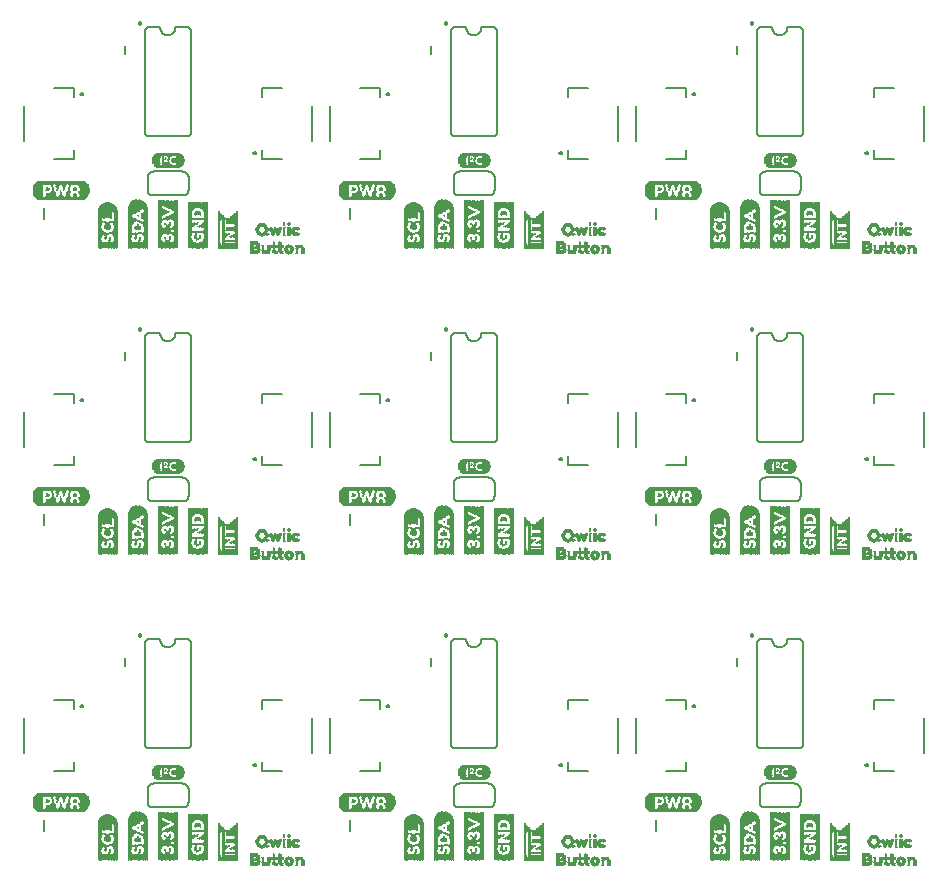
<source format=gto>
G75*
%MOIN*%
%OFA0B0*%
%FSLAX25Y25*%
%IPPOS*%
%LPD*%
%AMOC8*
5,1,8,0,0,1.08239X$1,22.5*
%
%ADD10C,0.00800*%
%ADD11R,0.00157X0.15276*%
%ADD12R,0.00157X0.03307*%
%ADD13R,0.00157X0.11024*%
%ADD14R,0.00157X0.02992*%
%ADD15R,0.00157X0.01260*%
%ADD16R,0.00157X0.01890*%
%ADD17R,0.00157X0.00630*%
%ADD18R,0.00157X0.02677*%
%ADD19R,0.00157X0.00787*%
%ADD20R,0.00157X0.01575*%
%ADD21R,0.00157X0.00472*%
%ADD22R,0.00157X0.02520*%
%ADD23R,0.00157X0.01417*%
%ADD24R,0.00157X0.02205*%
%ADD25R,0.00157X0.02362*%
%ADD26R,0.00157X0.02047*%
%ADD27R,0.00157X0.01102*%
%ADD28R,0.00157X0.00945*%
%ADD29R,0.00157X0.02835*%
%ADD30R,0.00157X0.01732*%
%ADD31R,0.00157X0.00157*%
%ADD32R,0.00157X0.00315*%
%ADD33R,0.00157X0.03150*%
%ADD34R,0.00157X0.15906*%
%ADD35R,0.00157X0.03937*%
%ADD36R,0.00157X0.07402*%
%ADD37R,0.00157X0.03622*%
%ADD38R,0.00157X0.03465*%
%ADD39R,0.07205X0.00118*%
%ADD40R,0.07913X0.00118*%
%ADD41R,0.08386X0.00079*%
%ADD42R,0.08858X0.00157*%
%ADD43R,0.09094X0.00118*%
%ADD44R,0.09331X0.00118*%
%ADD45R,0.09567X0.00079*%
%ADD46R,0.03661X0.00118*%
%ADD47R,0.02126X0.00118*%
%ADD48R,0.02953X0.00118*%
%ADD49R,0.02244X0.00157*%
%ADD50R,0.00591X0.00157*%
%ADD51R,0.01535X0.00157*%
%ADD52R,0.02598X0.00157*%
%ADD53R,0.02244X0.00118*%
%ADD54R,0.00472X0.00118*%
%ADD55R,0.01181X0.00118*%
%ADD56R,0.02362X0.00118*%
%ADD57R,0.00945X0.00118*%
%ADD58R,0.00354X0.00118*%
%ADD59R,0.00827X0.00118*%
%ADD60R,0.02480X0.00157*%
%ADD61R,0.00354X0.00157*%
%ADD62R,0.00236X0.00157*%
%ADD63R,0.02480X0.00118*%
%ADD64R,0.02598X0.00118*%
%ADD65R,0.01063X0.00118*%
%ADD66R,0.02835X0.00118*%
%ADD67R,0.00472X0.00157*%
%ADD68R,0.04252X0.00157*%
%ADD69R,0.04370X0.00118*%
%ADD70R,0.00591X0.00118*%
%ADD71R,0.04488X0.00118*%
%ADD72R,0.00709X0.00157*%
%ADD73R,0.04488X0.00157*%
%ADD74R,0.00236X0.00118*%
%ADD75R,0.00118X0.00118*%
%ADD76R,0.00118X0.00157*%
%ADD77R,0.04370X0.00157*%
%ADD78R,0.04252X0.00118*%
%ADD79R,0.02717X0.00118*%
%ADD80R,0.03071X0.00157*%
%ADD81R,0.03425X0.00118*%
%ADD82R,0.09567X0.00118*%
%ADD83R,0.08858X0.00118*%
%ADD84R,0.08386X0.00118*%
%ADD85R,0.00157X0.12756*%
%ADD86R,0.00157X0.12598*%
%ADD87R,0.00157X0.12441*%
%ADD88R,0.00157X0.12283*%
%ADD89R,0.00157X0.11181*%
%ADD90R,0.00157X0.10866*%
%ADD91R,0.00157X0.10709*%
%ADD92R,0.00157X0.03780*%
%ADD93R,0.00157X0.12126*%
%ADD94R,0.00157X0.13858*%
%ADD95R,0.00157X0.14331*%
%ADD96R,0.00157X0.14646*%
%ADD97R,0.00157X0.14961*%
%ADD98R,0.00157X0.15118*%
%ADD99R,0.00157X0.15433*%
%ADD100R,0.00157X0.11969*%
%ADD101R,0.00157X0.04567*%
%ADD102R,0.00157X0.04409*%
%ADD103R,0.00157X0.04252*%
%ADD104R,0.00157X0.04094*%
%ADD105R,0.00157X0.12913*%
%ADD106R,0.00157X0.13386*%
%ADD107R,0.00157X0.13701*%
%ADD108R,0.00157X0.14016*%
%ADD109R,0.00157X0.14173*%
%ADD110R,0.00157X0.14488*%
%ADD111R,0.00157X0.07087*%
%ADD112R,0.00157X0.04882*%
%ADD113R,0.00157X0.05039*%
%ADD114R,0.00157X0.05197*%
%ADD115R,0.01732X0.00157*%
%ADD116R,0.02520X0.00157*%
%ADD117R,0.00315X0.00157*%
%ADD118R,0.02835X0.00157*%
%ADD119R,0.00945X0.00157*%
%ADD120R,0.02992X0.00157*%
%ADD121R,0.01102X0.00157*%
%ADD122R,0.03150X0.00157*%
%ADD123R,0.03307X0.00157*%
%ADD124R,0.00787X0.00157*%
%ADD125R,0.04094X0.00157*%
%ADD126R,0.01417X0.00157*%
%ADD127R,0.01890X0.00157*%
%ADD128R,0.02362X0.00157*%
%ADD129R,0.04409X0.00157*%
%ADD130R,0.01575X0.00157*%
%ADD131R,0.02677X0.00157*%
%ADD132R,0.01260X0.00157*%
%ADD133R,0.02205X0.00157*%
%ADD134R,0.00630X0.00157*%
%ADD135R,0.03622X0.00157*%
%ADD136R,0.02047X0.00157*%
%ADD137R,0.03780X0.00157*%
%ADD138R,0.03465X0.00157*%
%ADD139R,0.03937X0.00157*%
%ADD140R,0.14331X0.00157*%
%ADD141R,0.15276X0.00157*%
%ADD142R,0.15906X0.00157*%
%ADD143R,0.16535X0.00157*%
%ADD144R,0.16850X0.00157*%
%ADD145R,0.17165X0.00157*%
%ADD146R,0.17480X0.00157*%
%ADD147R,0.06614X0.00157*%
%ADD148R,0.06772X0.00157*%
D10*
X0037500Y0046875D02*
X0037500Y0050625D01*
X0040876Y0066939D02*
X0047372Y0066939D01*
X0047372Y0069892D01*
X0030640Y0072844D02*
X0030640Y0084656D01*
X0040876Y0090561D02*
X0047372Y0090561D01*
X0047372Y0087608D01*
X0049531Y0088593D02*
X0049533Y0088633D01*
X0049539Y0088672D01*
X0049549Y0088711D01*
X0049562Y0088748D01*
X0049580Y0088784D01*
X0049601Y0088818D01*
X0049625Y0088850D01*
X0049652Y0088879D01*
X0049682Y0088906D01*
X0049714Y0088929D01*
X0049749Y0088949D01*
X0049785Y0088965D01*
X0049823Y0088978D01*
X0049862Y0088987D01*
X0049901Y0088992D01*
X0049941Y0088993D01*
X0049981Y0088990D01*
X0050020Y0088983D01*
X0050058Y0088972D01*
X0050096Y0088958D01*
X0050131Y0088939D01*
X0050164Y0088918D01*
X0050196Y0088893D01*
X0050224Y0088865D01*
X0050250Y0088835D01*
X0050272Y0088802D01*
X0050291Y0088767D01*
X0050307Y0088730D01*
X0050319Y0088692D01*
X0050327Y0088653D01*
X0050331Y0088613D01*
X0050331Y0088573D01*
X0050327Y0088533D01*
X0050319Y0088494D01*
X0050307Y0088456D01*
X0050291Y0088419D01*
X0050272Y0088384D01*
X0050250Y0088351D01*
X0050224Y0088321D01*
X0050196Y0088293D01*
X0050164Y0088268D01*
X0050131Y0088247D01*
X0050096Y0088228D01*
X0050058Y0088214D01*
X0050020Y0088203D01*
X0049981Y0088196D01*
X0049941Y0088193D01*
X0049901Y0088194D01*
X0049862Y0088199D01*
X0049823Y0088208D01*
X0049785Y0088221D01*
X0049749Y0088237D01*
X0049714Y0088257D01*
X0049682Y0088280D01*
X0049652Y0088307D01*
X0049625Y0088336D01*
X0049601Y0088368D01*
X0049580Y0088402D01*
X0049562Y0088438D01*
X0049549Y0088475D01*
X0049539Y0088514D01*
X0049533Y0088553D01*
X0049531Y0088593D01*
X0064350Y0101850D02*
X0064350Y0104550D01*
X0068975Y0112125D02*
X0068977Y0112165D01*
X0068983Y0112204D01*
X0068993Y0112243D01*
X0069006Y0112280D01*
X0069024Y0112316D01*
X0069045Y0112350D01*
X0069069Y0112382D01*
X0069096Y0112411D01*
X0069126Y0112438D01*
X0069158Y0112461D01*
X0069193Y0112481D01*
X0069229Y0112497D01*
X0069267Y0112510D01*
X0069306Y0112519D01*
X0069345Y0112524D01*
X0069385Y0112525D01*
X0069425Y0112522D01*
X0069464Y0112515D01*
X0069502Y0112504D01*
X0069540Y0112490D01*
X0069575Y0112471D01*
X0069608Y0112450D01*
X0069640Y0112425D01*
X0069668Y0112397D01*
X0069694Y0112367D01*
X0069716Y0112334D01*
X0069735Y0112299D01*
X0069751Y0112262D01*
X0069763Y0112224D01*
X0069771Y0112185D01*
X0069775Y0112145D01*
X0069775Y0112105D01*
X0069771Y0112065D01*
X0069763Y0112026D01*
X0069751Y0111988D01*
X0069735Y0111951D01*
X0069716Y0111916D01*
X0069694Y0111883D01*
X0069668Y0111853D01*
X0069640Y0111825D01*
X0069608Y0111800D01*
X0069575Y0111779D01*
X0069540Y0111760D01*
X0069502Y0111746D01*
X0069464Y0111735D01*
X0069425Y0111728D01*
X0069385Y0111725D01*
X0069345Y0111726D01*
X0069306Y0111731D01*
X0069267Y0111740D01*
X0069229Y0111753D01*
X0069193Y0111769D01*
X0069158Y0111789D01*
X0069126Y0111812D01*
X0069096Y0111839D01*
X0069069Y0111868D01*
X0069045Y0111900D01*
X0069024Y0111934D01*
X0069006Y0111970D01*
X0068993Y0112007D01*
X0068983Y0112046D01*
X0068977Y0112085D01*
X0068975Y0112125D01*
X0071087Y0109450D02*
X0071087Y0075656D01*
X0071088Y0075656D02*
X0071100Y0075586D01*
X0071117Y0075516D01*
X0071137Y0075448D01*
X0071161Y0075381D01*
X0071188Y0075315D01*
X0071219Y0075250D01*
X0071253Y0075188D01*
X0071291Y0075127D01*
X0071332Y0075069D01*
X0071376Y0075012D01*
X0071423Y0074959D01*
X0071473Y0074908D01*
X0071525Y0074859D01*
X0071580Y0074814D01*
X0071638Y0074771D01*
X0071697Y0074732D01*
X0071759Y0074696D01*
X0071823Y0074664D01*
X0071888Y0074635D01*
X0071954Y0074609D01*
X0072022Y0074588D01*
X0072092Y0074569D01*
X0072161Y0074555D01*
X0072232Y0074545D01*
X0072303Y0074538D01*
X0072374Y0074535D01*
X0072446Y0074536D01*
X0072517Y0074541D01*
X0072588Y0074550D01*
X0072587Y0074550D02*
X0084913Y0074550D01*
X0084989Y0074552D01*
X0085064Y0074558D01*
X0085140Y0074567D01*
X0085215Y0074581D01*
X0085289Y0074598D01*
X0085362Y0074619D01*
X0085434Y0074643D01*
X0085504Y0074671D01*
X0085573Y0074703D01*
X0085641Y0074738D01*
X0085706Y0074777D01*
X0085770Y0074819D01*
X0085831Y0074864D01*
X0085890Y0074912D01*
X0085946Y0074963D01*
X0086000Y0075017D01*
X0086051Y0075073D01*
X0086099Y0075132D01*
X0086144Y0075193D01*
X0086186Y0075257D01*
X0086225Y0075322D01*
X0086260Y0075390D01*
X0086292Y0075459D01*
X0086320Y0075529D01*
X0086344Y0075601D01*
X0086365Y0075674D01*
X0086382Y0075748D01*
X0086396Y0075823D01*
X0086405Y0075899D01*
X0086411Y0075974D01*
X0086413Y0076050D01*
X0086413Y0109450D01*
X0086401Y0109531D01*
X0086386Y0109611D01*
X0086367Y0109690D01*
X0086345Y0109768D01*
X0086318Y0109845D01*
X0086289Y0109921D01*
X0086255Y0109995D01*
X0086218Y0110067D01*
X0086178Y0110138D01*
X0086134Y0110206D01*
X0086087Y0110273D01*
X0086037Y0110337D01*
X0085984Y0110398D01*
X0085928Y0110457D01*
X0085869Y0110514D01*
X0085808Y0110567D01*
X0085744Y0110618D01*
X0085678Y0110665D01*
X0085610Y0110709D01*
X0085540Y0110750D01*
X0085468Y0110788D01*
X0085394Y0110822D01*
X0085318Y0110852D01*
X0085242Y0110879D01*
X0085164Y0110902D01*
X0085085Y0110922D01*
X0085005Y0110937D01*
X0084924Y0110949D01*
X0084844Y0110957D01*
X0084762Y0110961D01*
X0084681Y0110962D01*
X0084600Y0110958D01*
X0084519Y0110951D01*
X0084469Y0110950D02*
X0081150Y0110950D01*
X0081150Y0110750D02*
X0081148Y0110652D01*
X0081142Y0110554D01*
X0081133Y0110456D01*
X0081119Y0110359D01*
X0081102Y0110262D01*
X0081081Y0110166D01*
X0081056Y0110071D01*
X0081028Y0109977D01*
X0080995Y0109885D01*
X0080960Y0109793D01*
X0080920Y0109703D01*
X0080878Y0109615D01*
X0080831Y0109528D01*
X0080782Y0109444D01*
X0080729Y0109361D01*
X0080673Y0109281D01*
X0080613Y0109202D01*
X0080551Y0109126D01*
X0080486Y0109053D01*
X0080418Y0108982D01*
X0080347Y0108914D01*
X0080274Y0108849D01*
X0080198Y0108787D01*
X0080119Y0108727D01*
X0080039Y0108671D01*
X0079956Y0108618D01*
X0079872Y0108569D01*
X0079785Y0108522D01*
X0079697Y0108480D01*
X0079607Y0108440D01*
X0079515Y0108405D01*
X0079423Y0108372D01*
X0079329Y0108344D01*
X0079234Y0108319D01*
X0079138Y0108298D01*
X0079041Y0108281D01*
X0078944Y0108267D01*
X0078846Y0108258D01*
X0078748Y0108252D01*
X0078650Y0108250D01*
X0078552Y0108252D01*
X0078454Y0108258D01*
X0078356Y0108267D01*
X0078259Y0108281D01*
X0078162Y0108298D01*
X0078066Y0108319D01*
X0077971Y0108344D01*
X0077877Y0108372D01*
X0077785Y0108405D01*
X0077693Y0108440D01*
X0077603Y0108480D01*
X0077515Y0108522D01*
X0077428Y0108569D01*
X0077344Y0108618D01*
X0077261Y0108671D01*
X0077181Y0108727D01*
X0077102Y0108787D01*
X0077026Y0108849D01*
X0076953Y0108914D01*
X0076882Y0108982D01*
X0076814Y0109053D01*
X0076749Y0109126D01*
X0076687Y0109202D01*
X0076627Y0109281D01*
X0076571Y0109361D01*
X0076518Y0109444D01*
X0076469Y0109528D01*
X0076422Y0109615D01*
X0076380Y0109703D01*
X0076340Y0109793D01*
X0076305Y0109885D01*
X0076272Y0109977D01*
X0076244Y0110071D01*
X0076219Y0110166D01*
X0076198Y0110262D01*
X0076181Y0110359D01*
X0076167Y0110456D01*
X0076158Y0110554D01*
X0076152Y0110652D01*
X0076150Y0110750D01*
X0076150Y0110950D02*
X0072194Y0110950D01*
X0072194Y0110949D02*
X0072124Y0110937D01*
X0072054Y0110920D01*
X0071986Y0110900D01*
X0071918Y0110877D01*
X0071852Y0110849D01*
X0071788Y0110818D01*
X0071726Y0110784D01*
X0071665Y0110746D01*
X0071606Y0110706D01*
X0071550Y0110662D01*
X0071497Y0110615D01*
X0071445Y0110565D01*
X0071397Y0110512D01*
X0071352Y0110457D01*
X0071309Y0110400D01*
X0071270Y0110340D01*
X0071234Y0110278D01*
X0071202Y0110215D01*
X0071173Y0110150D01*
X0071147Y0110083D01*
X0071125Y0110015D01*
X0071107Y0109946D01*
X0071093Y0109876D01*
X0071083Y0109805D01*
X0071076Y0109734D01*
X0071073Y0109663D01*
X0071074Y0109592D01*
X0071079Y0109520D01*
X0071088Y0109450D01*
X0110128Y0090561D02*
X0110128Y0087608D01*
X0110128Y0090561D02*
X0116624Y0090561D01*
X0126860Y0084656D02*
X0126860Y0072844D01*
X0132640Y0072844D02*
X0132640Y0084656D01*
X0142876Y0090561D02*
X0149372Y0090561D01*
X0149372Y0087608D01*
X0151531Y0088593D02*
X0151533Y0088633D01*
X0151539Y0088672D01*
X0151549Y0088711D01*
X0151562Y0088748D01*
X0151580Y0088784D01*
X0151601Y0088818D01*
X0151625Y0088850D01*
X0151652Y0088879D01*
X0151682Y0088906D01*
X0151714Y0088929D01*
X0151749Y0088949D01*
X0151785Y0088965D01*
X0151823Y0088978D01*
X0151862Y0088987D01*
X0151901Y0088992D01*
X0151941Y0088993D01*
X0151981Y0088990D01*
X0152020Y0088983D01*
X0152058Y0088972D01*
X0152096Y0088958D01*
X0152131Y0088939D01*
X0152164Y0088918D01*
X0152196Y0088893D01*
X0152224Y0088865D01*
X0152250Y0088835D01*
X0152272Y0088802D01*
X0152291Y0088767D01*
X0152307Y0088730D01*
X0152319Y0088692D01*
X0152327Y0088653D01*
X0152331Y0088613D01*
X0152331Y0088573D01*
X0152327Y0088533D01*
X0152319Y0088494D01*
X0152307Y0088456D01*
X0152291Y0088419D01*
X0152272Y0088384D01*
X0152250Y0088351D01*
X0152224Y0088321D01*
X0152196Y0088293D01*
X0152164Y0088268D01*
X0152131Y0088247D01*
X0152096Y0088228D01*
X0152058Y0088214D01*
X0152020Y0088203D01*
X0151981Y0088196D01*
X0151941Y0088193D01*
X0151901Y0088194D01*
X0151862Y0088199D01*
X0151823Y0088208D01*
X0151785Y0088221D01*
X0151749Y0088237D01*
X0151714Y0088257D01*
X0151682Y0088280D01*
X0151652Y0088307D01*
X0151625Y0088336D01*
X0151601Y0088368D01*
X0151580Y0088402D01*
X0151562Y0088438D01*
X0151549Y0088475D01*
X0151539Y0088514D01*
X0151533Y0088553D01*
X0151531Y0088593D01*
X0166350Y0101850D02*
X0166350Y0104550D01*
X0173087Y0109450D02*
X0173087Y0075656D01*
X0173088Y0075656D02*
X0173100Y0075586D01*
X0173117Y0075516D01*
X0173137Y0075448D01*
X0173161Y0075381D01*
X0173188Y0075315D01*
X0173219Y0075250D01*
X0173253Y0075188D01*
X0173291Y0075127D01*
X0173332Y0075069D01*
X0173376Y0075012D01*
X0173423Y0074959D01*
X0173473Y0074908D01*
X0173525Y0074859D01*
X0173580Y0074814D01*
X0173638Y0074771D01*
X0173697Y0074732D01*
X0173759Y0074696D01*
X0173823Y0074664D01*
X0173888Y0074635D01*
X0173954Y0074609D01*
X0174022Y0074588D01*
X0174092Y0074569D01*
X0174161Y0074555D01*
X0174232Y0074545D01*
X0174303Y0074538D01*
X0174374Y0074535D01*
X0174446Y0074536D01*
X0174517Y0074541D01*
X0174588Y0074550D01*
X0174587Y0074550D02*
X0186913Y0074550D01*
X0186989Y0074552D01*
X0187064Y0074558D01*
X0187140Y0074567D01*
X0187215Y0074581D01*
X0187289Y0074598D01*
X0187362Y0074619D01*
X0187434Y0074643D01*
X0187504Y0074671D01*
X0187573Y0074703D01*
X0187641Y0074738D01*
X0187706Y0074777D01*
X0187770Y0074819D01*
X0187831Y0074864D01*
X0187890Y0074912D01*
X0187946Y0074963D01*
X0188000Y0075017D01*
X0188051Y0075073D01*
X0188099Y0075132D01*
X0188144Y0075193D01*
X0188186Y0075257D01*
X0188225Y0075322D01*
X0188260Y0075390D01*
X0188292Y0075459D01*
X0188320Y0075529D01*
X0188344Y0075601D01*
X0188365Y0075674D01*
X0188382Y0075748D01*
X0188396Y0075823D01*
X0188405Y0075899D01*
X0188411Y0075974D01*
X0188413Y0076050D01*
X0188413Y0109450D01*
X0188401Y0109531D01*
X0188386Y0109611D01*
X0188367Y0109690D01*
X0188345Y0109768D01*
X0188318Y0109845D01*
X0188289Y0109921D01*
X0188255Y0109995D01*
X0188218Y0110067D01*
X0188178Y0110138D01*
X0188134Y0110206D01*
X0188087Y0110273D01*
X0188037Y0110337D01*
X0187984Y0110398D01*
X0187928Y0110457D01*
X0187869Y0110514D01*
X0187808Y0110567D01*
X0187744Y0110618D01*
X0187678Y0110665D01*
X0187610Y0110709D01*
X0187540Y0110750D01*
X0187468Y0110788D01*
X0187394Y0110822D01*
X0187318Y0110852D01*
X0187242Y0110879D01*
X0187164Y0110902D01*
X0187085Y0110922D01*
X0187005Y0110937D01*
X0186924Y0110949D01*
X0186844Y0110957D01*
X0186762Y0110961D01*
X0186681Y0110962D01*
X0186600Y0110958D01*
X0186519Y0110951D01*
X0186469Y0110950D02*
X0183150Y0110950D01*
X0183150Y0110750D02*
X0183148Y0110652D01*
X0183142Y0110554D01*
X0183133Y0110456D01*
X0183119Y0110359D01*
X0183102Y0110262D01*
X0183081Y0110166D01*
X0183056Y0110071D01*
X0183028Y0109977D01*
X0182995Y0109885D01*
X0182960Y0109793D01*
X0182920Y0109703D01*
X0182878Y0109615D01*
X0182831Y0109528D01*
X0182782Y0109444D01*
X0182729Y0109361D01*
X0182673Y0109281D01*
X0182613Y0109202D01*
X0182551Y0109126D01*
X0182486Y0109053D01*
X0182418Y0108982D01*
X0182347Y0108914D01*
X0182274Y0108849D01*
X0182198Y0108787D01*
X0182119Y0108727D01*
X0182039Y0108671D01*
X0181956Y0108618D01*
X0181872Y0108569D01*
X0181785Y0108522D01*
X0181697Y0108480D01*
X0181607Y0108440D01*
X0181515Y0108405D01*
X0181423Y0108372D01*
X0181329Y0108344D01*
X0181234Y0108319D01*
X0181138Y0108298D01*
X0181041Y0108281D01*
X0180944Y0108267D01*
X0180846Y0108258D01*
X0180748Y0108252D01*
X0180650Y0108250D01*
X0180552Y0108252D01*
X0180454Y0108258D01*
X0180356Y0108267D01*
X0180259Y0108281D01*
X0180162Y0108298D01*
X0180066Y0108319D01*
X0179971Y0108344D01*
X0179877Y0108372D01*
X0179785Y0108405D01*
X0179693Y0108440D01*
X0179603Y0108480D01*
X0179515Y0108522D01*
X0179428Y0108569D01*
X0179344Y0108618D01*
X0179261Y0108671D01*
X0179181Y0108727D01*
X0179102Y0108787D01*
X0179026Y0108849D01*
X0178953Y0108914D01*
X0178882Y0108982D01*
X0178814Y0109053D01*
X0178749Y0109126D01*
X0178687Y0109202D01*
X0178627Y0109281D01*
X0178571Y0109361D01*
X0178518Y0109444D01*
X0178469Y0109528D01*
X0178422Y0109615D01*
X0178380Y0109703D01*
X0178340Y0109793D01*
X0178305Y0109885D01*
X0178272Y0109977D01*
X0178244Y0110071D01*
X0178219Y0110166D01*
X0178198Y0110262D01*
X0178181Y0110359D01*
X0178167Y0110456D01*
X0178158Y0110554D01*
X0178152Y0110652D01*
X0178150Y0110750D01*
X0178150Y0110950D02*
X0174194Y0110950D01*
X0174194Y0110949D02*
X0174124Y0110937D01*
X0174054Y0110920D01*
X0173986Y0110900D01*
X0173918Y0110877D01*
X0173852Y0110849D01*
X0173788Y0110818D01*
X0173726Y0110784D01*
X0173665Y0110746D01*
X0173606Y0110706D01*
X0173550Y0110662D01*
X0173497Y0110615D01*
X0173445Y0110565D01*
X0173397Y0110512D01*
X0173352Y0110457D01*
X0173309Y0110400D01*
X0173270Y0110340D01*
X0173234Y0110278D01*
X0173202Y0110215D01*
X0173173Y0110150D01*
X0173147Y0110083D01*
X0173125Y0110015D01*
X0173107Y0109946D01*
X0173093Y0109876D01*
X0173083Y0109805D01*
X0173076Y0109734D01*
X0173073Y0109663D01*
X0173074Y0109592D01*
X0173079Y0109520D01*
X0173088Y0109450D01*
X0170975Y0112125D02*
X0170977Y0112165D01*
X0170983Y0112204D01*
X0170993Y0112243D01*
X0171006Y0112280D01*
X0171024Y0112316D01*
X0171045Y0112350D01*
X0171069Y0112382D01*
X0171096Y0112411D01*
X0171126Y0112438D01*
X0171158Y0112461D01*
X0171193Y0112481D01*
X0171229Y0112497D01*
X0171267Y0112510D01*
X0171306Y0112519D01*
X0171345Y0112524D01*
X0171385Y0112525D01*
X0171425Y0112522D01*
X0171464Y0112515D01*
X0171502Y0112504D01*
X0171540Y0112490D01*
X0171575Y0112471D01*
X0171608Y0112450D01*
X0171640Y0112425D01*
X0171668Y0112397D01*
X0171694Y0112367D01*
X0171716Y0112334D01*
X0171735Y0112299D01*
X0171751Y0112262D01*
X0171763Y0112224D01*
X0171771Y0112185D01*
X0171775Y0112145D01*
X0171775Y0112105D01*
X0171771Y0112065D01*
X0171763Y0112026D01*
X0171751Y0111988D01*
X0171735Y0111951D01*
X0171716Y0111916D01*
X0171694Y0111883D01*
X0171668Y0111853D01*
X0171640Y0111825D01*
X0171608Y0111800D01*
X0171575Y0111779D01*
X0171540Y0111760D01*
X0171502Y0111746D01*
X0171464Y0111735D01*
X0171425Y0111728D01*
X0171385Y0111725D01*
X0171345Y0111726D01*
X0171306Y0111731D01*
X0171267Y0111740D01*
X0171229Y0111753D01*
X0171193Y0111769D01*
X0171158Y0111789D01*
X0171126Y0111812D01*
X0171096Y0111839D01*
X0171069Y0111868D01*
X0171045Y0111900D01*
X0171024Y0111934D01*
X0171006Y0111970D01*
X0170993Y0112007D01*
X0170983Y0112046D01*
X0170977Y0112085D01*
X0170975Y0112125D01*
X0212128Y0090561D02*
X0212128Y0087608D01*
X0212128Y0090561D02*
X0218624Y0090561D01*
X0228860Y0084656D02*
X0228860Y0072844D01*
X0234640Y0072844D02*
X0234640Y0084656D01*
X0244876Y0090561D02*
X0251372Y0090561D01*
X0251372Y0087608D01*
X0253531Y0088593D02*
X0253533Y0088633D01*
X0253539Y0088672D01*
X0253549Y0088711D01*
X0253562Y0088748D01*
X0253580Y0088784D01*
X0253601Y0088818D01*
X0253625Y0088850D01*
X0253652Y0088879D01*
X0253682Y0088906D01*
X0253714Y0088929D01*
X0253749Y0088949D01*
X0253785Y0088965D01*
X0253823Y0088978D01*
X0253862Y0088987D01*
X0253901Y0088992D01*
X0253941Y0088993D01*
X0253981Y0088990D01*
X0254020Y0088983D01*
X0254058Y0088972D01*
X0254096Y0088958D01*
X0254131Y0088939D01*
X0254164Y0088918D01*
X0254196Y0088893D01*
X0254224Y0088865D01*
X0254250Y0088835D01*
X0254272Y0088802D01*
X0254291Y0088767D01*
X0254307Y0088730D01*
X0254319Y0088692D01*
X0254327Y0088653D01*
X0254331Y0088613D01*
X0254331Y0088573D01*
X0254327Y0088533D01*
X0254319Y0088494D01*
X0254307Y0088456D01*
X0254291Y0088419D01*
X0254272Y0088384D01*
X0254250Y0088351D01*
X0254224Y0088321D01*
X0254196Y0088293D01*
X0254164Y0088268D01*
X0254131Y0088247D01*
X0254096Y0088228D01*
X0254058Y0088214D01*
X0254020Y0088203D01*
X0253981Y0088196D01*
X0253941Y0088193D01*
X0253901Y0088194D01*
X0253862Y0088199D01*
X0253823Y0088208D01*
X0253785Y0088221D01*
X0253749Y0088237D01*
X0253714Y0088257D01*
X0253682Y0088280D01*
X0253652Y0088307D01*
X0253625Y0088336D01*
X0253601Y0088368D01*
X0253580Y0088402D01*
X0253562Y0088438D01*
X0253549Y0088475D01*
X0253539Y0088514D01*
X0253533Y0088553D01*
X0253531Y0088593D01*
X0268350Y0101850D02*
X0268350Y0104550D01*
X0272975Y0112125D02*
X0272977Y0112165D01*
X0272983Y0112204D01*
X0272993Y0112243D01*
X0273006Y0112280D01*
X0273024Y0112316D01*
X0273045Y0112350D01*
X0273069Y0112382D01*
X0273096Y0112411D01*
X0273126Y0112438D01*
X0273158Y0112461D01*
X0273193Y0112481D01*
X0273229Y0112497D01*
X0273267Y0112510D01*
X0273306Y0112519D01*
X0273345Y0112524D01*
X0273385Y0112525D01*
X0273425Y0112522D01*
X0273464Y0112515D01*
X0273502Y0112504D01*
X0273540Y0112490D01*
X0273575Y0112471D01*
X0273608Y0112450D01*
X0273640Y0112425D01*
X0273668Y0112397D01*
X0273694Y0112367D01*
X0273716Y0112334D01*
X0273735Y0112299D01*
X0273751Y0112262D01*
X0273763Y0112224D01*
X0273771Y0112185D01*
X0273775Y0112145D01*
X0273775Y0112105D01*
X0273771Y0112065D01*
X0273763Y0112026D01*
X0273751Y0111988D01*
X0273735Y0111951D01*
X0273716Y0111916D01*
X0273694Y0111883D01*
X0273668Y0111853D01*
X0273640Y0111825D01*
X0273608Y0111800D01*
X0273575Y0111779D01*
X0273540Y0111760D01*
X0273502Y0111746D01*
X0273464Y0111735D01*
X0273425Y0111728D01*
X0273385Y0111725D01*
X0273345Y0111726D01*
X0273306Y0111731D01*
X0273267Y0111740D01*
X0273229Y0111753D01*
X0273193Y0111769D01*
X0273158Y0111789D01*
X0273126Y0111812D01*
X0273096Y0111839D01*
X0273069Y0111868D01*
X0273045Y0111900D01*
X0273024Y0111934D01*
X0273006Y0111970D01*
X0272993Y0112007D01*
X0272983Y0112046D01*
X0272977Y0112085D01*
X0272975Y0112125D01*
X0275087Y0109450D02*
X0275087Y0075656D01*
X0275088Y0075656D02*
X0275100Y0075586D01*
X0275117Y0075516D01*
X0275137Y0075448D01*
X0275161Y0075381D01*
X0275188Y0075315D01*
X0275219Y0075250D01*
X0275253Y0075188D01*
X0275291Y0075127D01*
X0275332Y0075069D01*
X0275376Y0075012D01*
X0275423Y0074959D01*
X0275473Y0074908D01*
X0275525Y0074859D01*
X0275580Y0074814D01*
X0275638Y0074771D01*
X0275697Y0074732D01*
X0275759Y0074696D01*
X0275823Y0074664D01*
X0275888Y0074635D01*
X0275954Y0074609D01*
X0276022Y0074588D01*
X0276092Y0074569D01*
X0276161Y0074555D01*
X0276232Y0074545D01*
X0276303Y0074538D01*
X0276374Y0074535D01*
X0276446Y0074536D01*
X0276517Y0074541D01*
X0276588Y0074550D01*
X0276587Y0074550D02*
X0288913Y0074550D01*
X0288989Y0074552D01*
X0289064Y0074558D01*
X0289140Y0074567D01*
X0289215Y0074581D01*
X0289289Y0074598D01*
X0289362Y0074619D01*
X0289434Y0074643D01*
X0289504Y0074671D01*
X0289573Y0074703D01*
X0289641Y0074738D01*
X0289706Y0074777D01*
X0289770Y0074819D01*
X0289831Y0074864D01*
X0289890Y0074912D01*
X0289946Y0074963D01*
X0290000Y0075017D01*
X0290051Y0075073D01*
X0290099Y0075132D01*
X0290144Y0075193D01*
X0290186Y0075257D01*
X0290225Y0075322D01*
X0290260Y0075390D01*
X0290292Y0075459D01*
X0290320Y0075529D01*
X0290344Y0075601D01*
X0290365Y0075674D01*
X0290382Y0075748D01*
X0290396Y0075823D01*
X0290405Y0075899D01*
X0290411Y0075974D01*
X0290413Y0076050D01*
X0290413Y0109450D01*
X0290401Y0109531D01*
X0290386Y0109611D01*
X0290367Y0109690D01*
X0290345Y0109768D01*
X0290318Y0109845D01*
X0290289Y0109921D01*
X0290255Y0109995D01*
X0290218Y0110067D01*
X0290178Y0110138D01*
X0290134Y0110206D01*
X0290087Y0110273D01*
X0290037Y0110337D01*
X0289984Y0110398D01*
X0289928Y0110457D01*
X0289869Y0110514D01*
X0289808Y0110567D01*
X0289744Y0110618D01*
X0289678Y0110665D01*
X0289610Y0110709D01*
X0289540Y0110750D01*
X0289468Y0110788D01*
X0289394Y0110822D01*
X0289318Y0110852D01*
X0289242Y0110879D01*
X0289164Y0110902D01*
X0289085Y0110922D01*
X0289005Y0110937D01*
X0288924Y0110949D01*
X0288844Y0110957D01*
X0288762Y0110961D01*
X0288681Y0110962D01*
X0288600Y0110958D01*
X0288519Y0110951D01*
X0288469Y0110950D02*
X0285150Y0110950D01*
X0285150Y0110750D02*
X0285148Y0110652D01*
X0285142Y0110554D01*
X0285133Y0110456D01*
X0285119Y0110359D01*
X0285102Y0110262D01*
X0285081Y0110166D01*
X0285056Y0110071D01*
X0285028Y0109977D01*
X0284995Y0109885D01*
X0284960Y0109793D01*
X0284920Y0109703D01*
X0284878Y0109615D01*
X0284831Y0109528D01*
X0284782Y0109444D01*
X0284729Y0109361D01*
X0284673Y0109281D01*
X0284613Y0109202D01*
X0284551Y0109126D01*
X0284486Y0109053D01*
X0284418Y0108982D01*
X0284347Y0108914D01*
X0284274Y0108849D01*
X0284198Y0108787D01*
X0284119Y0108727D01*
X0284039Y0108671D01*
X0283956Y0108618D01*
X0283872Y0108569D01*
X0283785Y0108522D01*
X0283697Y0108480D01*
X0283607Y0108440D01*
X0283515Y0108405D01*
X0283423Y0108372D01*
X0283329Y0108344D01*
X0283234Y0108319D01*
X0283138Y0108298D01*
X0283041Y0108281D01*
X0282944Y0108267D01*
X0282846Y0108258D01*
X0282748Y0108252D01*
X0282650Y0108250D01*
X0282552Y0108252D01*
X0282454Y0108258D01*
X0282356Y0108267D01*
X0282259Y0108281D01*
X0282162Y0108298D01*
X0282066Y0108319D01*
X0281971Y0108344D01*
X0281877Y0108372D01*
X0281785Y0108405D01*
X0281693Y0108440D01*
X0281603Y0108480D01*
X0281515Y0108522D01*
X0281428Y0108569D01*
X0281344Y0108618D01*
X0281261Y0108671D01*
X0281181Y0108727D01*
X0281102Y0108787D01*
X0281026Y0108849D01*
X0280953Y0108914D01*
X0280882Y0108982D01*
X0280814Y0109053D01*
X0280749Y0109126D01*
X0280687Y0109202D01*
X0280627Y0109281D01*
X0280571Y0109361D01*
X0280518Y0109444D01*
X0280469Y0109528D01*
X0280422Y0109615D01*
X0280380Y0109703D01*
X0280340Y0109793D01*
X0280305Y0109885D01*
X0280272Y0109977D01*
X0280244Y0110071D01*
X0280219Y0110166D01*
X0280198Y0110262D01*
X0280181Y0110359D01*
X0280167Y0110456D01*
X0280158Y0110554D01*
X0280152Y0110652D01*
X0280150Y0110750D01*
X0280150Y0110950D02*
X0276194Y0110950D01*
X0276194Y0110949D02*
X0276124Y0110937D01*
X0276054Y0110920D01*
X0275986Y0110900D01*
X0275918Y0110877D01*
X0275852Y0110849D01*
X0275788Y0110818D01*
X0275726Y0110784D01*
X0275665Y0110746D01*
X0275606Y0110706D01*
X0275550Y0110662D01*
X0275497Y0110615D01*
X0275445Y0110565D01*
X0275397Y0110512D01*
X0275352Y0110457D01*
X0275309Y0110400D01*
X0275270Y0110340D01*
X0275234Y0110278D01*
X0275202Y0110215D01*
X0275173Y0110150D01*
X0275147Y0110083D01*
X0275125Y0110015D01*
X0275107Y0109946D01*
X0275093Y0109876D01*
X0275083Y0109805D01*
X0275076Y0109734D01*
X0275073Y0109663D01*
X0275074Y0109592D01*
X0275079Y0109520D01*
X0275088Y0109450D01*
X0314128Y0090561D02*
X0314128Y0087608D01*
X0314128Y0090561D02*
X0320624Y0090561D01*
X0330860Y0084656D02*
X0330860Y0072844D01*
X0320624Y0066939D02*
X0314128Y0066939D01*
X0314128Y0069892D01*
X0311169Y0068907D02*
X0311171Y0068947D01*
X0311177Y0068986D01*
X0311187Y0069025D01*
X0311200Y0069062D01*
X0311218Y0069098D01*
X0311239Y0069132D01*
X0311263Y0069164D01*
X0311290Y0069193D01*
X0311320Y0069220D01*
X0311352Y0069243D01*
X0311387Y0069263D01*
X0311423Y0069279D01*
X0311461Y0069292D01*
X0311500Y0069301D01*
X0311539Y0069306D01*
X0311579Y0069307D01*
X0311619Y0069304D01*
X0311658Y0069297D01*
X0311696Y0069286D01*
X0311734Y0069272D01*
X0311769Y0069253D01*
X0311802Y0069232D01*
X0311834Y0069207D01*
X0311862Y0069179D01*
X0311888Y0069149D01*
X0311910Y0069116D01*
X0311929Y0069081D01*
X0311945Y0069044D01*
X0311957Y0069006D01*
X0311965Y0068967D01*
X0311969Y0068927D01*
X0311969Y0068887D01*
X0311965Y0068847D01*
X0311957Y0068808D01*
X0311945Y0068770D01*
X0311929Y0068733D01*
X0311910Y0068698D01*
X0311888Y0068665D01*
X0311862Y0068635D01*
X0311834Y0068607D01*
X0311802Y0068582D01*
X0311769Y0068561D01*
X0311734Y0068542D01*
X0311696Y0068528D01*
X0311658Y0068517D01*
X0311619Y0068510D01*
X0311579Y0068507D01*
X0311539Y0068508D01*
X0311500Y0068513D01*
X0311461Y0068522D01*
X0311423Y0068535D01*
X0311387Y0068551D01*
X0311352Y0068571D01*
X0311320Y0068594D01*
X0311290Y0068621D01*
X0311263Y0068650D01*
X0311239Y0068682D01*
X0311218Y0068716D01*
X0311200Y0068752D01*
X0311187Y0068789D01*
X0311177Y0068828D01*
X0311171Y0068867D01*
X0311169Y0068907D01*
X0289550Y0060950D02*
X0289550Y0056550D01*
X0289548Y0056467D01*
X0289542Y0056384D01*
X0289533Y0056301D01*
X0289519Y0056219D01*
X0289502Y0056138D01*
X0289481Y0056057D01*
X0289457Y0055978D01*
X0289428Y0055900D01*
X0289397Y0055823D01*
X0289361Y0055748D01*
X0289323Y0055674D01*
X0289280Y0055602D01*
X0289235Y0055533D01*
X0289186Y0055465D01*
X0289135Y0055400D01*
X0289080Y0055337D01*
X0289023Y0055277D01*
X0288963Y0055220D01*
X0288900Y0055165D01*
X0288835Y0055114D01*
X0288767Y0055065D01*
X0288698Y0055020D01*
X0288626Y0054977D01*
X0288552Y0054939D01*
X0288477Y0054903D01*
X0288400Y0054872D01*
X0288322Y0054843D01*
X0288243Y0054819D01*
X0288162Y0054798D01*
X0288081Y0054781D01*
X0287999Y0054767D01*
X0287916Y0054758D01*
X0287833Y0054752D01*
X0287750Y0054750D01*
X0277750Y0054750D01*
X0277667Y0054752D01*
X0277584Y0054758D01*
X0277501Y0054767D01*
X0277419Y0054781D01*
X0277338Y0054798D01*
X0277257Y0054819D01*
X0277178Y0054843D01*
X0277100Y0054872D01*
X0277023Y0054903D01*
X0276948Y0054939D01*
X0276874Y0054977D01*
X0276802Y0055020D01*
X0276733Y0055065D01*
X0276665Y0055114D01*
X0276600Y0055165D01*
X0276537Y0055220D01*
X0276477Y0055277D01*
X0276420Y0055337D01*
X0276365Y0055400D01*
X0276314Y0055465D01*
X0276265Y0055533D01*
X0276220Y0055602D01*
X0276177Y0055674D01*
X0276139Y0055748D01*
X0276103Y0055823D01*
X0276072Y0055900D01*
X0276043Y0055978D01*
X0276019Y0056057D01*
X0275998Y0056138D01*
X0275981Y0056219D01*
X0275967Y0056301D01*
X0275958Y0056384D01*
X0275952Y0056467D01*
X0275950Y0056550D01*
X0275950Y0060950D01*
X0275952Y0061033D01*
X0275958Y0061116D01*
X0275967Y0061199D01*
X0275981Y0061281D01*
X0275998Y0061362D01*
X0276019Y0061443D01*
X0276043Y0061522D01*
X0276072Y0061600D01*
X0276103Y0061677D01*
X0276139Y0061752D01*
X0276177Y0061826D01*
X0276220Y0061898D01*
X0276265Y0061967D01*
X0276314Y0062035D01*
X0276365Y0062100D01*
X0276420Y0062163D01*
X0276477Y0062223D01*
X0276537Y0062280D01*
X0276600Y0062335D01*
X0276665Y0062386D01*
X0276733Y0062435D01*
X0276802Y0062480D01*
X0276874Y0062523D01*
X0276948Y0062561D01*
X0277023Y0062597D01*
X0277100Y0062628D01*
X0277178Y0062657D01*
X0277257Y0062681D01*
X0277338Y0062702D01*
X0277419Y0062719D01*
X0277501Y0062733D01*
X0277584Y0062742D01*
X0277667Y0062748D01*
X0277750Y0062750D01*
X0287750Y0062750D01*
X0287833Y0062748D01*
X0287916Y0062742D01*
X0287999Y0062733D01*
X0288081Y0062719D01*
X0288162Y0062702D01*
X0288243Y0062681D01*
X0288322Y0062657D01*
X0288400Y0062628D01*
X0288477Y0062597D01*
X0288552Y0062561D01*
X0288626Y0062523D01*
X0288698Y0062480D01*
X0288767Y0062435D01*
X0288835Y0062386D01*
X0288900Y0062335D01*
X0288963Y0062280D01*
X0289023Y0062223D01*
X0289080Y0062163D01*
X0289135Y0062100D01*
X0289186Y0062035D01*
X0289235Y0061967D01*
X0289280Y0061898D01*
X0289323Y0061826D01*
X0289361Y0061752D01*
X0289397Y0061677D01*
X0289428Y0061600D01*
X0289457Y0061522D01*
X0289481Y0061443D01*
X0289502Y0061362D01*
X0289519Y0061281D01*
X0289533Y0061199D01*
X0289542Y0061116D01*
X0289548Y0061033D01*
X0289550Y0060950D01*
X0251372Y0066939D02*
X0244876Y0066939D01*
X0251372Y0066939D02*
X0251372Y0069892D01*
X0241500Y0050625D02*
X0241500Y0046875D01*
X0218624Y0066939D02*
X0212128Y0066939D01*
X0212128Y0069892D01*
X0209169Y0068907D02*
X0209171Y0068947D01*
X0209177Y0068986D01*
X0209187Y0069025D01*
X0209200Y0069062D01*
X0209218Y0069098D01*
X0209239Y0069132D01*
X0209263Y0069164D01*
X0209290Y0069193D01*
X0209320Y0069220D01*
X0209352Y0069243D01*
X0209387Y0069263D01*
X0209423Y0069279D01*
X0209461Y0069292D01*
X0209500Y0069301D01*
X0209539Y0069306D01*
X0209579Y0069307D01*
X0209619Y0069304D01*
X0209658Y0069297D01*
X0209696Y0069286D01*
X0209734Y0069272D01*
X0209769Y0069253D01*
X0209802Y0069232D01*
X0209834Y0069207D01*
X0209862Y0069179D01*
X0209888Y0069149D01*
X0209910Y0069116D01*
X0209929Y0069081D01*
X0209945Y0069044D01*
X0209957Y0069006D01*
X0209965Y0068967D01*
X0209969Y0068927D01*
X0209969Y0068887D01*
X0209965Y0068847D01*
X0209957Y0068808D01*
X0209945Y0068770D01*
X0209929Y0068733D01*
X0209910Y0068698D01*
X0209888Y0068665D01*
X0209862Y0068635D01*
X0209834Y0068607D01*
X0209802Y0068582D01*
X0209769Y0068561D01*
X0209734Y0068542D01*
X0209696Y0068528D01*
X0209658Y0068517D01*
X0209619Y0068510D01*
X0209579Y0068507D01*
X0209539Y0068508D01*
X0209500Y0068513D01*
X0209461Y0068522D01*
X0209423Y0068535D01*
X0209387Y0068551D01*
X0209352Y0068571D01*
X0209320Y0068594D01*
X0209290Y0068621D01*
X0209263Y0068650D01*
X0209239Y0068682D01*
X0209218Y0068716D01*
X0209200Y0068752D01*
X0209187Y0068789D01*
X0209177Y0068828D01*
X0209171Y0068867D01*
X0209169Y0068907D01*
X0187550Y0060950D02*
X0187550Y0056550D01*
X0187548Y0056467D01*
X0187542Y0056384D01*
X0187533Y0056301D01*
X0187519Y0056219D01*
X0187502Y0056138D01*
X0187481Y0056057D01*
X0187457Y0055978D01*
X0187428Y0055900D01*
X0187397Y0055823D01*
X0187361Y0055748D01*
X0187323Y0055674D01*
X0187280Y0055602D01*
X0187235Y0055533D01*
X0187186Y0055465D01*
X0187135Y0055400D01*
X0187080Y0055337D01*
X0187023Y0055277D01*
X0186963Y0055220D01*
X0186900Y0055165D01*
X0186835Y0055114D01*
X0186767Y0055065D01*
X0186698Y0055020D01*
X0186626Y0054977D01*
X0186552Y0054939D01*
X0186477Y0054903D01*
X0186400Y0054872D01*
X0186322Y0054843D01*
X0186243Y0054819D01*
X0186162Y0054798D01*
X0186081Y0054781D01*
X0185999Y0054767D01*
X0185916Y0054758D01*
X0185833Y0054752D01*
X0185750Y0054750D01*
X0175750Y0054750D01*
X0175667Y0054752D01*
X0175584Y0054758D01*
X0175501Y0054767D01*
X0175419Y0054781D01*
X0175338Y0054798D01*
X0175257Y0054819D01*
X0175178Y0054843D01*
X0175100Y0054872D01*
X0175023Y0054903D01*
X0174948Y0054939D01*
X0174874Y0054977D01*
X0174802Y0055020D01*
X0174733Y0055065D01*
X0174665Y0055114D01*
X0174600Y0055165D01*
X0174537Y0055220D01*
X0174477Y0055277D01*
X0174420Y0055337D01*
X0174365Y0055400D01*
X0174314Y0055465D01*
X0174265Y0055533D01*
X0174220Y0055602D01*
X0174177Y0055674D01*
X0174139Y0055748D01*
X0174103Y0055823D01*
X0174072Y0055900D01*
X0174043Y0055978D01*
X0174019Y0056057D01*
X0173998Y0056138D01*
X0173981Y0056219D01*
X0173967Y0056301D01*
X0173958Y0056384D01*
X0173952Y0056467D01*
X0173950Y0056550D01*
X0173950Y0060950D01*
X0173952Y0061033D01*
X0173958Y0061116D01*
X0173967Y0061199D01*
X0173981Y0061281D01*
X0173998Y0061362D01*
X0174019Y0061443D01*
X0174043Y0061522D01*
X0174072Y0061600D01*
X0174103Y0061677D01*
X0174139Y0061752D01*
X0174177Y0061826D01*
X0174220Y0061898D01*
X0174265Y0061967D01*
X0174314Y0062035D01*
X0174365Y0062100D01*
X0174420Y0062163D01*
X0174477Y0062223D01*
X0174537Y0062280D01*
X0174600Y0062335D01*
X0174665Y0062386D01*
X0174733Y0062435D01*
X0174802Y0062480D01*
X0174874Y0062523D01*
X0174948Y0062561D01*
X0175023Y0062597D01*
X0175100Y0062628D01*
X0175178Y0062657D01*
X0175257Y0062681D01*
X0175338Y0062702D01*
X0175419Y0062719D01*
X0175501Y0062733D01*
X0175584Y0062742D01*
X0175667Y0062748D01*
X0175750Y0062750D01*
X0185750Y0062750D01*
X0185833Y0062748D01*
X0185916Y0062742D01*
X0185999Y0062733D01*
X0186081Y0062719D01*
X0186162Y0062702D01*
X0186243Y0062681D01*
X0186322Y0062657D01*
X0186400Y0062628D01*
X0186477Y0062597D01*
X0186552Y0062561D01*
X0186626Y0062523D01*
X0186698Y0062480D01*
X0186767Y0062435D01*
X0186835Y0062386D01*
X0186900Y0062335D01*
X0186963Y0062280D01*
X0187023Y0062223D01*
X0187080Y0062163D01*
X0187135Y0062100D01*
X0187186Y0062035D01*
X0187235Y0061967D01*
X0187280Y0061898D01*
X0187323Y0061826D01*
X0187361Y0061752D01*
X0187397Y0061677D01*
X0187428Y0061600D01*
X0187457Y0061522D01*
X0187481Y0061443D01*
X0187502Y0061362D01*
X0187519Y0061281D01*
X0187533Y0061199D01*
X0187542Y0061116D01*
X0187548Y0061033D01*
X0187550Y0060950D01*
X0149372Y0066939D02*
X0142876Y0066939D01*
X0149372Y0066939D02*
X0149372Y0069892D01*
X0139500Y0050625D02*
X0139500Y0046875D01*
X0116624Y0066939D02*
X0110128Y0066939D01*
X0110128Y0069892D01*
X0107169Y0068907D02*
X0107171Y0068947D01*
X0107177Y0068986D01*
X0107187Y0069025D01*
X0107200Y0069062D01*
X0107218Y0069098D01*
X0107239Y0069132D01*
X0107263Y0069164D01*
X0107290Y0069193D01*
X0107320Y0069220D01*
X0107352Y0069243D01*
X0107387Y0069263D01*
X0107423Y0069279D01*
X0107461Y0069292D01*
X0107500Y0069301D01*
X0107539Y0069306D01*
X0107579Y0069307D01*
X0107619Y0069304D01*
X0107658Y0069297D01*
X0107696Y0069286D01*
X0107734Y0069272D01*
X0107769Y0069253D01*
X0107802Y0069232D01*
X0107834Y0069207D01*
X0107862Y0069179D01*
X0107888Y0069149D01*
X0107910Y0069116D01*
X0107929Y0069081D01*
X0107945Y0069044D01*
X0107957Y0069006D01*
X0107965Y0068967D01*
X0107969Y0068927D01*
X0107969Y0068887D01*
X0107965Y0068847D01*
X0107957Y0068808D01*
X0107945Y0068770D01*
X0107929Y0068733D01*
X0107910Y0068698D01*
X0107888Y0068665D01*
X0107862Y0068635D01*
X0107834Y0068607D01*
X0107802Y0068582D01*
X0107769Y0068561D01*
X0107734Y0068542D01*
X0107696Y0068528D01*
X0107658Y0068517D01*
X0107619Y0068510D01*
X0107579Y0068507D01*
X0107539Y0068508D01*
X0107500Y0068513D01*
X0107461Y0068522D01*
X0107423Y0068535D01*
X0107387Y0068551D01*
X0107352Y0068571D01*
X0107320Y0068594D01*
X0107290Y0068621D01*
X0107263Y0068650D01*
X0107239Y0068682D01*
X0107218Y0068716D01*
X0107200Y0068752D01*
X0107187Y0068789D01*
X0107177Y0068828D01*
X0107171Y0068867D01*
X0107169Y0068907D01*
X0085550Y0060950D02*
X0085550Y0056550D01*
X0085548Y0056467D01*
X0085542Y0056384D01*
X0085533Y0056301D01*
X0085519Y0056219D01*
X0085502Y0056138D01*
X0085481Y0056057D01*
X0085457Y0055978D01*
X0085428Y0055900D01*
X0085397Y0055823D01*
X0085361Y0055748D01*
X0085323Y0055674D01*
X0085280Y0055602D01*
X0085235Y0055533D01*
X0085186Y0055465D01*
X0085135Y0055400D01*
X0085080Y0055337D01*
X0085023Y0055277D01*
X0084963Y0055220D01*
X0084900Y0055165D01*
X0084835Y0055114D01*
X0084767Y0055065D01*
X0084698Y0055020D01*
X0084626Y0054977D01*
X0084552Y0054939D01*
X0084477Y0054903D01*
X0084400Y0054872D01*
X0084322Y0054843D01*
X0084243Y0054819D01*
X0084162Y0054798D01*
X0084081Y0054781D01*
X0083999Y0054767D01*
X0083916Y0054758D01*
X0083833Y0054752D01*
X0083750Y0054750D01*
X0073750Y0054750D01*
X0073667Y0054752D01*
X0073584Y0054758D01*
X0073501Y0054767D01*
X0073419Y0054781D01*
X0073338Y0054798D01*
X0073257Y0054819D01*
X0073178Y0054843D01*
X0073100Y0054872D01*
X0073023Y0054903D01*
X0072948Y0054939D01*
X0072874Y0054977D01*
X0072802Y0055020D01*
X0072733Y0055065D01*
X0072665Y0055114D01*
X0072600Y0055165D01*
X0072537Y0055220D01*
X0072477Y0055277D01*
X0072420Y0055337D01*
X0072365Y0055400D01*
X0072314Y0055465D01*
X0072265Y0055533D01*
X0072220Y0055602D01*
X0072177Y0055674D01*
X0072139Y0055748D01*
X0072103Y0055823D01*
X0072072Y0055900D01*
X0072043Y0055978D01*
X0072019Y0056057D01*
X0071998Y0056138D01*
X0071981Y0056219D01*
X0071967Y0056301D01*
X0071958Y0056384D01*
X0071952Y0056467D01*
X0071950Y0056550D01*
X0071950Y0060950D01*
X0071952Y0061033D01*
X0071958Y0061116D01*
X0071967Y0061199D01*
X0071981Y0061281D01*
X0071998Y0061362D01*
X0072019Y0061443D01*
X0072043Y0061522D01*
X0072072Y0061600D01*
X0072103Y0061677D01*
X0072139Y0061752D01*
X0072177Y0061826D01*
X0072220Y0061898D01*
X0072265Y0061967D01*
X0072314Y0062035D01*
X0072365Y0062100D01*
X0072420Y0062163D01*
X0072477Y0062223D01*
X0072537Y0062280D01*
X0072600Y0062335D01*
X0072665Y0062386D01*
X0072733Y0062435D01*
X0072802Y0062480D01*
X0072874Y0062523D01*
X0072948Y0062561D01*
X0073023Y0062597D01*
X0073100Y0062628D01*
X0073178Y0062657D01*
X0073257Y0062681D01*
X0073338Y0062702D01*
X0073419Y0062719D01*
X0073501Y0062733D01*
X0073584Y0062742D01*
X0073667Y0062748D01*
X0073750Y0062750D01*
X0083750Y0062750D01*
X0083833Y0062748D01*
X0083916Y0062742D01*
X0083999Y0062733D01*
X0084081Y0062719D01*
X0084162Y0062702D01*
X0084243Y0062681D01*
X0084322Y0062657D01*
X0084400Y0062628D01*
X0084477Y0062597D01*
X0084552Y0062561D01*
X0084626Y0062523D01*
X0084698Y0062480D01*
X0084767Y0062435D01*
X0084835Y0062386D01*
X0084900Y0062335D01*
X0084963Y0062280D01*
X0085023Y0062223D01*
X0085080Y0062163D01*
X0085135Y0062100D01*
X0085186Y0062035D01*
X0085235Y0061967D01*
X0085280Y0061898D01*
X0085323Y0061826D01*
X0085361Y0061752D01*
X0085397Y0061677D01*
X0085428Y0061600D01*
X0085457Y0061522D01*
X0085481Y0061443D01*
X0085502Y0061362D01*
X0085519Y0061281D01*
X0085533Y0061199D01*
X0085542Y0061116D01*
X0085548Y0061033D01*
X0085550Y0060950D01*
X0037500Y0148875D02*
X0037500Y0152625D01*
X0040876Y0168939D02*
X0047372Y0168939D01*
X0047372Y0171892D01*
X0030640Y0174844D02*
X0030640Y0186656D01*
X0040876Y0192561D02*
X0047372Y0192561D01*
X0047372Y0189608D01*
X0049531Y0190593D02*
X0049533Y0190633D01*
X0049539Y0190672D01*
X0049549Y0190711D01*
X0049562Y0190748D01*
X0049580Y0190784D01*
X0049601Y0190818D01*
X0049625Y0190850D01*
X0049652Y0190879D01*
X0049682Y0190906D01*
X0049714Y0190929D01*
X0049749Y0190949D01*
X0049785Y0190965D01*
X0049823Y0190978D01*
X0049862Y0190987D01*
X0049901Y0190992D01*
X0049941Y0190993D01*
X0049981Y0190990D01*
X0050020Y0190983D01*
X0050058Y0190972D01*
X0050096Y0190958D01*
X0050131Y0190939D01*
X0050164Y0190918D01*
X0050196Y0190893D01*
X0050224Y0190865D01*
X0050250Y0190835D01*
X0050272Y0190802D01*
X0050291Y0190767D01*
X0050307Y0190730D01*
X0050319Y0190692D01*
X0050327Y0190653D01*
X0050331Y0190613D01*
X0050331Y0190573D01*
X0050327Y0190533D01*
X0050319Y0190494D01*
X0050307Y0190456D01*
X0050291Y0190419D01*
X0050272Y0190384D01*
X0050250Y0190351D01*
X0050224Y0190321D01*
X0050196Y0190293D01*
X0050164Y0190268D01*
X0050131Y0190247D01*
X0050096Y0190228D01*
X0050058Y0190214D01*
X0050020Y0190203D01*
X0049981Y0190196D01*
X0049941Y0190193D01*
X0049901Y0190194D01*
X0049862Y0190199D01*
X0049823Y0190208D01*
X0049785Y0190221D01*
X0049749Y0190237D01*
X0049714Y0190257D01*
X0049682Y0190280D01*
X0049652Y0190307D01*
X0049625Y0190336D01*
X0049601Y0190368D01*
X0049580Y0190402D01*
X0049562Y0190438D01*
X0049549Y0190475D01*
X0049539Y0190514D01*
X0049533Y0190553D01*
X0049531Y0190593D01*
X0064350Y0203850D02*
X0064350Y0206550D01*
X0071087Y0211450D02*
X0071087Y0177656D01*
X0071088Y0177656D02*
X0071100Y0177586D01*
X0071117Y0177516D01*
X0071137Y0177448D01*
X0071161Y0177381D01*
X0071188Y0177315D01*
X0071219Y0177250D01*
X0071253Y0177188D01*
X0071291Y0177127D01*
X0071332Y0177069D01*
X0071376Y0177012D01*
X0071423Y0176959D01*
X0071473Y0176908D01*
X0071525Y0176859D01*
X0071580Y0176814D01*
X0071638Y0176771D01*
X0071697Y0176732D01*
X0071759Y0176696D01*
X0071823Y0176664D01*
X0071888Y0176635D01*
X0071954Y0176609D01*
X0072022Y0176588D01*
X0072092Y0176569D01*
X0072161Y0176555D01*
X0072232Y0176545D01*
X0072303Y0176538D01*
X0072374Y0176535D01*
X0072446Y0176536D01*
X0072517Y0176541D01*
X0072588Y0176550D01*
X0072587Y0176550D02*
X0084913Y0176550D01*
X0084989Y0176552D01*
X0085064Y0176558D01*
X0085140Y0176567D01*
X0085215Y0176581D01*
X0085289Y0176598D01*
X0085362Y0176619D01*
X0085434Y0176643D01*
X0085504Y0176671D01*
X0085573Y0176703D01*
X0085641Y0176738D01*
X0085706Y0176777D01*
X0085770Y0176819D01*
X0085831Y0176864D01*
X0085890Y0176912D01*
X0085946Y0176963D01*
X0086000Y0177017D01*
X0086051Y0177073D01*
X0086099Y0177132D01*
X0086144Y0177193D01*
X0086186Y0177257D01*
X0086225Y0177322D01*
X0086260Y0177390D01*
X0086292Y0177459D01*
X0086320Y0177529D01*
X0086344Y0177601D01*
X0086365Y0177674D01*
X0086382Y0177748D01*
X0086396Y0177823D01*
X0086405Y0177899D01*
X0086411Y0177974D01*
X0086413Y0178050D01*
X0086413Y0211450D01*
X0086401Y0211531D01*
X0086386Y0211611D01*
X0086367Y0211690D01*
X0086345Y0211768D01*
X0086318Y0211845D01*
X0086289Y0211921D01*
X0086255Y0211995D01*
X0086218Y0212067D01*
X0086178Y0212138D01*
X0086134Y0212206D01*
X0086087Y0212273D01*
X0086037Y0212337D01*
X0085984Y0212398D01*
X0085928Y0212457D01*
X0085869Y0212514D01*
X0085808Y0212567D01*
X0085744Y0212618D01*
X0085678Y0212665D01*
X0085610Y0212709D01*
X0085540Y0212750D01*
X0085468Y0212788D01*
X0085394Y0212822D01*
X0085318Y0212852D01*
X0085242Y0212879D01*
X0085164Y0212902D01*
X0085085Y0212922D01*
X0085005Y0212937D01*
X0084924Y0212949D01*
X0084844Y0212957D01*
X0084762Y0212961D01*
X0084681Y0212962D01*
X0084600Y0212958D01*
X0084519Y0212951D01*
X0084469Y0212950D02*
X0081150Y0212950D01*
X0081150Y0212750D02*
X0081148Y0212652D01*
X0081142Y0212554D01*
X0081133Y0212456D01*
X0081119Y0212359D01*
X0081102Y0212262D01*
X0081081Y0212166D01*
X0081056Y0212071D01*
X0081028Y0211977D01*
X0080995Y0211885D01*
X0080960Y0211793D01*
X0080920Y0211703D01*
X0080878Y0211615D01*
X0080831Y0211528D01*
X0080782Y0211444D01*
X0080729Y0211361D01*
X0080673Y0211281D01*
X0080613Y0211202D01*
X0080551Y0211126D01*
X0080486Y0211053D01*
X0080418Y0210982D01*
X0080347Y0210914D01*
X0080274Y0210849D01*
X0080198Y0210787D01*
X0080119Y0210727D01*
X0080039Y0210671D01*
X0079956Y0210618D01*
X0079872Y0210569D01*
X0079785Y0210522D01*
X0079697Y0210480D01*
X0079607Y0210440D01*
X0079515Y0210405D01*
X0079423Y0210372D01*
X0079329Y0210344D01*
X0079234Y0210319D01*
X0079138Y0210298D01*
X0079041Y0210281D01*
X0078944Y0210267D01*
X0078846Y0210258D01*
X0078748Y0210252D01*
X0078650Y0210250D01*
X0078552Y0210252D01*
X0078454Y0210258D01*
X0078356Y0210267D01*
X0078259Y0210281D01*
X0078162Y0210298D01*
X0078066Y0210319D01*
X0077971Y0210344D01*
X0077877Y0210372D01*
X0077785Y0210405D01*
X0077693Y0210440D01*
X0077603Y0210480D01*
X0077515Y0210522D01*
X0077428Y0210569D01*
X0077344Y0210618D01*
X0077261Y0210671D01*
X0077181Y0210727D01*
X0077102Y0210787D01*
X0077026Y0210849D01*
X0076953Y0210914D01*
X0076882Y0210982D01*
X0076814Y0211053D01*
X0076749Y0211126D01*
X0076687Y0211202D01*
X0076627Y0211281D01*
X0076571Y0211361D01*
X0076518Y0211444D01*
X0076469Y0211528D01*
X0076422Y0211615D01*
X0076380Y0211703D01*
X0076340Y0211793D01*
X0076305Y0211885D01*
X0076272Y0211977D01*
X0076244Y0212071D01*
X0076219Y0212166D01*
X0076198Y0212262D01*
X0076181Y0212359D01*
X0076167Y0212456D01*
X0076158Y0212554D01*
X0076152Y0212652D01*
X0076150Y0212750D01*
X0076150Y0212950D02*
X0072194Y0212950D01*
X0072194Y0212949D02*
X0072124Y0212937D01*
X0072054Y0212920D01*
X0071986Y0212900D01*
X0071918Y0212877D01*
X0071852Y0212849D01*
X0071788Y0212818D01*
X0071726Y0212784D01*
X0071665Y0212746D01*
X0071606Y0212706D01*
X0071550Y0212662D01*
X0071497Y0212615D01*
X0071445Y0212565D01*
X0071397Y0212512D01*
X0071352Y0212457D01*
X0071309Y0212400D01*
X0071270Y0212340D01*
X0071234Y0212278D01*
X0071202Y0212215D01*
X0071173Y0212150D01*
X0071147Y0212083D01*
X0071125Y0212015D01*
X0071107Y0211946D01*
X0071093Y0211876D01*
X0071083Y0211805D01*
X0071076Y0211734D01*
X0071073Y0211663D01*
X0071074Y0211592D01*
X0071079Y0211520D01*
X0071088Y0211450D01*
X0068975Y0214125D02*
X0068977Y0214165D01*
X0068983Y0214204D01*
X0068993Y0214243D01*
X0069006Y0214280D01*
X0069024Y0214316D01*
X0069045Y0214350D01*
X0069069Y0214382D01*
X0069096Y0214411D01*
X0069126Y0214438D01*
X0069158Y0214461D01*
X0069193Y0214481D01*
X0069229Y0214497D01*
X0069267Y0214510D01*
X0069306Y0214519D01*
X0069345Y0214524D01*
X0069385Y0214525D01*
X0069425Y0214522D01*
X0069464Y0214515D01*
X0069502Y0214504D01*
X0069540Y0214490D01*
X0069575Y0214471D01*
X0069608Y0214450D01*
X0069640Y0214425D01*
X0069668Y0214397D01*
X0069694Y0214367D01*
X0069716Y0214334D01*
X0069735Y0214299D01*
X0069751Y0214262D01*
X0069763Y0214224D01*
X0069771Y0214185D01*
X0069775Y0214145D01*
X0069775Y0214105D01*
X0069771Y0214065D01*
X0069763Y0214026D01*
X0069751Y0213988D01*
X0069735Y0213951D01*
X0069716Y0213916D01*
X0069694Y0213883D01*
X0069668Y0213853D01*
X0069640Y0213825D01*
X0069608Y0213800D01*
X0069575Y0213779D01*
X0069540Y0213760D01*
X0069502Y0213746D01*
X0069464Y0213735D01*
X0069425Y0213728D01*
X0069385Y0213725D01*
X0069345Y0213726D01*
X0069306Y0213731D01*
X0069267Y0213740D01*
X0069229Y0213753D01*
X0069193Y0213769D01*
X0069158Y0213789D01*
X0069126Y0213812D01*
X0069096Y0213839D01*
X0069069Y0213868D01*
X0069045Y0213900D01*
X0069024Y0213934D01*
X0069006Y0213970D01*
X0068993Y0214007D01*
X0068983Y0214046D01*
X0068977Y0214085D01*
X0068975Y0214125D01*
X0037500Y0250875D02*
X0037500Y0254625D01*
X0040876Y0270939D02*
X0047372Y0270939D01*
X0047372Y0273892D01*
X0030640Y0276844D02*
X0030640Y0288656D01*
X0040876Y0294561D02*
X0047372Y0294561D01*
X0047372Y0291608D01*
X0049531Y0292593D02*
X0049533Y0292633D01*
X0049539Y0292672D01*
X0049549Y0292711D01*
X0049562Y0292748D01*
X0049580Y0292784D01*
X0049601Y0292818D01*
X0049625Y0292850D01*
X0049652Y0292879D01*
X0049682Y0292906D01*
X0049714Y0292929D01*
X0049749Y0292949D01*
X0049785Y0292965D01*
X0049823Y0292978D01*
X0049862Y0292987D01*
X0049901Y0292992D01*
X0049941Y0292993D01*
X0049981Y0292990D01*
X0050020Y0292983D01*
X0050058Y0292972D01*
X0050096Y0292958D01*
X0050131Y0292939D01*
X0050164Y0292918D01*
X0050196Y0292893D01*
X0050224Y0292865D01*
X0050250Y0292835D01*
X0050272Y0292802D01*
X0050291Y0292767D01*
X0050307Y0292730D01*
X0050319Y0292692D01*
X0050327Y0292653D01*
X0050331Y0292613D01*
X0050331Y0292573D01*
X0050327Y0292533D01*
X0050319Y0292494D01*
X0050307Y0292456D01*
X0050291Y0292419D01*
X0050272Y0292384D01*
X0050250Y0292351D01*
X0050224Y0292321D01*
X0050196Y0292293D01*
X0050164Y0292268D01*
X0050131Y0292247D01*
X0050096Y0292228D01*
X0050058Y0292214D01*
X0050020Y0292203D01*
X0049981Y0292196D01*
X0049941Y0292193D01*
X0049901Y0292194D01*
X0049862Y0292199D01*
X0049823Y0292208D01*
X0049785Y0292221D01*
X0049749Y0292237D01*
X0049714Y0292257D01*
X0049682Y0292280D01*
X0049652Y0292307D01*
X0049625Y0292336D01*
X0049601Y0292368D01*
X0049580Y0292402D01*
X0049562Y0292438D01*
X0049549Y0292475D01*
X0049539Y0292514D01*
X0049533Y0292553D01*
X0049531Y0292593D01*
X0064350Y0305850D02*
X0064350Y0308550D01*
X0071087Y0313450D02*
X0071087Y0279656D01*
X0071088Y0279656D02*
X0071100Y0279586D01*
X0071117Y0279516D01*
X0071137Y0279448D01*
X0071161Y0279381D01*
X0071188Y0279315D01*
X0071219Y0279250D01*
X0071253Y0279188D01*
X0071291Y0279127D01*
X0071332Y0279069D01*
X0071376Y0279012D01*
X0071423Y0278959D01*
X0071473Y0278908D01*
X0071525Y0278859D01*
X0071580Y0278814D01*
X0071638Y0278771D01*
X0071697Y0278732D01*
X0071759Y0278696D01*
X0071823Y0278664D01*
X0071888Y0278635D01*
X0071954Y0278609D01*
X0072022Y0278588D01*
X0072092Y0278569D01*
X0072161Y0278555D01*
X0072232Y0278545D01*
X0072303Y0278538D01*
X0072374Y0278535D01*
X0072446Y0278536D01*
X0072517Y0278541D01*
X0072588Y0278550D01*
X0072587Y0278550D02*
X0084913Y0278550D01*
X0084989Y0278552D01*
X0085064Y0278558D01*
X0085140Y0278567D01*
X0085215Y0278581D01*
X0085289Y0278598D01*
X0085362Y0278619D01*
X0085434Y0278643D01*
X0085504Y0278671D01*
X0085573Y0278703D01*
X0085641Y0278738D01*
X0085706Y0278777D01*
X0085770Y0278819D01*
X0085831Y0278864D01*
X0085890Y0278912D01*
X0085946Y0278963D01*
X0086000Y0279017D01*
X0086051Y0279073D01*
X0086099Y0279132D01*
X0086144Y0279193D01*
X0086186Y0279257D01*
X0086225Y0279322D01*
X0086260Y0279390D01*
X0086292Y0279459D01*
X0086320Y0279529D01*
X0086344Y0279601D01*
X0086365Y0279674D01*
X0086382Y0279748D01*
X0086396Y0279823D01*
X0086405Y0279899D01*
X0086411Y0279974D01*
X0086413Y0280050D01*
X0086413Y0313450D01*
X0086401Y0313531D01*
X0086386Y0313611D01*
X0086367Y0313690D01*
X0086345Y0313768D01*
X0086318Y0313845D01*
X0086289Y0313921D01*
X0086255Y0313995D01*
X0086218Y0314067D01*
X0086178Y0314138D01*
X0086134Y0314206D01*
X0086087Y0314273D01*
X0086037Y0314337D01*
X0085984Y0314398D01*
X0085928Y0314457D01*
X0085869Y0314514D01*
X0085808Y0314567D01*
X0085744Y0314618D01*
X0085678Y0314665D01*
X0085610Y0314709D01*
X0085540Y0314750D01*
X0085468Y0314788D01*
X0085394Y0314822D01*
X0085318Y0314852D01*
X0085242Y0314879D01*
X0085164Y0314902D01*
X0085085Y0314922D01*
X0085005Y0314937D01*
X0084924Y0314949D01*
X0084844Y0314957D01*
X0084762Y0314961D01*
X0084681Y0314962D01*
X0084600Y0314958D01*
X0084519Y0314951D01*
X0084469Y0314950D02*
X0081150Y0314950D01*
X0081150Y0314750D02*
X0081148Y0314652D01*
X0081142Y0314554D01*
X0081133Y0314456D01*
X0081119Y0314359D01*
X0081102Y0314262D01*
X0081081Y0314166D01*
X0081056Y0314071D01*
X0081028Y0313977D01*
X0080995Y0313885D01*
X0080960Y0313793D01*
X0080920Y0313703D01*
X0080878Y0313615D01*
X0080831Y0313528D01*
X0080782Y0313444D01*
X0080729Y0313361D01*
X0080673Y0313281D01*
X0080613Y0313202D01*
X0080551Y0313126D01*
X0080486Y0313053D01*
X0080418Y0312982D01*
X0080347Y0312914D01*
X0080274Y0312849D01*
X0080198Y0312787D01*
X0080119Y0312727D01*
X0080039Y0312671D01*
X0079956Y0312618D01*
X0079872Y0312569D01*
X0079785Y0312522D01*
X0079697Y0312480D01*
X0079607Y0312440D01*
X0079515Y0312405D01*
X0079423Y0312372D01*
X0079329Y0312344D01*
X0079234Y0312319D01*
X0079138Y0312298D01*
X0079041Y0312281D01*
X0078944Y0312267D01*
X0078846Y0312258D01*
X0078748Y0312252D01*
X0078650Y0312250D01*
X0078552Y0312252D01*
X0078454Y0312258D01*
X0078356Y0312267D01*
X0078259Y0312281D01*
X0078162Y0312298D01*
X0078066Y0312319D01*
X0077971Y0312344D01*
X0077877Y0312372D01*
X0077785Y0312405D01*
X0077693Y0312440D01*
X0077603Y0312480D01*
X0077515Y0312522D01*
X0077428Y0312569D01*
X0077344Y0312618D01*
X0077261Y0312671D01*
X0077181Y0312727D01*
X0077102Y0312787D01*
X0077026Y0312849D01*
X0076953Y0312914D01*
X0076882Y0312982D01*
X0076814Y0313053D01*
X0076749Y0313126D01*
X0076687Y0313202D01*
X0076627Y0313281D01*
X0076571Y0313361D01*
X0076518Y0313444D01*
X0076469Y0313528D01*
X0076422Y0313615D01*
X0076380Y0313703D01*
X0076340Y0313793D01*
X0076305Y0313885D01*
X0076272Y0313977D01*
X0076244Y0314071D01*
X0076219Y0314166D01*
X0076198Y0314262D01*
X0076181Y0314359D01*
X0076167Y0314456D01*
X0076158Y0314554D01*
X0076152Y0314652D01*
X0076150Y0314750D01*
X0076150Y0314950D02*
X0072194Y0314950D01*
X0072194Y0314949D02*
X0072124Y0314937D01*
X0072054Y0314920D01*
X0071986Y0314900D01*
X0071918Y0314877D01*
X0071852Y0314849D01*
X0071788Y0314818D01*
X0071726Y0314784D01*
X0071665Y0314746D01*
X0071606Y0314706D01*
X0071550Y0314662D01*
X0071497Y0314615D01*
X0071445Y0314565D01*
X0071397Y0314512D01*
X0071352Y0314457D01*
X0071309Y0314400D01*
X0071270Y0314340D01*
X0071234Y0314278D01*
X0071202Y0314215D01*
X0071173Y0314150D01*
X0071147Y0314083D01*
X0071125Y0314015D01*
X0071107Y0313946D01*
X0071093Y0313876D01*
X0071083Y0313805D01*
X0071076Y0313734D01*
X0071073Y0313663D01*
X0071074Y0313592D01*
X0071079Y0313520D01*
X0071088Y0313450D01*
X0068975Y0316125D02*
X0068977Y0316165D01*
X0068983Y0316204D01*
X0068993Y0316243D01*
X0069006Y0316280D01*
X0069024Y0316316D01*
X0069045Y0316350D01*
X0069069Y0316382D01*
X0069096Y0316411D01*
X0069126Y0316438D01*
X0069158Y0316461D01*
X0069193Y0316481D01*
X0069229Y0316497D01*
X0069267Y0316510D01*
X0069306Y0316519D01*
X0069345Y0316524D01*
X0069385Y0316525D01*
X0069425Y0316522D01*
X0069464Y0316515D01*
X0069502Y0316504D01*
X0069540Y0316490D01*
X0069575Y0316471D01*
X0069608Y0316450D01*
X0069640Y0316425D01*
X0069668Y0316397D01*
X0069694Y0316367D01*
X0069716Y0316334D01*
X0069735Y0316299D01*
X0069751Y0316262D01*
X0069763Y0316224D01*
X0069771Y0316185D01*
X0069775Y0316145D01*
X0069775Y0316105D01*
X0069771Y0316065D01*
X0069763Y0316026D01*
X0069751Y0315988D01*
X0069735Y0315951D01*
X0069716Y0315916D01*
X0069694Y0315883D01*
X0069668Y0315853D01*
X0069640Y0315825D01*
X0069608Y0315800D01*
X0069575Y0315779D01*
X0069540Y0315760D01*
X0069502Y0315746D01*
X0069464Y0315735D01*
X0069425Y0315728D01*
X0069385Y0315725D01*
X0069345Y0315726D01*
X0069306Y0315731D01*
X0069267Y0315740D01*
X0069229Y0315753D01*
X0069193Y0315769D01*
X0069158Y0315789D01*
X0069126Y0315812D01*
X0069096Y0315839D01*
X0069069Y0315868D01*
X0069045Y0315900D01*
X0069024Y0315934D01*
X0069006Y0315970D01*
X0068993Y0316007D01*
X0068983Y0316046D01*
X0068977Y0316085D01*
X0068975Y0316125D01*
X0110128Y0294561D02*
X0110128Y0291608D01*
X0110128Y0294561D02*
X0116624Y0294561D01*
X0126860Y0288656D02*
X0126860Y0276844D01*
X0132640Y0276844D02*
X0132640Y0288656D01*
X0142876Y0294561D02*
X0149372Y0294561D01*
X0149372Y0291608D01*
X0151531Y0292593D02*
X0151533Y0292633D01*
X0151539Y0292672D01*
X0151549Y0292711D01*
X0151562Y0292748D01*
X0151580Y0292784D01*
X0151601Y0292818D01*
X0151625Y0292850D01*
X0151652Y0292879D01*
X0151682Y0292906D01*
X0151714Y0292929D01*
X0151749Y0292949D01*
X0151785Y0292965D01*
X0151823Y0292978D01*
X0151862Y0292987D01*
X0151901Y0292992D01*
X0151941Y0292993D01*
X0151981Y0292990D01*
X0152020Y0292983D01*
X0152058Y0292972D01*
X0152096Y0292958D01*
X0152131Y0292939D01*
X0152164Y0292918D01*
X0152196Y0292893D01*
X0152224Y0292865D01*
X0152250Y0292835D01*
X0152272Y0292802D01*
X0152291Y0292767D01*
X0152307Y0292730D01*
X0152319Y0292692D01*
X0152327Y0292653D01*
X0152331Y0292613D01*
X0152331Y0292573D01*
X0152327Y0292533D01*
X0152319Y0292494D01*
X0152307Y0292456D01*
X0152291Y0292419D01*
X0152272Y0292384D01*
X0152250Y0292351D01*
X0152224Y0292321D01*
X0152196Y0292293D01*
X0152164Y0292268D01*
X0152131Y0292247D01*
X0152096Y0292228D01*
X0152058Y0292214D01*
X0152020Y0292203D01*
X0151981Y0292196D01*
X0151941Y0292193D01*
X0151901Y0292194D01*
X0151862Y0292199D01*
X0151823Y0292208D01*
X0151785Y0292221D01*
X0151749Y0292237D01*
X0151714Y0292257D01*
X0151682Y0292280D01*
X0151652Y0292307D01*
X0151625Y0292336D01*
X0151601Y0292368D01*
X0151580Y0292402D01*
X0151562Y0292438D01*
X0151549Y0292475D01*
X0151539Y0292514D01*
X0151533Y0292553D01*
X0151531Y0292593D01*
X0149372Y0273892D02*
X0149372Y0270939D01*
X0142876Y0270939D01*
X0139500Y0254625D02*
X0139500Y0250875D01*
X0116624Y0270939D02*
X0110128Y0270939D01*
X0110128Y0273892D01*
X0107169Y0272907D02*
X0107171Y0272947D01*
X0107177Y0272986D01*
X0107187Y0273025D01*
X0107200Y0273062D01*
X0107218Y0273098D01*
X0107239Y0273132D01*
X0107263Y0273164D01*
X0107290Y0273193D01*
X0107320Y0273220D01*
X0107352Y0273243D01*
X0107387Y0273263D01*
X0107423Y0273279D01*
X0107461Y0273292D01*
X0107500Y0273301D01*
X0107539Y0273306D01*
X0107579Y0273307D01*
X0107619Y0273304D01*
X0107658Y0273297D01*
X0107696Y0273286D01*
X0107734Y0273272D01*
X0107769Y0273253D01*
X0107802Y0273232D01*
X0107834Y0273207D01*
X0107862Y0273179D01*
X0107888Y0273149D01*
X0107910Y0273116D01*
X0107929Y0273081D01*
X0107945Y0273044D01*
X0107957Y0273006D01*
X0107965Y0272967D01*
X0107969Y0272927D01*
X0107969Y0272887D01*
X0107965Y0272847D01*
X0107957Y0272808D01*
X0107945Y0272770D01*
X0107929Y0272733D01*
X0107910Y0272698D01*
X0107888Y0272665D01*
X0107862Y0272635D01*
X0107834Y0272607D01*
X0107802Y0272582D01*
X0107769Y0272561D01*
X0107734Y0272542D01*
X0107696Y0272528D01*
X0107658Y0272517D01*
X0107619Y0272510D01*
X0107579Y0272507D01*
X0107539Y0272508D01*
X0107500Y0272513D01*
X0107461Y0272522D01*
X0107423Y0272535D01*
X0107387Y0272551D01*
X0107352Y0272571D01*
X0107320Y0272594D01*
X0107290Y0272621D01*
X0107263Y0272650D01*
X0107239Y0272682D01*
X0107218Y0272716D01*
X0107200Y0272752D01*
X0107187Y0272789D01*
X0107177Y0272828D01*
X0107171Y0272867D01*
X0107169Y0272907D01*
X0085550Y0264950D02*
X0085550Y0260550D01*
X0085548Y0260467D01*
X0085542Y0260384D01*
X0085533Y0260301D01*
X0085519Y0260219D01*
X0085502Y0260138D01*
X0085481Y0260057D01*
X0085457Y0259978D01*
X0085428Y0259900D01*
X0085397Y0259823D01*
X0085361Y0259748D01*
X0085323Y0259674D01*
X0085280Y0259602D01*
X0085235Y0259533D01*
X0085186Y0259465D01*
X0085135Y0259400D01*
X0085080Y0259337D01*
X0085023Y0259277D01*
X0084963Y0259220D01*
X0084900Y0259165D01*
X0084835Y0259114D01*
X0084767Y0259065D01*
X0084698Y0259020D01*
X0084626Y0258977D01*
X0084552Y0258939D01*
X0084477Y0258903D01*
X0084400Y0258872D01*
X0084322Y0258843D01*
X0084243Y0258819D01*
X0084162Y0258798D01*
X0084081Y0258781D01*
X0083999Y0258767D01*
X0083916Y0258758D01*
X0083833Y0258752D01*
X0083750Y0258750D01*
X0073750Y0258750D01*
X0073667Y0258752D01*
X0073584Y0258758D01*
X0073501Y0258767D01*
X0073419Y0258781D01*
X0073338Y0258798D01*
X0073257Y0258819D01*
X0073178Y0258843D01*
X0073100Y0258872D01*
X0073023Y0258903D01*
X0072948Y0258939D01*
X0072874Y0258977D01*
X0072802Y0259020D01*
X0072733Y0259065D01*
X0072665Y0259114D01*
X0072600Y0259165D01*
X0072537Y0259220D01*
X0072477Y0259277D01*
X0072420Y0259337D01*
X0072365Y0259400D01*
X0072314Y0259465D01*
X0072265Y0259533D01*
X0072220Y0259602D01*
X0072177Y0259674D01*
X0072139Y0259748D01*
X0072103Y0259823D01*
X0072072Y0259900D01*
X0072043Y0259978D01*
X0072019Y0260057D01*
X0071998Y0260138D01*
X0071981Y0260219D01*
X0071967Y0260301D01*
X0071958Y0260384D01*
X0071952Y0260467D01*
X0071950Y0260550D01*
X0071950Y0264950D01*
X0071952Y0265033D01*
X0071958Y0265116D01*
X0071967Y0265199D01*
X0071981Y0265281D01*
X0071998Y0265362D01*
X0072019Y0265443D01*
X0072043Y0265522D01*
X0072072Y0265600D01*
X0072103Y0265677D01*
X0072139Y0265752D01*
X0072177Y0265826D01*
X0072220Y0265898D01*
X0072265Y0265967D01*
X0072314Y0266035D01*
X0072365Y0266100D01*
X0072420Y0266163D01*
X0072477Y0266223D01*
X0072537Y0266280D01*
X0072600Y0266335D01*
X0072665Y0266386D01*
X0072733Y0266435D01*
X0072802Y0266480D01*
X0072874Y0266523D01*
X0072948Y0266561D01*
X0073023Y0266597D01*
X0073100Y0266628D01*
X0073178Y0266657D01*
X0073257Y0266681D01*
X0073338Y0266702D01*
X0073419Y0266719D01*
X0073501Y0266733D01*
X0073584Y0266742D01*
X0073667Y0266748D01*
X0073750Y0266750D01*
X0083750Y0266750D01*
X0083833Y0266748D01*
X0083916Y0266742D01*
X0083999Y0266733D01*
X0084081Y0266719D01*
X0084162Y0266702D01*
X0084243Y0266681D01*
X0084322Y0266657D01*
X0084400Y0266628D01*
X0084477Y0266597D01*
X0084552Y0266561D01*
X0084626Y0266523D01*
X0084698Y0266480D01*
X0084767Y0266435D01*
X0084835Y0266386D01*
X0084900Y0266335D01*
X0084963Y0266280D01*
X0085023Y0266223D01*
X0085080Y0266163D01*
X0085135Y0266100D01*
X0085186Y0266035D01*
X0085235Y0265967D01*
X0085280Y0265898D01*
X0085323Y0265826D01*
X0085361Y0265752D01*
X0085397Y0265677D01*
X0085428Y0265600D01*
X0085457Y0265522D01*
X0085481Y0265443D01*
X0085502Y0265362D01*
X0085519Y0265281D01*
X0085533Y0265199D01*
X0085542Y0265116D01*
X0085548Y0265033D01*
X0085550Y0264950D01*
X0110128Y0192561D02*
X0116624Y0192561D01*
X0110128Y0192561D02*
X0110128Y0189608D01*
X0126860Y0186656D02*
X0126860Y0174844D01*
X0132640Y0174844D02*
X0132640Y0186656D01*
X0142876Y0192561D02*
X0149372Y0192561D01*
X0149372Y0189608D01*
X0151531Y0190593D02*
X0151533Y0190633D01*
X0151539Y0190672D01*
X0151549Y0190711D01*
X0151562Y0190748D01*
X0151580Y0190784D01*
X0151601Y0190818D01*
X0151625Y0190850D01*
X0151652Y0190879D01*
X0151682Y0190906D01*
X0151714Y0190929D01*
X0151749Y0190949D01*
X0151785Y0190965D01*
X0151823Y0190978D01*
X0151862Y0190987D01*
X0151901Y0190992D01*
X0151941Y0190993D01*
X0151981Y0190990D01*
X0152020Y0190983D01*
X0152058Y0190972D01*
X0152096Y0190958D01*
X0152131Y0190939D01*
X0152164Y0190918D01*
X0152196Y0190893D01*
X0152224Y0190865D01*
X0152250Y0190835D01*
X0152272Y0190802D01*
X0152291Y0190767D01*
X0152307Y0190730D01*
X0152319Y0190692D01*
X0152327Y0190653D01*
X0152331Y0190613D01*
X0152331Y0190573D01*
X0152327Y0190533D01*
X0152319Y0190494D01*
X0152307Y0190456D01*
X0152291Y0190419D01*
X0152272Y0190384D01*
X0152250Y0190351D01*
X0152224Y0190321D01*
X0152196Y0190293D01*
X0152164Y0190268D01*
X0152131Y0190247D01*
X0152096Y0190228D01*
X0152058Y0190214D01*
X0152020Y0190203D01*
X0151981Y0190196D01*
X0151941Y0190193D01*
X0151901Y0190194D01*
X0151862Y0190199D01*
X0151823Y0190208D01*
X0151785Y0190221D01*
X0151749Y0190237D01*
X0151714Y0190257D01*
X0151682Y0190280D01*
X0151652Y0190307D01*
X0151625Y0190336D01*
X0151601Y0190368D01*
X0151580Y0190402D01*
X0151562Y0190438D01*
X0151549Y0190475D01*
X0151539Y0190514D01*
X0151533Y0190553D01*
X0151531Y0190593D01*
X0166350Y0203850D02*
X0166350Y0206550D01*
X0173087Y0211450D02*
X0173087Y0177656D01*
X0173088Y0177656D02*
X0173100Y0177586D01*
X0173117Y0177516D01*
X0173137Y0177448D01*
X0173161Y0177381D01*
X0173188Y0177315D01*
X0173219Y0177250D01*
X0173253Y0177188D01*
X0173291Y0177127D01*
X0173332Y0177069D01*
X0173376Y0177012D01*
X0173423Y0176959D01*
X0173473Y0176908D01*
X0173525Y0176859D01*
X0173580Y0176814D01*
X0173638Y0176771D01*
X0173697Y0176732D01*
X0173759Y0176696D01*
X0173823Y0176664D01*
X0173888Y0176635D01*
X0173954Y0176609D01*
X0174022Y0176588D01*
X0174092Y0176569D01*
X0174161Y0176555D01*
X0174232Y0176545D01*
X0174303Y0176538D01*
X0174374Y0176535D01*
X0174446Y0176536D01*
X0174517Y0176541D01*
X0174588Y0176550D01*
X0174587Y0176550D02*
X0186913Y0176550D01*
X0186989Y0176552D01*
X0187064Y0176558D01*
X0187140Y0176567D01*
X0187215Y0176581D01*
X0187289Y0176598D01*
X0187362Y0176619D01*
X0187434Y0176643D01*
X0187504Y0176671D01*
X0187573Y0176703D01*
X0187641Y0176738D01*
X0187706Y0176777D01*
X0187770Y0176819D01*
X0187831Y0176864D01*
X0187890Y0176912D01*
X0187946Y0176963D01*
X0188000Y0177017D01*
X0188051Y0177073D01*
X0188099Y0177132D01*
X0188144Y0177193D01*
X0188186Y0177257D01*
X0188225Y0177322D01*
X0188260Y0177390D01*
X0188292Y0177459D01*
X0188320Y0177529D01*
X0188344Y0177601D01*
X0188365Y0177674D01*
X0188382Y0177748D01*
X0188396Y0177823D01*
X0188405Y0177899D01*
X0188411Y0177974D01*
X0188413Y0178050D01*
X0188413Y0211450D01*
X0188401Y0211531D01*
X0188386Y0211611D01*
X0188367Y0211690D01*
X0188345Y0211768D01*
X0188318Y0211845D01*
X0188289Y0211921D01*
X0188255Y0211995D01*
X0188218Y0212067D01*
X0188178Y0212138D01*
X0188134Y0212206D01*
X0188087Y0212273D01*
X0188037Y0212337D01*
X0187984Y0212398D01*
X0187928Y0212457D01*
X0187869Y0212514D01*
X0187808Y0212567D01*
X0187744Y0212618D01*
X0187678Y0212665D01*
X0187610Y0212709D01*
X0187540Y0212750D01*
X0187468Y0212788D01*
X0187394Y0212822D01*
X0187318Y0212852D01*
X0187242Y0212879D01*
X0187164Y0212902D01*
X0187085Y0212922D01*
X0187005Y0212937D01*
X0186924Y0212949D01*
X0186844Y0212957D01*
X0186762Y0212961D01*
X0186681Y0212962D01*
X0186600Y0212958D01*
X0186519Y0212951D01*
X0186469Y0212950D02*
X0183150Y0212950D01*
X0183150Y0212750D02*
X0183148Y0212652D01*
X0183142Y0212554D01*
X0183133Y0212456D01*
X0183119Y0212359D01*
X0183102Y0212262D01*
X0183081Y0212166D01*
X0183056Y0212071D01*
X0183028Y0211977D01*
X0182995Y0211885D01*
X0182960Y0211793D01*
X0182920Y0211703D01*
X0182878Y0211615D01*
X0182831Y0211528D01*
X0182782Y0211444D01*
X0182729Y0211361D01*
X0182673Y0211281D01*
X0182613Y0211202D01*
X0182551Y0211126D01*
X0182486Y0211053D01*
X0182418Y0210982D01*
X0182347Y0210914D01*
X0182274Y0210849D01*
X0182198Y0210787D01*
X0182119Y0210727D01*
X0182039Y0210671D01*
X0181956Y0210618D01*
X0181872Y0210569D01*
X0181785Y0210522D01*
X0181697Y0210480D01*
X0181607Y0210440D01*
X0181515Y0210405D01*
X0181423Y0210372D01*
X0181329Y0210344D01*
X0181234Y0210319D01*
X0181138Y0210298D01*
X0181041Y0210281D01*
X0180944Y0210267D01*
X0180846Y0210258D01*
X0180748Y0210252D01*
X0180650Y0210250D01*
X0180552Y0210252D01*
X0180454Y0210258D01*
X0180356Y0210267D01*
X0180259Y0210281D01*
X0180162Y0210298D01*
X0180066Y0210319D01*
X0179971Y0210344D01*
X0179877Y0210372D01*
X0179785Y0210405D01*
X0179693Y0210440D01*
X0179603Y0210480D01*
X0179515Y0210522D01*
X0179428Y0210569D01*
X0179344Y0210618D01*
X0179261Y0210671D01*
X0179181Y0210727D01*
X0179102Y0210787D01*
X0179026Y0210849D01*
X0178953Y0210914D01*
X0178882Y0210982D01*
X0178814Y0211053D01*
X0178749Y0211126D01*
X0178687Y0211202D01*
X0178627Y0211281D01*
X0178571Y0211361D01*
X0178518Y0211444D01*
X0178469Y0211528D01*
X0178422Y0211615D01*
X0178380Y0211703D01*
X0178340Y0211793D01*
X0178305Y0211885D01*
X0178272Y0211977D01*
X0178244Y0212071D01*
X0178219Y0212166D01*
X0178198Y0212262D01*
X0178181Y0212359D01*
X0178167Y0212456D01*
X0178158Y0212554D01*
X0178152Y0212652D01*
X0178150Y0212750D01*
X0178150Y0212950D02*
X0174194Y0212950D01*
X0174194Y0212949D02*
X0174124Y0212937D01*
X0174054Y0212920D01*
X0173986Y0212900D01*
X0173918Y0212877D01*
X0173852Y0212849D01*
X0173788Y0212818D01*
X0173726Y0212784D01*
X0173665Y0212746D01*
X0173606Y0212706D01*
X0173550Y0212662D01*
X0173497Y0212615D01*
X0173445Y0212565D01*
X0173397Y0212512D01*
X0173352Y0212457D01*
X0173309Y0212400D01*
X0173270Y0212340D01*
X0173234Y0212278D01*
X0173202Y0212215D01*
X0173173Y0212150D01*
X0173147Y0212083D01*
X0173125Y0212015D01*
X0173107Y0211946D01*
X0173093Y0211876D01*
X0173083Y0211805D01*
X0173076Y0211734D01*
X0173073Y0211663D01*
X0173074Y0211592D01*
X0173079Y0211520D01*
X0173088Y0211450D01*
X0170975Y0214125D02*
X0170977Y0214165D01*
X0170983Y0214204D01*
X0170993Y0214243D01*
X0171006Y0214280D01*
X0171024Y0214316D01*
X0171045Y0214350D01*
X0171069Y0214382D01*
X0171096Y0214411D01*
X0171126Y0214438D01*
X0171158Y0214461D01*
X0171193Y0214481D01*
X0171229Y0214497D01*
X0171267Y0214510D01*
X0171306Y0214519D01*
X0171345Y0214524D01*
X0171385Y0214525D01*
X0171425Y0214522D01*
X0171464Y0214515D01*
X0171502Y0214504D01*
X0171540Y0214490D01*
X0171575Y0214471D01*
X0171608Y0214450D01*
X0171640Y0214425D01*
X0171668Y0214397D01*
X0171694Y0214367D01*
X0171716Y0214334D01*
X0171735Y0214299D01*
X0171751Y0214262D01*
X0171763Y0214224D01*
X0171771Y0214185D01*
X0171775Y0214145D01*
X0171775Y0214105D01*
X0171771Y0214065D01*
X0171763Y0214026D01*
X0171751Y0213988D01*
X0171735Y0213951D01*
X0171716Y0213916D01*
X0171694Y0213883D01*
X0171668Y0213853D01*
X0171640Y0213825D01*
X0171608Y0213800D01*
X0171575Y0213779D01*
X0171540Y0213760D01*
X0171502Y0213746D01*
X0171464Y0213735D01*
X0171425Y0213728D01*
X0171385Y0213725D01*
X0171345Y0213726D01*
X0171306Y0213731D01*
X0171267Y0213740D01*
X0171229Y0213753D01*
X0171193Y0213769D01*
X0171158Y0213789D01*
X0171126Y0213812D01*
X0171096Y0213839D01*
X0171069Y0213868D01*
X0171045Y0213900D01*
X0171024Y0213934D01*
X0171006Y0213970D01*
X0170993Y0214007D01*
X0170983Y0214046D01*
X0170977Y0214085D01*
X0170975Y0214125D01*
X0212128Y0192561D02*
X0218624Y0192561D01*
X0212128Y0192561D02*
X0212128Y0189608D01*
X0228860Y0186656D02*
X0228860Y0174844D01*
X0234640Y0174844D02*
X0234640Y0186656D01*
X0244876Y0192561D02*
X0251372Y0192561D01*
X0251372Y0189608D01*
X0253531Y0190593D02*
X0253533Y0190633D01*
X0253539Y0190672D01*
X0253549Y0190711D01*
X0253562Y0190748D01*
X0253580Y0190784D01*
X0253601Y0190818D01*
X0253625Y0190850D01*
X0253652Y0190879D01*
X0253682Y0190906D01*
X0253714Y0190929D01*
X0253749Y0190949D01*
X0253785Y0190965D01*
X0253823Y0190978D01*
X0253862Y0190987D01*
X0253901Y0190992D01*
X0253941Y0190993D01*
X0253981Y0190990D01*
X0254020Y0190983D01*
X0254058Y0190972D01*
X0254096Y0190958D01*
X0254131Y0190939D01*
X0254164Y0190918D01*
X0254196Y0190893D01*
X0254224Y0190865D01*
X0254250Y0190835D01*
X0254272Y0190802D01*
X0254291Y0190767D01*
X0254307Y0190730D01*
X0254319Y0190692D01*
X0254327Y0190653D01*
X0254331Y0190613D01*
X0254331Y0190573D01*
X0254327Y0190533D01*
X0254319Y0190494D01*
X0254307Y0190456D01*
X0254291Y0190419D01*
X0254272Y0190384D01*
X0254250Y0190351D01*
X0254224Y0190321D01*
X0254196Y0190293D01*
X0254164Y0190268D01*
X0254131Y0190247D01*
X0254096Y0190228D01*
X0254058Y0190214D01*
X0254020Y0190203D01*
X0253981Y0190196D01*
X0253941Y0190193D01*
X0253901Y0190194D01*
X0253862Y0190199D01*
X0253823Y0190208D01*
X0253785Y0190221D01*
X0253749Y0190237D01*
X0253714Y0190257D01*
X0253682Y0190280D01*
X0253652Y0190307D01*
X0253625Y0190336D01*
X0253601Y0190368D01*
X0253580Y0190402D01*
X0253562Y0190438D01*
X0253549Y0190475D01*
X0253539Y0190514D01*
X0253533Y0190553D01*
X0253531Y0190593D01*
X0268350Y0203850D02*
X0268350Y0206550D01*
X0275087Y0211450D02*
X0275087Y0177656D01*
X0275088Y0177656D02*
X0275100Y0177586D01*
X0275117Y0177516D01*
X0275137Y0177448D01*
X0275161Y0177381D01*
X0275188Y0177315D01*
X0275219Y0177250D01*
X0275253Y0177188D01*
X0275291Y0177127D01*
X0275332Y0177069D01*
X0275376Y0177012D01*
X0275423Y0176959D01*
X0275473Y0176908D01*
X0275525Y0176859D01*
X0275580Y0176814D01*
X0275638Y0176771D01*
X0275697Y0176732D01*
X0275759Y0176696D01*
X0275823Y0176664D01*
X0275888Y0176635D01*
X0275954Y0176609D01*
X0276022Y0176588D01*
X0276092Y0176569D01*
X0276161Y0176555D01*
X0276232Y0176545D01*
X0276303Y0176538D01*
X0276374Y0176535D01*
X0276446Y0176536D01*
X0276517Y0176541D01*
X0276588Y0176550D01*
X0276587Y0176550D02*
X0288913Y0176550D01*
X0288989Y0176552D01*
X0289064Y0176558D01*
X0289140Y0176567D01*
X0289215Y0176581D01*
X0289289Y0176598D01*
X0289362Y0176619D01*
X0289434Y0176643D01*
X0289504Y0176671D01*
X0289573Y0176703D01*
X0289641Y0176738D01*
X0289706Y0176777D01*
X0289770Y0176819D01*
X0289831Y0176864D01*
X0289890Y0176912D01*
X0289946Y0176963D01*
X0290000Y0177017D01*
X0290051Y0177073D01*
X0290099Y0177132D01*
X0290144Y0177193D01*
X0290186Y0177257D01*
X0290225Y0177322D01*
X0290260Y0177390D01*
X0290292Y0177459D01*
X0290320Y0177529D01*
X0290344Y0177601D01*
X0290365Y0177674D01*
X0290382Y0177748D01*
X0290396Y0177823D01*
X0290405Y0177899D01*
X0290411Y0177974D01*
X0290413Y0178050D01*
X0290413Y0211450D01*
X0290401Y0211531D01*
X0290386Y0211611D01*
X0290367Y0211690D01*
X0290345Y0211768D01*
X0290318Y0211845D01*
X0290289Y0211921D01*
X0290255Y0211995D01*
X0290218Y0212067D01*
X0290178Y0212138D01*
X0290134Y0212206D01*
X0290087Y0212273D01*
X0290037Y0212337D01*
X0289984Y0212398D01*
X0289928Y0212457D01*
X0289869Y0212514D01*
X0289808Y0212567D01*
X0289744Y0212618D01*
X0289678Y0212665D01*
X0289610Y0212709D01*
X0289540Y0212750D01*
X0289468Y0212788D01*
X0289394Y0212822D01*
X0289318Y0212852D01*
X0289242Y0212879D01*
X0289164Y0212902D01*
X0289085Y0212922D01*
X0289005Y0212937D01*
X0288924Y0212949D01*
X0288844Y0212957D01*
X0288762Y0212961D01*
X0288681Y0212962D01*
X0288600Y0212958D01*
X0288519Y0212951D01*
X0288469Y0212950D02*
X0285150Y0212950D01*
X0285150Y0212750D02*
X0285148Y0212652D01*
X0285142Y0212554D01*
X0285133Y0212456D01*
X0285119Y0212359D01*
X0285102Y0212262D01*
X0285081Y0212166D01*
X0285056Y0212071D01*
X0285028Y0211977D01*
X0284995Y0211885D01*
X0284960Y0211793D01*
X0284920Y0211703D01*
X0284878Y0211615D01*
X0284831Y0211528D01*
X0284782Y0211444D01*
X0284729Y0211361D01*
X0284673Y0211281D01*
X0284613Y0211202D01*
X0284551Y0211126D01*
X0284486Y0211053D01*
X0284418Y0210982D01*
X0284347Y0210914D01*
X0284274Y0210849D01*
X0284198Y0210787D01*
X0284119Y0210727D01*
X0284039Y0210671D01*
X0283956Y0210618D01*
X0283872Y0210569D01*
X0283785Y0210522D01*
X0283697Y0210480D01*
X0283607Y0210440D01*
X0283515Y0210405D01*
X0283423Y0210372D01*
X0283329Y0210344D01*
X0283234Y0210319D01*
X0283138Y0210298D01*
X0283041Y0210281D01*
X0282944Y0210267D01*
X0282846Y0210258D01*
X0282748Y0210252D01*
X0282650Y0210250D01*
X0282552Y0210252D01*
X0282454Y0210258D01*
X0282356Y0210267D01*
X0282259Y0210281D01*
X0282162Y0210298D01*
X0282066Y0210319D01*
X0281971Y0210344D01*
X0281877Y0210372D01*
X0281785Y0210405D01*
X0281693Y0210440D01*
X0281603Y0210480D01*
X0281515Y0210522D01*
X0281428Y0210569D01*
X0281344Y0210618D01*
X0281261Y0210671D01*
X0281181Y0210727D01*
X0281102Y0210787D01*
X0281026Y0210849D01*
X0280953Y0210914D01*
X0280882Y0210982D01*
X0280814Y0211053D01*
X0280749Y0211126D01*
X0280687Y0211202D01*
X0280627Y0211281D01*
X0280571Y0211361D01*
X0280518Y0211444D01*
X0280469Y0211528D01*
X0280422Y0211615D01*
X0280380Y0211703D01*
X0280340Y0211793D01*
X0280305Y0211885D01*
X0280272Y0211977D01*
X0280244Y0212071D01*
X0280219Y0212166D01*
X0280198Y0212262D01*
X0280181Y0212359D01*
X0280167Y0212456D01*
X0280158Y0212554D01*
X0280152Y0212652D01*
X0280150Y0212750D01*
X0280150Y0212950D02*
X0276194Y0212950D01*
X0276194Y0212949D02*
X0276124Y0212937D01*
X0276054Y0212920D01*
X0275986Y0212900D01*
X0275918Y0212877D01*
X0275852Y0212849D01*
X0275788Y0212818D01*
X0275726Y0212784D01*
X0275665Y0212746D01*
X0275606Y0212706D01*
X0275550Y0212662D01*
X0275497Y0212615D01*
X0275445Y0212565D01*
X0275397Y0212512D01*
X0275352Y0212457D01*
X0275309Y0212400D01*
X0275270Y0212340D01*
X0275234Y0212278D01*
X0275202Y0212215D01*
X0275173Y0212150D01*
X0275147Y0212083D01*
X0275125Y0212015D01*
X0275107Y0211946D01*
X0275093Y0211876D01*
X0275083Y0211805D01*
X0275076Y0211734D01*
X0275073Y0211663D01*
X0275074Y0211592D01*
X0275079Y0211520D01*
X0275088Y0211450D01*
X0272975Y0214125D02*
X0272977Y0214165D01*
X0272983Y0214204D01*
X0272993Y0214243D01*
X0273006Y0214280D01*
X0273024Y0214316D01*
X0273045Y0214350D01*
X0273069Y0214382D01*
X0273096Y0214411D01*
X0273126Y0214438D01*
X0273158Y0214461D01*
X0273193Y0214481D01*
X0273229Y0214497D01*
X0273267Y0214510D01*
X0273306Y0214519D01*
X0273345Y0214524D01*
X0273385Y0214525D01*
X0273425Y0214522D01*
X0273464Y0214515D01*
X0273502Y0214504D01*
X0273540Y0214490D01*
X0273575Y0214471D01*
X0273608Y0214450D01*
X0273640Y0214425D01*
X0273668Y0214397D01*
X0273694Y0214367D01*
X0273716Y0214334D01*
X0273735Y0214299D01*
X0273751Y0214262D01*
X0273763Y0214224D01*
X0273771Y0214185D01*
X0273775Y0214145D01*
X0273775Y0214105D01*
X0273771Y0214065D01*
X0273763Y0214026D01*
X0273751Y0213988D01*
X0273735Y0213951D01*
X0273716Y0213916D01*
X0273694Y0213883D01*
X0273668Y0213853D01*
X0273640Y0213825D01*
X0273608Y0213800D01*
X0273575Y0213779D01*
X0273540Y0213760D01*
X0273502Y0213746D01*
X0273464Y0213735D01*
X0273425Y0213728D01*
X0273385Y0213725D01*
X0273345Y0213726D01*
X0273306Y0213731D01*
X0273267Y0213740D01*
X0273229Y0213753D01*
X0273193Y0213769D01*
X0273158Y0213789D01*
X0273126Y0213812D01*
X0273096Y0213839D01*
X0273069Y0213868D01*
X0273045Y0213900D01*
X0273024Y0213934D01*
X0273006Y0213970D01*
X0272993Y0214007D01*
X0272983Y0214046D01*
X0272977Y0214085D01*
X0272975Y0214125D01*
X0241500Y0250875D02*
X0241500Y0254625D01*
X0244876Y0270939D02*
X0251372Y0270939D01*
X0251372Y0273892D01*
X0234640Y0276844D02*
X0234640Y0288656D01*
X0228860Y0288656D02*
X0228860Y0276844D01*
X0218624Y0270939D02*
X0212128Y0270939D01*
X0212128Y0273892D01*
X0209169Y0272907D02*
X0209171Y0272947D01*
X0209177Y0272986D01*
X0209187Y0273025D01*
X0209200Y0273062D01*
X0209218Y0273098D01*
X0209239Y0273132D01*
X0209263Y0273164D01*
X0209290Y0273193D01*
X0209320Y0273220D01*
X0209352Y0273243D01*
X0209387Y0273263D01*
X0209423Y0273279D01*
X0209461Y0273292D01*
X0209500Y0273301D01*
X0209539Y0273306D01*
X0209579Y0273307D01*
X0209619Y0273304D01*
X0209658Y0273297D01*
X0209696Y0273286D01*
X0209734Y0273272D01*
X0209769Y0273253D01*
X0209802Y0273232D01*
X0209834Y0273207D01*
X0209862Y0273179D01*
X0209888Y0273149D01*
X0209910Y0273116D01*
X0209929Y0273081D01*
X0209945Y0273044D01*
X0209957Y0273006D01*
X0209965Y0272967D01*
X0209969Y0272927D01*
X0209969Y0272887D01*
X0209965Y0272847D01*
X0209957Y0272808D01*
X0209945Y0272770D01*
X0209929Y0272733D01*
X0209910Y0272698D01*
X0209888Y0272665D01*
X0209862Y0272635D01*
X0209834Y0272607D01*
X0209802Y0272582D01*
X0209769Y0272561D01*
X0209734Y0272542D01*
X0209696Y0272528D01*
X0209658Y0272517D01*
X0209619Y0272510D01*
X0209579Y0272507D01*
X0209539Y0272508D01*
X0209500Y0272513D01*
X0209461Y0272522D01*
X0209423Y0272535D01*
X0209387Y0272551D01*
X0209352Y0272571D01*
X0209320Y0272594D01*
X0209290Y0272621D01*
X0209263Y0272650D01*
X0209239Y0272682D01*
X0209218Y0272716D01*
X0209200Y0272752D01*
X0209187Y0272789D01*
X0209177Y0272828D01*
X0209171Y0272867D01*
X0209169Y0272907D01*
X0212128Y0291608D02*
X0212128Y0294561D01*
X0218624Y0294561D01*
X0244876Y0294561D02*
X0251372Y0294561D01*
X0251372Y0291608D01*
X0253531Y0292593D02*
X0253533Y0292633D01*
X0253539Y0292672D01*
X0253549Y0292711D01*
X0253562Y0292748D01*
X0253580Y0292784D01*
X0253601Y0292818D01*
X0253625Y0292850D01*
X0253652Y0292879D01*
X0253682Y0292906D01*
X0253714Y0292929D01*
X0253749Y0292949D01*
X0253785Y0292965D01*
X0253823Y0292978D01*
X0253862Y0292987D01*
X0253901Y0292992D01*
X0253941Y0292993D01*
X0253981Y0292990D01*
X0254020Y0292983D01*
X0254058Y0292972D01*
X0254096Y0292958D01*
X0254131Y0292939D01*
X0254164Y0292918D01*
X0254196Y0292893D01*
X0254224Y0292865D01*
X0254250Y0292835D01*
X0254272Y0292802D01*
X0254291Y0292767D01*
X0254307Y0292730D01*
X0254319Y0292692D01*
X0254327Y0292653D01*
X0254331Y0292613D01*
X0254331Y0292573D01*
X0254327Y0292533D01*
X0254319Y0292494D01*
X0254307Y0292456D01*
X0254291Y0292419D01*
X0254272Y0292384D01*
X0254250Y0292351D01*
X0254224Y0292321D01*
X0254196Y0292293D01*
X0254164Y0292268D01*
X0254131Y0292247D01*
X0254096Y0292228D01*
X0254058Y0292214D01*
X0254020Y0292203D01*
X0253981Y0292196D01*
X0253941Y0292193D01*
X0253901Y0292194D01*
X0253862Y0292199D01*
X0253823Y0292208D01*
X0253785Y0292221D01*
X0253749Y0292237D01*
X0253714Y0292257D01*
X0253682Y0292280D01*
X0253652Y0292307D01*
X0253625Y0292336D01*
X0253601Y0292368D01*
X0253580Y0292402D01*
X0253562Y0292438D01*
X0253549Y0292475D01*
X0253539Y0292514D01*
X0253533Y0292553D01*
X0253531Y0292593D01*
X0268350Y0305850D02*
X0268350Y0308550D01*
X0275087Y0313450D02*
X0275087Y0279656D01*
X0275088Y0279656D02*
X0275100Y0279586D01*
X0275117Y0279516D01*
X0275137Y0279448D01*
X0275161Y0279381D01*
X0275188Y0279315D01*
X0275219Y0279250D01*
X0275253Y0279188D01*
X0275291Y0279127D01*
X0275332Y0279069D01*
X0275376Y0279012D01*
X0275423Y0278959D01*
X0275473Y0278908D01*
X0275525Y0278859D01*
X0275580Y0278814D01*
X0275638Y0278771D01*
X0275697Y0278732D01*
X0275759Y0278696D01*
X0275823Y0278664D01*
X0275888Y0278635D01*
X0275954Y0278609D01*
X0276022Y0278588D01*
X0276092Y0278569D01*
X0276161Y0278555D01*
X0276232Y0278545D01*
X0276303Y0278538D01*
X0276374Y0278535D01*
X0276446Y0278536D01*
X0276517Y0278541D01*
X0276588Y0278550D01*
X0276587Y0278550D02*
X0288913Y0278550D01*
X0288989Y0278552D01*
X0289064Y0278558D01*
X0289140Y0278567D01*
X0289215Y0278581D01*
X0289289Y0278598D01*
X0289362Y0278619D01*
X0289434Y0278643D01*
X0289504Y0278671D01*
X0289573Y0278703D01*
X0289641Y0278738D01*
X0289706Y0278777D01*
X0289770Y0278819D01*
X0289831Y0278864D01*
X0289890Y0278912D01*
X0289946Y0278963D01*
X0290000Y0279017D01*
X0290051Y0279073D01*
X0290099Y0279132D01*
X0290144Y0279193D01*
X0290186Y0279257D01*
X0290225Y0279322D01*
X0290260Y0279390D01*
X0290292Y0279459D01*
X0290320Y0279529D01*
X0290344Y0279601D01*
X0290365Y0279674D01*
X0290382Y0279748D01*
X0290396Y0279823D01*
X0290405Y0279899D01*
X0290411Y0279974D01*
X0290413Y0280050D01*
X0290413Y0313450D01*
X0290401Y0313531D01*
X0290386Y0313611D01*
X0290367Y0313690D01*
X0290345Y0313768D01*
X0290318Y0313845D01*
X0290289Y0313921D01*
X0290255Y0313995D01*
X0290218Y0314067D01*
X0290178Y0314138D01*
X0290134Y0314206D01*
X0290087Y0314273D01*
X0290037Y0314337D01*
X0289984Y0314398D01*
X0289928Y0314457D01*
X0289869Y0314514D01*
X0289808Y0314567D01*
X0289744Y0314618D01*
X0289678Y0314665D01*
X0289610Y0314709D01*
X0289540Y0314750D01*
X0289468Y0314788D01*
X0289394Y0314822D01*
X0289318Y0314852D01*
X0289242Y0314879D01*
X0289164Y0314902D01*
X0289085Y0314922D01*
X0289005Y0314937D01*
X0288924Y0314949D01*
X0288844Y0314957D01*
X0288762Y0314961D01*
X0288681Y0314962D01*
X0288600Y0314958D01*
X0288519Y0314951D01*
X0288469Y0314950D02*
X0285150Y0314950D01*
X0285150Y0314750D02*
X0285148Y0314652D01*
X0285142Y0314554D01*
X0285133Y0314456D01*
X0285119Y0314359D01*
X0285102Y0314262D01*
X0285081Y0314166D01*
X0285056Y0314071D01*
X0285028Y0313977D01*
X0284995Y0313885D01*
X0284960Y0313793D01*
X0284920Y0313703D01*
X0284878Y0313615D01*
X0284831Y0313528D01*
X0284782Y0313444D01*
X0284729Y0313361D01*
X0284673Y0313281D01*
X0284613Y0313202D01*
X0284551Y0313126D01*
X0284486Y0313053D01*
X0284418Y0312982D01*
X0284347Y0312914D01*
X0284274Y0312849D01*
X0284198Y0312787D01*
X0284119Y0312727D01*
X0284039Y0312671D01*
X0283956Y0312618D01*
X0283872Y0312569D01*
X0283785Y0312522D01*
X0283697Y0312480D01*
X0283607Y0312440D01*
X0283515Y0312405D01*
X0283423Y0312372D01*
X0283329Y0312344D01*
X0283234Y0312319D01*
X0283138Y0312298D01*
X0283041Y0312281D01*
X0282944Y0312267D01*
X0282846Y0312258D01*
X0282748Y0312252D01*
X0282650Y0312250D01*
X0282552Y0312252D01*
X0282454Y0312258D01*
X0282356Y0312267D01*
X0282259Y0312281D01*
X0282162Y0312298D01*
X0282066Y0312319D01*
X0281971Y0312344D01*
X0281877Y0312372D01*
X0281785Y0312405D01*
X0281693Y0312440D01*
X0281603Y0312480D01*
X0281515Y0312522D01*
X0281428Y0312569D01*
X0281344Y0312618D01*
X0281261Y0312671D01*
X0281181Y0312727D01*
X0281102Y0312787D01*
X0281026Y0312849D01*
X0280953Y0312914D01*
X0280882Y0312982D01*
X0280814Y0313053D01*
X0280749Y0313126D01*
X0280687Y0313202D01*
X0280627Y0313281D01*
X0280571Y0313361D01*
X0280518Y0313444D01*
X0280469Y0313528D01*
X0280422Y0313615D01*
X0280380Y0313703D01*
X0280340Y0313793D01*
X0280305Y0313885D01*
X0280272Y0313977D01*
X0280244Y0314071D01*
X0280219Y0314166D01*
X0280198Y0314262D01*
X0280181Y0314359D01*
X0280167Y0314456D01*
X0280158Y0314554D01*
X0280152Y0314652D01*
X0280150Y0314750D01*
X0280150Y0314950D02*
X0276194Y0314950D01*
X0276194Y0314949D02*
X0276124Y0314937D01*
X0276054Y0314920D01*
X0275986Y0314900D01*
X0275918Y0314877D01*
X0275852Y0314849D01*
X0275788Y0314818D01*
X0275726Y0314784D01*
X0275665Y0314746D01*
X0275606Y0314706D01*
X0275550Y0314662D01*
X0275497Y0314615D01*
X0275445Y0314565D01*
X0275397Y0314512D01*
X0275352Y0314457D01*
X0275309Y0314400D01*
X0275270Y0314340D01*
X0275234Y0314278D01*
X0275202Y0314215D01*
X0275173Y0314150D01*
X0275147Y0314083D01*
X0275125Y0314015D01*
X0275107Y0313946D01*
X0275093Y0313876D01*
X0275083Y0313805D01*
X0275076Y0313734D01*
X0275073Y0313663D01*
X0275074Y0313592D01*
X0275079Y0313520D01*
X0275088Y0313450D01*
X0272975Y0316125D02*
X0272977Y0316165D01*
X0272983Y0316204D01*
X0272993Y0316243D01*
X0273006Y0316280D01*
X0273024Y0316316D01*
X0273045Y0316350D01*
X0273069Y0316382D01*
X0273096Y0316411D01*
X0273126Y0316438D01*
X0273158Y0316461D01*
X0273193Y0316481D01*
X0273229Y0316497D01*
X0273267Y0316510D01*
X0273306Y0316519D01*
X0273345Y0316524D01*
X0273385Y0316525D01*
X0273425Y0316522D01*
X0273464Y0316515D01*
X0273502Y0316504D01*
X0273540Y0316490D01*
X0273575Y0316471D01*
X0273608Y0316450D01*
X0273640Y0316425D01*
X0273668Y0316397D01*
X0273694Y0316367D01*
X0273716Y0316334D01*
X0273735Y0316299D01*
X0273751Y0316262D01*
X0273763Y0316224D01*
X0273771Y0316185D01*
X0273775Y0316145D01*
X0273775Y0316105D01*
X0273771Y0316065D01*
X0273763Y0316026D01*
X0273751Y0315988D01*
X0273735Y0315951D01*
X0273716Y0315916D01*
X0273694Y0315883D01*
X0273668Y0315853D01*
X0273640Y0315825D01*
X0273608Y0315800D01*
X0273575Y0315779D01*
X0273540Y0315760D01*
X0273502Y0315746D01*
X0273464Y0315735D01*
X0273425Y0315728D01*
X0273385Y0315725D01*
X0273345Y0315726D01*
X0273306Y0315731D01*
X0273267Y0315740D01*
X0273229Y0315753D01*
X0273193Y0315769D01*
X0273158Y0315789D01*
X0273126Y0315812D01*
X0273096Y0315839D01*
X0273069Y0315868D01*
X0273045Y0315900D01*
X0273024Y0315934D01*
X0273006Y0315970D01*
X0272993Y0316007D01*
X0272983Y0316046D01*
X0272977Y0316085D01*
X0272975Y0316125D01*
X0314128Y0294561D02*
X0314128Y0291608D01*
X0314128Y0294561D02*
X0320624Y0294561D01*
X0330860Y0288656D02*
X0330860Y0276844D01*
X0320624Y0270939D02*
X0314128Y0270939D01*
X0314128Y0273892D01*
X0311169Y0272907D02*
X0311171Y0272947D01*
X0311177Y0272986D01*
X0311187Y0273025D01*
X0311200Y0273062D01*
X0311218Y0273098D01*
X0311239Y0273132D01*
X0311263Y0273164D01*
X0311290Y0273193D01*
X0311320Y0273220D01*
X0311352Y0273243D01*
X0311387Y0273263D01*
X0311423Y0273279D01*
X0311461Y0273292D01*
X0311500Y0273301D01*
X0311539Y0273306D01*
X0311579Y0273307D01*
X0311619Y0273304D01*
X0311658Y0273297D01*
X0311696Y0273286D01*
X0311734Y0273272D01*
X0311769Y0273253D01*
X0311802Y0273232D01*
X0311834Y0273207D01*
X0311862Y0273179D01*
X0311888Y0273149D01*
X0311910Y0273116D01*
X0311929Y0273081D01*
X0311945Y0273044D01*
X0311957Y0273006D01*
X0311965Y0272967D01*
X0311969Y0272927D01*
X0311969Y0272887D01*
X0311965Y0272847D01*
X0311957Y0272808D01*
X0311945Y0272770D01*
X0311929Y0272733D01*
X0311910Y0272698D01*
X0311888Y0272665D01*
X0311862Y0272635D01*
X0311834Y0272607D01*
X0311802Y0272582D01*
X0311769Y0272561D01*
X0311734Y0272542D01*
X0311696Y0272528D01*
X0311658Y0272517D01*
X0311619Y0272510D01*
X0311579Y0272507D01*
X0311539Y0272508D01*
X0311500Y0272513D01*
X0311461Y0272522D01*
X0311423Y0272535D01*
X0311387Y0272551D01*
X0311352Y0272571D01*
X0311320Y0272594D01*
X0311290Y0272621D01*
X0311263Y0272650D01*
X0311239Y0272682D01*
X0311218Y0272716D01*
X0311200Y0272752D01*
X0311187Y0272789D01*
X0311177Y0272828D01*
X0311171Y0272867D01*
X0311169Y0272907D01*
X0289550Y0264950D02*
X0289550Y0260550D01*
X0289548Y0260467D01*
X0289542Y0260384D01*
X0289533Y0260301D01*
X0289519Y0260219D01*
X0289502Y0260138D01*
X0289481Y0260057D01*
X0289457Y0259978D01*
X0289428Y0259900D01*
X0289397Y0259823D01*
X0289361Y0259748D01*
X0289323Y0259674D01*
X0289280Y0259602D01*
X0289235Y0259533D01*
X0289186Y0259465D01*
X0289135Y0259400D01*
X0289080Y0259337D01*
X0289023Y0259277D01*
X0288963Y0259220D01*
X0288900Y0259165D01*
X0288835Y0259114D01*
X0288767Y0259065D01*
X0288698Y0259020D01*
X0288626Y0258977D01*
X0288552Y0258939D01*
X0288477Y0258903D01*
X0288400Y0258872D01*
X0288322Y0258843D01*
X0288243Y0258819D01*
X0288162Y0258798D01*
X0288081Y0258781D01*
X0287999Y0258767D01*
X0287916Y0258758D01*
X0287833Y0258752D01*
X0287750Y0258750D01*
X0277750Y0258750D01*
X0277667Y0258752D01*
X0277584Y0258758D01*
X0277501Y0258767D01*
X0277419Y0258781D01*
X0277338Y0258798D01*
X0277257Y0258819D01*
X0277178Y0258843D01*
X0277100Y0258872D01*
X0277023Y0258903D01*
X0276948Y0258939D01*
X0276874Y0258977D01*
X0276802Y0259020D01*
X0276733Y0259065D01*
X0276665Y0259114D01*
X0276600Y0259165D01*
X0276537Y0259220D01*
X0276477Y0259277D01*
X0276420Y0259337D01*
X0276365Y0259400D01*
X0276314Y0259465D01*
X0276265Y0259533D01*
X0276220Y0259602D01*
X0276177Y0259674D01*
X0276139Y0259748D01*
X0276103Y0259823D01*
X0276072Y0259900D01*
X0276043Y0259978D01*
X0276019Y0260057D01*
X0275998Y0260138D01*
X0275981Y0260219D01*
X0275967Y0260301D01*
X0275958Y0260384D01*
X0275952Y0260467D01*
X0275950Y0260550D01*
X0275950Y0264950D01*
X0275952Y0265033D01*
X0275958Y0265116D01*
X0275967Y0265199D01*
X0275981Y0265281D01*
X0275998Y0265362D01*
X0276019Y0265443D01*
X0276043Y0265522D01*
X0276072Y0265600D01*
X0276103Y0265677D01*
X0276139Y0265752D01*
X0276177Y0265826D01*
X0276220Y0265898D01*
X0276265Y0265967D01*
X0276314Y0266035D01*
X0276365Y0266100D01*
X0276420Y0266163D01*
X0276477Y0266223D01*
X0276537Y0266280D01*
X0276600Y0266335D01*
X0276665Y0266386D01*
X0276733Y0266435D01*
X0276802Y0266480D01*
X0276874Y0266523D01*
X0276948Y0266561D01*
X0277023Y0266597D01*
X0277100Y0266628D01*
X0277178Y0266657D01*
X0277257Y0266681D01*
X0277338Y0266702D01*
X0277419Y0266719D01*
X0277501Y0266733D01*
X0277584Y0266742D01*
X0277667Y0266748D01*
X0277750Y0266750D01*
X0287750Y0266750D01*
X0287833Y0266748D01*
X0287916Y0266742D01*
X0287999Y0266733D01*
X0288081Y0266719D01*
X0288162Y0266702D01*
X0288243Y0266681D01*
X0288322Y0266657D01*
X0288400Y0266628D01*
X0288477Y0266597D01*
X0288552Y0266561D01*
X0288626Y0266523D01*
X0288698Y0266480D01*
X0288767Y0266435D01*
X0288835Y0266386D01*
X0288900Y0266335D01*
X0288963Y0266280D01*
X0289023Y0266223D01*
X0289080Y0266163D01*
X0289135Y0266100D01*
X0289186Y0266035D01*
X0289235Y0265967D01*
X0289280Y0265898D01*
X0289323Y0265826D01*
X0289361Y0265752D01*
X0289397Y0265677D01*
X0289428Y0265600D01*
X0289457Y0265522D01*
X0289481Y0265443D01*
X0289502Y0265362D01*
X0289519Y0265281D01*
X0289533Y0265199D01*
X0289542Y0265116D01*
X0289548Y0265033D01*
X0289550Y0264950D01*
X0314128Y0192561D02*
X0320624Y0192561D01*
X0314128Y0192561D02*
X0314128Y0189608D01*
X0330860Y0186656D02*
X0330860Y0174844D01*
X0320624Y0168939D02*
X0314128Y0168939D01*
X0314128Y0171892D01*
X0311169Y0170907D02*
X0311171Y0170947D01*
X0311177Y0170986D01*
X0311187Y0171025D01*
X0311200Y0171062D01*
X0311218Y0171098D01*
X0311239Y0171132D01*
X0311263Y0171164D01*
X0311290Y0171193D01*
X0311320Y0171220D01*
X0311352Y0171243D01*
X0311387Y0171263D01*
X0311423Y0171279D01*
X0311461Y0171292D01*
X0311500Y0171301D01*
X0311539Y0171306D01*
X0311579Y0171307D01*
X0311619Y0171304D01*
X0311658Y0171297D01*
X0311696Y0171286D01*
X0311734Y0171272D01*
X0311769Y0171253D01*
X0311802Y0171232D01*
X0311834Y0171207D01*
X0311862Y0171179D01*
X0311888Y0171149D01*
X0311910Y0171116D01*
X0311929Y0171081D01*
X0311945Y0171044D01*
X0311957Y0171006D01*
X0311965Y0170967D01*
X0311969Y0170927D01*
X0311969Y0170887D01*
X0311965Y0170847D01*
X0311957Y0170808D01*
X0311945Y0170770D01*
X0311929Y0170733D01*
X0311910Y0170698D01*
X0311888Y0170665D01*
X0311862Y0170635D01*
X0311834Y0170607D01*
X0311802Y0170582D01*
X0311769Y0170561D01*
X0311734Y0170542D01*
X0311696Y0170528D01*
X0311658Y0170517D01*
X0311619Y0170510D01*
X0311579Y0170507D01*
X0311539Y0170508D01*
X0311500Y0170513D01*
X0311461Y0170522D01*
X0311423Y0170535D01*
X0311387Y0170551D01*
X0311352Y0170571D01*
X0311320Y0170594D01*
X0311290Y0170621D01*
X0311263Y0170650D01*
X0311239Y0170682D01*
X0311218Y0170716D01*
X0311200Y0170752D01*
X0311187Y0170789D01*
X0311177Y0170828D01*
X0311171Y0170867D01*
X0311169Y0170907D01*
X0289550Y0162950D02*
X0289550Y0158550D01*
X0289548Y0158467D01*
X0289542Y0158384D01*
X0289533Y0158301D01*
X0289519Y0158219D01*
X0289502Y0158138D01*
X0289481Y0158057D01*
X0289457Y0157978D01*
X0289428Y0157900D01*
X0289397Y0157823D01*
X0289361Y0157748D01*
X0289323Y0157674D01*
X0289280Y0157602D01*
X0289235Y0157533D01*
X0289186Y0157465D01*
X0289135Y0157400D01*
X0289080Y0157337D01*
X0289023Y0157277D01*
X0288963Y0157220D01*
X0288900Y0157165D01*
X0288835Y0157114D01*
X0288767Y0157065D01*
X0288698Y0157020D01*
X0288626Y0156977D01*
X0288552Y0156939D01*
X0288477Y0156903D01*
X0288400Y0156872D01*
X0288322Y0156843D01*
X0288243Y0156819D01*
X0288162Y0156798D01*
X0288081Y0156781D01*
X0287999Y0156767D01*
X0287916Y0156758D01*
X0287833Y0156752D01*
X0287750Y0156750D01*
X0277750Y0156750D01*
X0277667Y0156752D01*
X0277584Y0156758D01*
X0277501Y0156767D01*
X0277419Y0156781D01*
X0277338Y0156798D01*
X0277257Y0156819D01*
X0277178Y0156843D01*
X0277100Y0156872D01*
X0277023Y0156903D01*
X0276948Y0156939D01*
X0276874Y0156977D01*
X0276802Y0157020D01*
X0276733Y0157065D01*
X0276665Y0157114D01*
X0276600Y0157165D01*
X0276537Y0157220D01*
X0276477Y0157277D01*
X0276420Y0157337D01*
X0276365Y0157400D01*
X0276314Y0157465D01*
X0276265Y0157533D01*
X0276220Y0157602D01*
X0276177Y0157674D01*
X0276139Y0157748D01*
X0276103Y0157823D01*
X0276072Y0157900D01*
X0276043Y0157978D01*
X0276019Y0158057D01*
X0275998Y0158138D01*
X0275981Y0158219D01*
X0275967Y0158301D01*
X0275958Y0158384D01*
X0275952Y0158467D01*
X0275950Y0158550D01*
X0275950Y0162950D01*
X0275952Y0163033D01*
X0275958Y0163116D01*
X0275967Y0163199D01*
X0275981Y0163281D01*
X0275998Y0163362D01*
X0276019Y0163443D01*
X0276043Y0163522D01*
X0276072Y0163600D01*
X0276103Y0163677D01*
X0276139Y0163752D01*
X0276177Y0163826D01*
X0276220Y0163898D01*
X0276265Y0163967D01*
X0276314Y0164035D01*
X0276365Y0164100D01*
X0276420Y0164163D01*
X0276477Y0164223D01*
X0276537Y0164280D01*
X0276600Y0164335D01*
X0276665Y0164386D01*
X0276733Y0164435D01*
X0276802Y0164480D01*
X0276874Y0164523D01*
X0276948Y0164561D01*
X0277023Y0164597D01*
X0277100Y0164628D01*
X0277178Y0164657D01*
X0277257Y0164681D01*
X0277338Y0164702D01*
X0277419Y0164719D01*
X0277501Y0164733D01*
X0277584Y0164742D01*
X0277667Y0164748D01*
X0277750Y0164750D01*
X0287750Y0164750D01*
X0287833Y0164748D01*
X0287916Y0164742D01*
X0287999Y0164733D01*
X0288081Y0164719D01*
X0288162Y0164702D01*
X0288243Y0164681D01*
X0288322Y0164657D01*
X0288400Y0164628D01*
X0288477Y0164597D01*
X0288552Y0164561D01*
X0288626Y0164523D01*
X0288698Y0164480D01*
X0288767Y0164435D01*
X0288835Y0164386D01*
X0288900Y0164335D01*
X0288963Y0164280D01*
X0289023Y0164223D01*
X0289080Y0164163D01*
X0289135Y0164100D01*
X0289186Y0164035D01*
X0289235Y0163967D01*
X0289280Y0163898D01*
X0289323Y0163826D01*
X0289361Y0163752D01*
X0289397Y0163677D01*
X0289428Y0163600D01*
X0289457Y0163522D01*
X0289481Y0163443D01*
X0289502Y0163362D01*
X0289519Y0163281D01*
X0289533Y0163199D01*
X0289542Y0163116D01*
X0289548Y0163033D01*
X0289550Y0162950D01*
X0251372Y0168939D02*
X0244876Y0168939D01*
X0251372Y0168939D02*
X0251372Y0171892D01*
X0241500Y0152625D02*
X0241500Y0148875D01*
X0218624Y0168939D02*
X0212128Y0168939D01*
X0212128Y0171892D01*
X0209169Y0170907D02*
X0209171Y0170947D01*
X0209177Y0170986D01*
X0209187Y0171025D01*
X0209200Y0171062D01*
X0209218Y0171098D01*
X0209239Y0171132D01*
X0209263Y0171164D01*
X0209290Y0171193D01*
X0209320Y0171220D01*
X0209352Y0171243D01*
X0209387Y0171263D01*
X0209423Y0171279D01*
X0209461Y0171292D01*
X0209500Y0171301D01*
X0209539Y0171306D01*
X0209579Y0171307D01*
X0209619Y0171304D01*
X0209658Y0171297D01*
X0209696Y0171286D01*
X0209734Y0171272D01*
X0209769Y0171253D01*
X0209802Y0171232D01*
X0209834Y0171207D01*
X0209862Y0171179D01*
X0209888Y0171149D01*
X0209910Y0171116D01*
X0209929Y0171081D01*
X0209945Y0171044D01*
X0209957Y0171006D01*
X0209965Y0170967D01*
X0209969Y0170927D01*
X0209969Y0170887D01*
X0209965Y0170847D01*
X0209957Y0170808D01*
X0209945Y0170770D01*
X0209929Y0170733D01*
X0209910Y0170698D01*
X0209888Y0170665D01*
X0209862Y0170635D01*
X0209834Y0170607D01*
X0209802Y0170582D01*
X0209769Y0170561D01*
X0209734Y0170542D01*
X0209696Y0170528D01*
X0209658Y0170517D01*
X0209619Y0170510D01*
X0209579Y0170507D01*
X0209539Y0170508D01*
X0209500Y0170513D01*
X0209461Y0170522D01*
X0209423Y0170535D01*
X0209387Y0170551D01*
X0209352Y0170571D01*
X0209320Y0170594D01*
X0209290Y0170621D01*
X0209263Y0170650D01*
X0209239Y0170682D01*
X0209218Y0170716D01*
X0209200Y0170752D01*
X0209187Y0170789D01*
X0209177Y0170828D01*
X0209171Y0170867D01*
X0209169Y0170907D01*
X0187550Y0162950D02*
X0187550Y0158550D01*
X0187548Y0158467D01*
X0187542Y0158384D01*
X0187533Y0158301D01*
X0187519Y0158219D01*
X0187502Y0158138D01*
X0187481Y0158057D01*
X0187457Y0157978D01*
X0187428Y0157900D01*
X0187397Y0157823D01*
X0187361Y0157748D01*
X0187323Y0157674D01*
X0187280Y0157602D01*
X0187235Y0157533D01*
X0187186Y0157465D01*
X0187135Y0157400D01*
X0187080Y0157337D01*
X0187023Y0157277D01*
X0186963Y0157220D01*
X0186900Y0157165D01*
X0186835Y0157114D01*
X0186767Y0157065D01*
X0186698Y0157020D01*
X0186626Y0156977D01*
X0186552Y0156939D01*
X0186477Y0156903D01*
X0186400Y0156872D01*
X0186322Y0156843D01*
X0186243Y0156819D01*
X0186162Y0156798D01*
X0186081Y0156781D01*
X0185999Y0156767D01*
X0185916Y0156758D01*
X0185833Y0156752D01*
X0185750Y0156750D01*
X0175750Y0156750D01*
X0175667Y0156752D01*
X0175584Y0156758D01*
X0175501Y0156767D01*
X0175419Y0156781D01*
X0175338Y0156798D01*
X0175257Y0156819D01*
X0175178Y0156843D01*
X0175100Y0156872D01*
X0175023Y0156903D01*
X0174948Y0156939D01*
X0174874Y0156977D01*
X0174802Y0157020D01*
X0174733Y0157065D01*
X0174665Y0157114D01*
X0174600Y0157165D01*
X0174537Y0157220D01*
X0174477Y0157277D01*
X0174420Y0157337D01*
X0174365Y0157400D01*
X0174314Y0157465D01*
X0174265Y0157533D01*
X0174220Y0157602D01*
X0174177Y0157674D01*
X0174139Y0157748D01*
X0174103Y0157823D01*
X0174072Y0157900D01*
X0174043Y0157978D01*
X0174019Y0158057D01*
X0173998Y0158138D01*
X0173981Y0158219D01*
X0173967Y0158301D01*
X0173958Y0158384D01*
X0173952Y0158467D01*
X0173950Y0158550D01*
X0173950Y0162950D01*
X0173952Y0163033D01*
X0173958Y0163116D01*
X0173967Y0163199D01*
X0173981Y0163281D01*
X0173998Y0163362D01*
X0174019Y0163443D01*
X0174043Y0163522D01*
X0174072Y0163600D01*
X0174103Y0163677D01*
X0174139Y0163752D01*
X0174177Y0163826D01*
X0174220Y0163898D01*
X0174265Y0163967D01*
X0174314Y0164035D01*
X0174365Y0164100D01*
X0174420Y0164163D01*
X0174477Y0164223D01*
X0174537Y0164280D01*
X0174600Y0164335D01*
X0174665Y0164386D01*
X0174733Y0164435D01*
X0174802Y0164480D01*
X0174874Y0164523D01*
X0174948Y0164561D01*
X0175023Y0164597D01*
X0175100Y0164628D01*
X0175178Y0164657D01*
X0175257Y0164681D01*
X0175338Y0164702D01*
X0175419Y0164719D01*
X0175501Y0164733D01*
X0175584Y0164742D01*
X0175667Y0164748D01*
X0175750Y0164750D01*
X0185750Y0164750D01*
X0185833Y0164748D01*
X0185916Y0164742D01*
X0185999Y0164733D01*
X0186081Y0164719D01*
X0186162Y0164702D01*
X0186243Y0164681D01*
X0186322Y0164657D01*
X0186400Y0164628D01*
X0186477Y0164597D01*
X0186552Y0164561D01*
X0186626Y0164523D01*
X0186698Y0164480D01*
X0186767Y0164435D01*
X0186835Y0164386D01*
X0186900Y0164335D01*
X0186963Y0164280D01*
X0187023Y0164223D01*
X0187080Y0164163D01*
X0187135Y0164100D01*
X0187186Y0164035D01*
X0187235Y0163967D01*
X0187280Y0163898D01*
X0187323Y0163826D01*
X0187361Y0163752D01*
X0187397Y0163677D01*
X0187428Y0163600D01*
X0187457Y0163522D01*
X0187481Y0163443D01*
X0187502Y0163362D01*
X0187519Y0163281D01*
X0187533Y0163199D01*
X0187542Y0163116D01*
X0187548Y0163033D01*
X0187550Y0162950D01*
X0149372Y0168939D02*
X0142876Y0168939D01*
X0149372Y0168939D02*
X0149372Y0171892D01*
X0139500Y0152625D02*
X0139500Y0148875D01*
X0116624Y0168939D02*
X0110128Y0168939D01*
X0110128Y0171892D01*
X0107169Y0170907D02*
X0107171Y0170947D01*
X0107177Y0170986D01*
X0107187Y0171025D01*
X0107200Y0171062D01*
X0107218Y0171098D01*
X0107239Y0171132D01*
X0107263Y0171164D01*
X0107290Y0171193D01*
X0107320Y0171220D01*
X0107352Y0171243D01*
X0107387Y0171263D01*
X0107423Y0171279D01*
X0107461Y0171292D01*
X0107500Y0171301D01*
X0107539Y0171306D01*
X0107579Y0171307D01*
X0107619Y0171304D01*
X0107658Y0171297D01*
X0107696Y0171286D01*
X0107734Y0171272D01*
X0107769Y0171253D01*
X0107802Y0171232D01*
X0107834Y0171207D01*
X0107862Y0171179D01*
X0107888Y0171149D01*
X0107910Y0171116D01*
X0107929Y0171081D01*
X0107945Y0171044D01*
X0107957Y0171006D01*
X0107965Y0170967D01*
X0107969Y0170927D01*
X0107969Y0170887D01*
X0107965Y0170847D01*
X0107957Y0170808D01*
X0107945Y0170770D01*
X0107929Y0170733D01*
X0107910Y0170698D01*
X0107888Y0170665D01*
X0107862Y0170635D01*
X0107834Y0170607D01*
X0107802Y0170582D01*
X0107769Y0170561D01*
X0107734Y0170542D01*
X0107696Y0170528D01*
X0107658Y0170517D01*
X0107619Y0170510D01*
X0107579Y0170507D01*
X0107539Y0170508D01*
X0107500Y0170513D01*
X0107461Y0170522D01*
X0107423Y0170535D01*
X0107387Y0170551D01*
X0107352Y0170571D01*
X0107320Y0170594D01*
X0107290Y0170621D01*
X0107263Y0170650D01*
X0107239Y0170682D01*
X0107218Y0170716D01*
X0107200Y0170752D01*
X0107187Y0170789D01*
X0107177Y0170828D01*
X0107171Y0170867D01*
X0107169Y0170907D01*
X0085550Y0162950D02*
X0085550Y0158550D01*
X0085548Y0158467D01*
X0085542Y0158384D01*
X0085533Y0158301D01*
X0085519Y0158219D01*
X0085502Y0158138D01*
X0085481Y0158057D01*
X0085457Y0157978D01*
X0085428Y0157900D01*
X0085397Y0157823D01*
X0085361Y0157748D01*
X0085323Y0157674D01*
X0085280Y0157602D01*
X0085235Y0157533D01*
X0085186Y0157465D01*
X0085135Y0157400D01*
X0085080Y0157337D01*
X0085023Y0157277D01*
X0084963Y0157220D01*
X0084900Y0157165D01*
X0084835Y0157114D01*
X0084767Y0157065D01*
X0084698Y0157020D01*
X0084626Y0156977D01*
X0084552Y0156939D01*
X0084477Y0156903D01*
X0084400Y0156872D01*
X0084322Y0156843D01*
X0084243Y0156819D01*
X0084162Y0156798D01*
X0084081Y0156781D01*
X0083999Y0156767D01*
X0083916Y0156758D01*
X0083833Y0156752D01*
X0083750Y0156750D01*
X0073750Y0156750D01*
X0073667Y0156752D01*
X0073584Y0156758D01*
X0073501Y0156767D01*
X0073419Y0156781D01*
X0073338Y0156798D01*
X0073257Y0156819D01*
X0073178Y0156843D01*
X0073100Y0156872D01*
X0073023Y0156903D01*
X0072948Y0156939D01*
X0072874Y0156977D01*
X0072802Y0157020D01*
X0072733Y0157065D01*
X0072665Y0157114D01*
X0072600Y0157165D01*
X0072537Y0157220D01*
X0072477Y0157277D01*
X0072420Y0157337D01*
X0072365Y0157400D01*
X0072314Y0157465D01*
X0072265Y0157533D01*
X0072220Y0157602D01*
X0072177Y0157674D01*
X0072139Y0157748D01*
X0072103Y0157823D01*
X0072072Y0157900D01*
X0072043Y0157978D01*
X0072019Y0158057D01*
X0071998Y0158138D01*
X0071981Y0158219D01*
X0071967Y0158301D01*
X0071958Y0158384D01*
X0071952Y0158467D01*
X0071950Y0158550D01*
X0071950Y0162950D01*
X0071952Y0163033D01*
X0071958Y0163116D01*
X0071967Y0163199D01*
X0071981Y0163281D01*
X0071998Y0163362D01*
X0072019Y0163443D01*
X0072043Y0163522D01*
X0072072Y0163600D01*
X0072103Y0163677D01*
X0072139Y0163752D01*
X0072177Y0163826D01*
X0072220Y0163898D01*
X0072265Y0163967D01*
X0072314Y0164035D01*
X0072365Y0164100D01*
X0072420Y0164163D01*
X0072477Y0164223D01*
X0072537Y0164280D01*
X0072600Y0164335D01*
X0072665Y0164386D01*
X0072733Y0164435D01*
X0072802Y0164480D01*
X0072874Y0164523D01*
X0072948Y0164561D01*
X0073023Y0164597D01*
X0073100Y0164628D01*
X0073178Y0164657D01*
X0073257Y0164681D01*
X0073338Y0164702D01*
X0073419Y0164719D01*
X0073501Y0164733D01*
X0073584Y0164742D01*
X0073667Y0164748D01*
X0073750Y0164750D01*
X0083750Y0164750D01*
X0083833Y0164748D01*
X0083916Y0164742D01*
X0083999Y0164733D01*
X0084081Y0164719D01*
X0084162Y0164702D01*
X0084243Y0164681D01*
X0084322Y0164657D01*
X0084400Y0164628D01*
X0084477Y0164597D01*
X0084552Y0164561D01*
X0084626Y0164523D01*
X0084698Y0164480D01*
X0084767Y0164435D01*
X0084835Y0164386D01*
X0084900Y0164335D01*
X0084963Y0164280D01*
X0085023Y0164223D01*
X0085080Y0164163D01*
X0085135Y0164100D01*
X0085186Y0164035D01*
X0085235Y0163967D01*
X0085280Y0163898D01*
X0085323Y0163826D01*
X0085361Y0163752D01*
X0085397Y0163677D01*
X0085428Y0163600D01*
X0085457Y0163522D01*
X0085481Y0163443D01*
X0085502Y0163362D01*
X0085519Y0163281D01*
X0085533Y0163199D01*
X0085542Y0163116D01*
X0085548Y0163033D01*
X0085550Y0162950D01*
X0175750Y0258750D02*
X0185750Y0258750D01*
X0185833Y0258752D01*
X0185916Y0258758D01*
X0185999Y0258767D01*
X0186081Y0258781D01*
X0186162Y0258798D01*
X0186243Y0258819D01*
X0186322Y0258843D01*
X0186400Y0258872D01*
X0186477Y0258903D01*
X0186552Y0258939D01*
X0186626Y0258977D01*
X0186698Y0259020D01*
X0186767Y0259065D01*
X0186835Y0259114D01*
X0186900Y0259165D01*
X0186963Y0259220D01*
X0187023Y0259277D01*
X0187080Y0259337D01*
X0187135Y0259400D01*
X0187186Y0259465D01*
X0187235Y0259533D01*
X0187280Y0259602D01*
X0187323Y0259674D01*
X0187361Y0259748D01*
X0187397Y0259823D01*
X0187428Y0259900D01*
X0187457Y0259978D01*
X0187481Y0260057D01*
X0187502Y0260138D01*
X0187519Y0260219D01*
X0187533Y0260301D01*
X0187542Y0260384D01*
X0187548Y0260467D01*
X0187550Y0260550D01*
X0187550Y0264950D01*
X0187548Y0265033D01*
X0187542Y0265116D01*
X0187533Y0265199D01*
X0187519Y0265281D01*
X0187502Y0265362D01*
X0187481Y0265443D01*
X0187457Y0265522D01*
X0187428Y0265600D01*
X0187397Y0265677D01*
X0187361Y0265752D01*
X0187323Y0265826D01*
X0187280Y0265898D01*
X0187235Y0265967D01*
X0187186Y0266035D01*
X0187135Y0266100D01*
X0187080Y0266163D01*
X0187023Y0266223D01*
X0186963Y0266280D01*
X0186900Y0266335D01*
X0186835Y0266386D01*
X0186767Y0266435D01*
X0186698Y0266480D01*
X0186626Y0266523D01*
X0186552Y0266561D01*
X0186477Y0266597D01*
X0186400Y0266628D01*
X0186322Y0266657D01*
X0186243Y0266681D01*
X0186162Y0266702D01*
X0186081Y0266719D01*
X0185999Y0266733D01*
X0185916Y0266742D01*
X0185833Y0266748D01*
X0185750Y0266750D01*
X0175750Y0266750D01*
X0175667Y0266748D01*
X0175584Y0266742D01*
X0175501Y0266733D01*
X0175419Y0266719D01*
X0175338Y0266702D01*
X0175257Y0266681D01*
X0175178Y0266657D01*
X0175100Y0266628D01*
X0175023Y0266597D01*
X0174948Y0266561D01*
X0174874Y0266523D01*
X0174802Y0266480D01*
X0174733Y0266435D01*
X0174665Y0266386D01*
X0174600Y0266335D01*
X0174537Y0266280D01*
X0174477Y0266223D01*
X0174420Y0266163D01*
X0174365Y0266100D01*
X0174314Y0266035D01*
X0174265Y0265967D01*
X0174220Y0265898D01*
X0174177Y0265826D01*
X0174139Y0265752D01*
X0174103Y0265677D01*
X0174072Y0265600D01*
X0174043Y0265522D01*
X0174019Y0265443D01*
X0173998Y0265362D01*
X0173981Y0265281D01*
X0173967Y0265199D01*
X0173958Y0265116D01*
X0173952Y0265033D01*
X0173950Y0264950D01*
X0173950Y0260550D01*
X0173952Y0260467D01*
X0173958Y0260384D01*
X0173967Y0260301D01*
X0173981Y0260219D01*
X0173998Y0260138D01*
X0174019Y0260057D01*
X0174043Y0259978D01*
X0174072Y0259900D01*
X0174103Y0259823D01*
X0174139Y0259748D01*
X0174177Y0259674D01*
X0174220Y0259602D01*
X0174265Y0259533D01*
X0174314Y0259465D01*
X0174365Y0259400D01*
X0174420Y0259337D01*
X0174477Y0259277D01*
X0174537Y0259220D01*
X0174600Y0259165D01*
X0174665Y0259114D01*
X0174733Y0259065D01*
X0174802Y0259020D01*
X0174874Y0258977D01*
X0174948Y0258939D01*
X0175023Y0258903D01*
X0175100Y0258872D01*
X0175178Y0258843D01*
X0175257Y0258819D01*
X0175338Y0258798D01*
X0175419Y0258781D01*
X0175501Y0258767D01*
X0175584Y0258758D01*
X0175667Y0258752D01*
X0175750Y0258750D01*
X0174587Y0278550D02*
X0186913Y0278550D01*
X0186989Y0278552D01*
X0187064Y0278558D01*
X0187140Y0278567D01*
X0187215Y0278581D01*
X0187289Y0278598D01*
X0187362Y0278619D01*
X0187434Y0278643D01*
X0187504Y0278671D01*
X0187573Y0278703D01*
X0187641Y0278738D01*
X0187706Y0278777D01*
X0187770Y0278819D01*
X0187831Y0278864D01*
X0187890Y0278912D01*
X0187946Y0278963D01*
X0188000Y0279017D01*
X0188051Y0279073D01*
X0188099Y0279132D01*
X0188144Y0279193D01*
X0188186Y0279257D01*
X0188225Y0279322D01*
X0188260Y0279390D01*
X0188292Y0279459D01*
X0188320Y0279529D01*
X0188344Y0279601D01*
X0188365Y0279674D01*
X0188382Y0279748D01*
X0188396Y0279823D01*
X0188405Y0279899D01*
X0188411Y0279974D01*
X0188413Y0280050D01*
X0188413Y0313450D01*
X0188401Y0313531D01*
X0188386Y0313611D01*
X0188367Y0313690D01*
X0188345Y0313768D01*
X0188318Y0313845D01*
X0188289Y0313921D01*
X0188255Y0313995D01*
X0188218Y0314067D01*
X0188178Y0314138D01*
X0188134Y0314206D01*
X0188087Y0314273D01*
X0188037Y0314337D01*
X0187984Y0314398D01*
X0187928Y0314457D01*
X0187869Y0314514D01*
X0187808Y0314567D01*
X0187744Y0314618D01*
X0187678Y0314665D01*
X0187610Y0314709D01*
X0187540Y0314750D01*
X0187468Y0314788D01*
X0187394Y0314822D01*
X0187318Y0314852D01*
X0187242Y0314879D01*
X0187164Y0314902D01*
X0187085Y0314922D01*
X0187005Y0314937D01*
X0186924Y0314949D01*
X0186844Y0314957D01*
X0186762Y0314961D01*
X0186681Y0314962D01*
X0186600Y0314958D01*
X0186519Y0314951D01*
X0186469Y0314950D02*
X0183150Y0314950D01*
X0183150Y0314750D02*
X0183148Y0314652D01*
X0183142Y0314554D01*
X0183133Y0314456D01*
X0183119Y0314359D01*
X0183102Y0314262D01*
X0183081Y0314166D01*
X0183056Y0314071D01*
X0183028Y0313977D01*
X0182995Y0313885D01*
X0182960Y0313793D01*
X0182920Y0313703D01*
X0182878Y0313615D01*
X0182831Y0313528D01*
X0182782Y0313444D01*
X0182729Y0313361D01*
X0182673Y0313281D01*
X0182613Y0313202D01*
X0182551Y0313126D01*
X0182486Y0313053D01*
X0182418Y0312982D01*
X0182347Y0312914D01*
X0182274Y0312849D01*
X0182198Y0312787D01*
X0182119Y0312727D01*
X0182039Y0312671D01*
X0181956Y0312618D01*
X0181872Y0312569D01*
X0181785Y0312522D01*
X0181697Y0312480D01*
X0181607Y0312440D01*
X0181515Y0312405D01*
X0181423Y0312372D01*
X0181329Y0312344D01*
X0181234Y0312319D01*
X0181138Y0312298D01*
X0181041Y0312281D01*
X0180944Y0312267D01*
X0180846Y0312258D01*
X0180748Y0312252D01*
X0180650Y0312250D01*
X0180552Y0312252D01*
X0180454Y0312258D01*
X0180356Y0312267D01*
X0180259Y0312281D01*
X0180162Y0312298D01*
X0180066Y0312319D01*
X0179971Y0312344D01*
X0179877Y0312372D01*
X0179785Y0312405D01*
X0179693Y0312440D01*
X0179603Y0312480D01*
X0179515Y0312522D01*
X0179428Y0312569D01*
X0179344Y0312618D01*
X0179261Y0312671D01*
X0179181Y0312727D01*
X0179102Y0312787D01*
X0179026Y0312849D01*
X0178953Y0312914D01*
X0178882Y0312982D01*
X0178814Y0313053D01*
X0178749Y0313126D01*
X0178687Y0313202D01*
X0178627Y0313281D01*
X0178571Y0313361D01*
X0178518Y0313444D01*
X0178469Y0313528D01*
X0178422Y0313615D01*
X0178380Y0313703D01*
X0178340Y0313793D01*
X0178305Y0313885D01*
X0178272Y0313977D01*
X0178244Y0314071D01*
X0178219Y0314166D01*
X0178198Y0314262D01*
X0178181Y0314359D01*
X0178167Y0314456D01*
X0178158Y0314554D01*
X0178152Y0314652D01*
X0178150Y0314750D01*
X0178150Y0314950D02*
X0174194Y0314950D01*
X0174194Y0314949D02*
X0174124Y0314937D01*
X0174054Y0314920D01*
X0173986Y0314900D01*
X0173918Y0314877D01*
X0173852Y0314849D01*
X0173788Y0314818D01*
X0173726Y0314784D01*
X0173665Y0314746D01*
X0173606Y0314706D01*
X0173550Y0314662D01*
X0173497Y0314615D01*
X0173445Y0314565D01*
X0173397Y0314512D01*
X0173352Y0314457D01*
X0173309Y0314400D01*
X0173270Y0314340D01*
X0173234Y0314278D01*
X0173202Y0314215D01*
X0173173Y0314150D01*
X0173147Y0314083D01*
X0173125Y0314015D01*
X0173107Y0313946D01*
X0173093Y0313876D01*
X0173083Y0313805D01*
X0173076Y0313734D01*
X0173073Y0313663D01*
X0173074Y0313592D01*
X0173079Y0313520D01*
X0173088Y0313450D01*
X0173087Y0313450D02*
X0173087Y0279656D01*
X0173088Y0279656D02*
X0173100Y0279586D01*
X0173117Y0279516D01*
X0173137Y0279448D01*
X0173161Y0279381D01*
X0173188Y0279315D01*
X0173219Y0279250D01*
X0173253Y0279188D01*
X0173291Y0279127D01*
X0173332Y0279069D01*
X0173376Y0279012D01*
X0173423Y0278959D01*
X0173473Y0278908D01*
X0173525Y0278859D01*
X0173580Y0278814D01*
X0173638Y0278771D01*
X0173697Y0278732D01*
X0173759Y0278696D01*
X0173823Y0278664D01*
X0173888Y0278635D01*
X0173954Y0278609D01*
X0174022Y0278588D01*
X0174092Y0278569D01*
X0174161Y0278555D01*
X0174232Y0278545D01*
X0174303Y0278538D01*
X0174374Y0278535D01*
X0174446Y0278536D01*
X0174517Y0278541D01*
X0174588Y0278550D01*
X0166350Y0305850D02*
X0166350Y0308550D01*
X0170975Y0316125D02*
X0170977Y0316165D01*
X0170983Y0316204D01*
X0170993Y0316243D01*
X0171006Y0316280D01*
X0171024Y0316316D01*
X0171045Y0316350D01*
X0171069Y0316382D01*
X0171096Y0316411D01*
X0171126Y0316438D01*
X0171158Y0316461D01*
X0171193Y0316481D01*
X0171229Y0316497D01*
X0171267Y0316510D01*
X0171306Y0316519D01*
X0171345Y0316524D01*
X0171385Y0316525D01*
X0171425Y0316522D01*
X0171464Y0316515D01*
X0171502Y0316504D01*
X0171540Y0316490D01*
X0171575Y0316471D01*
X0171608Y0316450D01*
X0171640Y0316425D01*
X0171668Y0316397D01*
X0171694Y0316367D01*
X0171716Y0316334D01*
X0171735Y0316299D01*
X0171751Y0316262D01*
X0171763Y0316224D01*
X0171771Y0316185D01*
X0171775Y0316145D01*
X0171775Y0316105D01*
X0171771Y0316065D01*
X0171763Y0316026D01*
X0171751Y0315988D01*
X0171735Y0315951D01*
X0171716Y0315916D01*
X0171694Y0315883D01*
X0171668Y0315853D01*
X0171640Y0315825D01*
X0171608Y0315800D01*
X0171575Y0315779D01*
X0171540Y0315760D01*
X0171502Y0315746D01*
X0171464Y0315735D01*
X0171425Y0315728D01*
X0171385Y0315725D01*
X0171345Y0315726D01*
X0171306Y0315731D01*
X0171267Y0315740D01*
X0171229Y0315753D01*
X0171193Y0315769D01*
X0171158Y0315789D01*
X0171126Y0315812D01*
X0171096Y0315839D01*
X0171069Y0315868D01*
X0171045Y0315900D01*
X0171024Y0315934D01*
X0171006Y0315970D01*
X0170993Y0316007D01*
X0170983Y0316046D01*
X0170977Y0316085D01*
X0170975Y0316125D01*
D11*
X0173112Y0248778D03*
X0168388Y0248778D03*
X0187600Y0248778D03*
X0187758Y0248778D03*
X0187915Y0248778D03*
X0188073Y0248778D03*
X0188230Y0248778D03*
X0188388Y0248778D03*
X0188545Y0248778D03*
X0192955Y0248778D03*
X0193112Y0248778D03*
X0193270Y0248778D03*
X0193427Y0248778D03*
X0193585Y0248778D03*
X0193742Y0248778D03*
X0193900Y0248778D03*
X0270388Y0248778D03*
X0275112Y0248778D03*
X0289600Y0248778D03*
X0289758Y0248778D03*
X0289915Y0248778D03*
X0290073Y0248778D03*
X0290230Y0248778D03*
X0290388Y0248778D03*
X0290545Y0248778D03*
X0294955Y0248778D03*
X0295112Y0248778D03*
X0295270Y0248778D03*
X0295427Y0248778D03*
X0295585Y0248778D03*
X0295742Y0248778D03*
X0295900Y0248778D03*
X0295900Y0146778D03*
X0295742Y0146778D03*
X0295585Y0146778D03*
X0295427Y0146778D03*
X0295270Y0146778D03*
X0295112Y0146778D03*
X0294955Y0146778D03*
X0290545Y0146778D03*
X0290388Y0146778D03*
X0290230Y0146778D03*
X0290073Y0146778D03*
X0289915Y0146778D03*
X0289758Y0146778D03*
X0289600Y0146778D03*
X0275112Y0146778D03*
X0270388Y0146778D03*
X0193900Y0146778D03*
X0193742Y0146778D03*
X0193585Y0146778D03*
X0193427Y0146778D03*
X0193270Y0146778D03*
X0193112Y0146778D03*
X0192955Y0146778D03*
X0188545Y0146778D03*
X0188388Y0146778D03*
X0188230Y0146778D03*
X0188073Y0146778D03*
X0187915Y0146778D03*
X0187758Y0146778D03*
X0187600Y0146778D03*
X0173112Y0146778D03*
X0168388Y0146778D03*
X0091900Y0146778D03*
X0091742Y0146778D03*
X0091585Y0146778D03*
X0091427Y0146778D03*
X0091270Y0146778D03*
X0091112Y0146778D03*
X0090955Y0146778D03*
X0086545Y0146778D03*
X0086388Y0146778D03*
X0086230Y0146778D03*
X0086073Y0146778D03*
X0085915Y0146778D03*
X0085758Y0146778D03*
X0085600Y0146778D03*
X0071112Y0146778D03*
X0066388Y0146778D03*
X0066388Y0248778D03*
X0071112Y0248778D03*
X0085600Y0248778D03*
X0085758Y0248778D03*
X0085915Y0248778D03*
X0086073Y0248778D03*
X0086230Y0248778D03*
X0086388Y0248778D03*
X0086545Y0248778D03*
X0090955Y0248778D03*
X0091112Y0248778D03*
X0091270Y0248778D03*
X0091427Y0248778D03*
X0091585Y0248778D03*
X0091742Y0248778D03*
X0091900Y0248778D03*
X0091900Y0044778D03*
X0091742Y0044778D03*
X0091585Y0044778D03*
X0091427Y0044778D03*
X0091270Y0044778D03*
X0091112Y0044778D03*
X0090955Y0044778D03*
X0086545Y0044778D03*
X0086388Y0044778D03*
X0086230Y0044778D03*
X0086073Y0044778D03*
X0085915Y0044778D03*
X0085758Y0044778D03*
X0085600Y0044778D03*
X0071112Y0044778D03*
X0066388Y0044778D03*
X0168388Y0044778D03*
X0173112Y0044778D03*
X0187600Y0044778D03*
X0187758Y0044778D03*
X0187915Y0044778D03*
X0188073Y0044778D03*
X0188230Y0044778D03*
X0188388Y0044778D03*
X0188545Y0044778D03*
X0192955Y0044778D03*
X0193112Y0044778D03*
X0193270Y0044778D03*
X0193427Y0044778D03*
X0193585Y0044778D03*
X0193742Y0044778D03*
X0193900Y0044778D03*
X0270388Y0044778D03*
X0275112Y0044778D03*
X0289600Y0044778D03*
X0289758Y0044778D03*
X0289915Y0044778D03*
X0290073Y0044778D03*
X0290230Y0044778D03*
X0290388Y0044778D03*
X0290545Y0044778D03*
X0294955Y0044778D03*
X0295112Y0044778D03*
X0295270Y0044778D03*
X0295427Y0044778D03*
X0295585Y0044778D03*
X0295742Y0044778D03*
X0295900Y0044778D03*
D12*
X0294797Y0050762D03*
X0284482Y0051392D03*
X0284325Y0051392D03*
X0282750Y0043203D03*
X0280860Y0042888D03*
X0273222Y0038793D03*
X0263222Y0038793D03*
X0260703Y0042415D03*
X0274010Y0051549D03*
X0290703Y0038793D03*
X0304797Y0046927D03*
X0202797Y0046927D03*
X0192797Y0050762D03*
X0182482Y0051392D03*
X0182325Y0051392D03*
X0180750Y0043203D03*
X0178860Y0042888D03*
X0171222Y0038793D03*
X0161222Y0038793D03*
X0158703Y0042415D03*
X0172010Y0051549D03*
X0188703Y0038793D03*
X0100797Y0046927D03*
X0090797Y0050762D03*
X0080482Y0051392D03*
X0080325Y0051392D03*
X0078750Y0043203D03*
X0076860Y0042888D03*
X0069222Y0038793D03*
X0059222Y0038793D03*
X0056703Y0042415D03*
X0070010Y0051549D03*
X0086703Y0038793D03*
X0086703Y0140793D03*
X0078750Y0145203D03*
X0076860Y0144888D03*
X0069222Y0140793D03*
X0059222Y0140793D03*
X0056703Y0144415D03*
X0070010Y0153549D03*
X0080325Y0153392D03*
X0080482Y0153392D03*
X0090797Y0152762D03*
X0100797Y0148927D03*
X0158703Y0144415D03*
X0161222Y0140793D03*
X0171222Y0140793D03*
X0178860Y0144888D03*
X0180750Y0145203D03*
X0182325Y0153392D03*
X0182482Y0153392D03*
X0172010Y0153549D03*
X0188703Y0140793D03*
X0192797Y0152762D03*
X0202797Y0148927D03*
X0260703Y0144415D03*
X0263222Y0140793D03*
X0273222Y0140793D03*
X0280860Y0144888D03*
X0282750Y0145203D03*
X0284325Y0153392D03*
X0284482Y0153392D03*
X0294797Y0152762D03*
X0304797Y0148927D03*
X0290703Y0140793D03*
X0274010Y0153549D03*
X0273222Y0242793D03*
X0280860Y0246888D03*
X0282750Y0247203D03*
X0284325Y0255392D03*
X0284482Y0255392D03*
X0294797Y0254762D03*
X0304797Y0250927D03*
X0290703Y0242793D03*
X0274010Y0255549D03*
X0260703Y0246415D03*
X0263222Y0242793D03*
X0202797Y0250927D03*
X0192797Y0254762D03*
X0182482Y0255392D03*
X0182325Y0255392D03*
X0180750Y0247203D03*
X0178860Y0246888D03*
X0171222Y0242793D03*
X0161222Y0242793D03*
X0158703Y0246415D03*
X0172010Y0255549D03*
X0188703Y0242793D03*
X0100797Y0250927D03*
X0090797Y0254762D03*
X0080482Y0255392D03*
X0080325Y0255392D03*
X0078750Y0247203D03*
X0076860Y0246888D03*
X0069222Y0242793D03*
X0059222Y0242793D03*
X0056703Y0246415D03*
X0070010Y0255549D03*
X0086703Y0242793D03*
D13*
X0086703Y0250904D03*
X0097333Y0246439D03*
X0188703Y0250904D03*
X0199333Y0246439D03*
X0290703Y0250904D03*
X0301333Y0246439D03*
X0290703Y0148904D03*
X0301333Y0144439D03*
X0290703Y0046904D03*
X0301333Y0042439D03*
X0199333Y0042439D03*
X0188703Y0046904D03*
X0097333Y0042439D03*
X0086703Y0046904D03*
X0097333Y0144439D03*
X0086703Y0148904D03*
X0188703Y0148904D03*
X0199333Y0144439D03*
D14*
X0202482Y0148770D03*
X0190278Y0143470D03*
X0190120Y0143470D03*
X0188860Y0140636D03*
X0181065Y0140636D03*
X0180907Y0140636D03*
X0180750Y0140636D03*
X0180593Y0140636D03*
X0180435Y0140636D03*
X0180278Y0140636D03*
X0178703Y0140636D03*
X0180435Y0145360D03*
X0182797Y0149455D03*
X0181852Y0153549D03*
X0181695Y0153549D03*
X0188860Y0152919D03*
X0172797Y0153234D03*
X0172325Y0153549D03*
X0162325Y0152604D03*
X0162167Y0152604D03*
X0100482Y0148770D03*
X0088278Y0143470D03*
X0088120Y0143470D03*
X0086860Y0140636D03*
X0079065Y0140636D03*
X0078907Y0140636D03*
X0078750Y0140636D03*
X0078593Y0140636D03*
X0078435Y0140636D03*
X0078278Y0140636D03*
X0076703Y0140636D03*
X0078435Y0145360D03*
X0080797Y0149455D03*
X0079852Y0153549D03*
X0079695Y0153549D03*
X0086860Y0152919D03*
X0070797Y0153234D03*
X0070325Y0153549D03*
X0060325Y0152604D03*
X0060167Y0152604D03*
X0076703Y0242636D03*
X0078278Y0242636D03*
X0078435Y0242636D03*
X0078593Y0242636D03*
X0078750Y0242636D03*
X0078907Y0242636D03*
X0079065Y0242636D03*
X0078435Y0247360D03*
X0080797Y0251455D03*
X0079852Y0255549D03*
X0079695Y0255549D03*
X0086860Y0254919D03*
X0088120Y0245470D03*
X0088278Y0245470D03*
X0086860Y0242636D03*
X0070797Y0255234D03*
X0070325Y0255549D03*
X0060325Y0254604D03*
X0060167Y0254604D03*
X0100482Y0250770D03*
X0162167Y0254604D03*
X0162325Y0254604D03*
X0172325Y0255549D03*
X0172797Y0255234D03*
X0181695Y0255549D03*
X0181852Y0255549D03*
X0182797Y0251455D03*
X0180435Y0247360D03*
X0180435Y0242636D03*
X0180278Y0242636D03*
X0180593Y0242636D03*
X0180750Y0242636D03*
X0180907Y0242636D03*
X0181065Y0242636D03*
X0178703Y0242636D03*
X0188860Y0242636D03*
X0190120Y0245470D03*
X0190278Y0245470D03*
X0188860Y0254919D03*
X0202482Y0250770D03*
X0264167Y0254604D03*
X0264325Y0254604D03*
X0274325Y0255549D03*
X0274797Y0255234D03*
X0283695Y0255549D03*
X0283852Y0255549D03*
X0284797Y0251455D03*
X0282435Y0247360D03*
X0282435Y0242636D03*
X0282278Y0242636D03*
X0282593Y0242636D03*
X0282750Y0242636D03*
X0282907Y0242636D03*
X0283065Y0242636D03*
X0280703Y0242636D03*
X0290860Y0242636D03*
X0292120Y0245470D03*
X0292278Y0245470D03*
X0290860Y0254919D03*
X0304482Y0250770D03*
X0290860Y0152919D03*
X0284797Y0149455D03*
X0283852Y0153549D03*
X0283695Y0153549D03*
X0282435Y0145360D03*
X0282435Y0140636D03*
X0282278Y0140636D03*
X0282593Y0140636D03*
X0282750Y0140636D03*
X0282907Y0140636D03*
X0283065Y0140636D03*
X0280703Y0140636D03*
X0290860Y0140636D03*
X0292120Y0143470D03*
X0292278Y0143470D03*
X0304482Y0148770D03*
X0274797Y0153234D03*
X0274325Y0153549D03*
X0264325Y0152604D03*
X0264167Y0152604D03*
X0274325Y0051549D03*
X0274797Y0051234D03*
X0283695Y0051549D03*
X0283852Y0051549D03*
X0284797Y0047455D03*
X0282435Y0043360D03*
X0282435Y0038636D03*
X0282278Y0038636D03*
X0282593Y0038636D03*
X0282750Y0038636D03*
X0282907Y0038636D03*
X0283065Y0038636D03*
X0280703Y0038636D03*
X0290860Y0038636D03*
X0292120Y0041470D03*
X0292278Y0041470D03*
X0290860Y0050919D03*
X0304482Y0046770D03*
X0264325Y0050604D03*
X0264167Y0050604D03*
X0202482Y0046770D03*
X0190278Y0041470D03*
X0190120Y0041470D03*
X0188860Y0038636D03*
X0181065Y0038636D03*
X0180907Y0038636D03*
X0180750Y0038636D03*
X0180593Y0038636D03*
X0180435Y0038636D03*
X0180278Y0038636D03*
X0178703Y0038636D03*
X0180435Y0043360D03*
X0182797Y0047455D03*
X0181852Y0051549D03*
X0181695Y0051549D03*
X0188860Y0050919D03*
X0172797Y0051234D03*
X0172325Y0051549D03*
X0162325Y0050604D03*
X0162167Y0050604D03*
X0100482Y0046770D03*
X0088278Y0041470D03*
X0088120Y0041470D03*
X0086860Y0038636D03*
X0079065Y0038636D03*
X0078907Y0038636D03*
X0078750Y0038636D03*
X0078593Y0038636D03*
X0078435Y0038636D03*
X0078278Y0038636D03*
X0076703Y0038636D03*
X0078435Y0043360D03*
X0080797Y0047455D03*
X0079852Y0051549D03*
X0079695Y0051549D03*
X0086860Y0050919D03*
X0070797Y0051234D03*
X0070325Y0051549D03*
X0060325Y0050604D03*
X0060167Y0050604D03*
D15*
X0060797Y0045644D03*
X0057175Y0042337D03*
X0059537Y0040289D03*
X0068435Y0041707D03*
X0069537Y0040289D03*
X0069695Y0043911D03*
X0067963Y0043911D03*
X0067963Y0046431D03*
X0068120Y0046431D03*
X0078120Y0049266D03*
X0079065Y0047376D03*
X0079222Y0047376D03*
X0079380Y0047533D03*
X0079537Y0047533D03*
X0078907Y0047219D03*
X0078593Y0047061D03*
X0079537Y0045329D03*
X0079380Y0045171D03*
X0080797Y0043911D03*
X0080797Y0041864D03*
X0079537Y0040447D03*
X0079380Y0040447D03*
X0086860Y0042494D03*
X0087490Y0045014D03*
X0090167Y0044699D03*
X0090325Y0044699D03*
X0090797Y0042494D03*
X0089695Y0040919D03*
X0089537Y0048793D03*
X0088120Y0048793D03*
X0098120Y0041494D03*
X0100797Y0041337D03*
X0100955Y0041337D03*
X0159175Y0042337D03*
X0161537Y0040289D03*
X0162797Y0045644D03*
X0169963Y0046431D03*
X0170120Y0046431D03*
X0169963Y0043911D03*
X0171695Y0043911D03*
X0170435Y0041707D03*
X0171537Y0040289D03*
X0181380Y0040447D03*
X0181537Y0040447D03*
X0182797Y0041864D03*
X0182797Y0043911D03*
X0181380Y0045171D03*
X0181537Y0045329D03*
X0180593Y0047061D03*
X0180907Y0047219D03*
X0181065Y0047376D03*
X0181222Y0047376D03*
X0181380Y0047533D03*
X0181537Y0047533D03*
X0180120Y0049266D03*
X0190120Y0048793D03*
X0191537Y0048793D03*
X0192167Y0044699D03*
X0192325Y0044699D03*
X0192797Y0042494D03*
X0191695Y0040919D03*
X0188860Y0042494D03*
X0189490Y0045014D03*
X0200120Y0041494D03*
X0202797Y0041337D03*
X0202955Y0041337D03*
X0261175Y0042337D03*
X0263537Y0040289D03*
X0264797Y0045644D03*
X0271963Y0046431D03*
X0272120Y0046431D03*
X0271963Y0043911D03*
X0273695Y0043911D03*
X0272435Y0041707D03*
X0273537Y0040289D03*
X0282593Y0047061D03*
X0282907Y0047219D03*
X0283065Y0047376D03*
X0283222Y0047376D03*
X0283380Y0047533D03*
X0283537Y0047533D03*
X0283537Y0045329D03*
X0283380Y0045171D03*
X0284797Y0043911D03*
X0284797Y0041864D03*
X0283537Y0040447D03*
X0283380Y0040447D03*
X0290860Y0042494D03*
X0291490Y0045014D03*
X0294167Y0044699D03*
X0294325Y0044699D03*
X0294797Y0042494D03*
X0293695Y0040919D03*
X0293537Y0048793D03*
X0292120Y0048793D03*
X0302120Y0041494D03*
X0304797Y0041337D03*
X0304955Y0041337D03*
X0282120Y0049266D03*
X0283380Y0142447D03*
X0283537Y0142447D03*
X0284797Y0143864D03*
X0284797Y0145911D03*
X0283380Y0147171D03*
X0283537Y0147329D03*
X0282593Y0149061D03*
X0282907Y0149219D03*
X0283065Y0149376D03*
X0283222Y0149376D03*
X0283380Y0149533D03*
X0283537Y0149533D03*
X0282120Y0151266D03*
X0273695Y0145911D03*
X0271963Y0145911D03*
X0272435Y0143707D03*
X0273537Y0142289D03*
X0272120Y0148431D03*
X0271963Y0148431D03*
X0264797Y0147644D03*
X0261175Y0144337D03*
X0263537Y0142289D03*
X0290860Y0144494D03*
X0291490Y0147014D03*
X0294167Y0146699D03*
X0294325Y0146699D03*
X0294797Y0144494D03*
X0293695Y0142919D03*
X0293537Y0150793D03*
X0292120Y0150793D03*
X0302120Y0143494D03*
X0304797Y0143337D03*
X0304955Y0143337D03*
X0202955Y0143337D03*
X0202797Y0143337D03*
X0200120Y0143494D03*
X0192797Y0144494D03*
X0191695Y0142919D03*
X0188860Y0144494D03*
X0189490Y0147014D03*
X0192167Y0146699D03*
X0192325Y0146699D03*
X0191537Y0150793D03*
X0190120Y0150793D03*
X0181537Y0149533D03*
X0181380Y0149533D03*
X0181222Y0149376D03*
X0181065Y0149376D03*
X0180907Y0149219D03*
X0180593Y0149061D03*
X0181537Y0147329D03*
X0181380Y0147171D03*
X0182797Y0145911D03*
X0182797Y0143864D03*
X0181537Y0142447D03*
X0181380Y0142447D03*
X0180120Y0151266D03*
X0171695Y0145911D03*
X0169963Y0145911D03*
X0170435Y0143707D03*
X0171537Y0142289D03*
X0170120Y0148431D03*
X0169963Y0148431D03*
X0162797Y0147644D03*
X0159175Y0144337D03*
X0161537Y0142289D03*
X0100955Y0143337D03*
X0100797Y0143337D03*
X0098120Y0143494D03*
X0090797Y0144494D03*
X0089695Y0142919D03*
X0086860Y0144494D03*
X0087490Y0147014D03*
X0090167Y0146699D03*
X0090325Y0146699D03*
X0089537Y0150793D03*
X0088120Y0150793D03*
X0079537Y0149533D03*
X0079380Y0149533D03*
X0079222Y0149376D03*
X0079065Y0149376D03*
X0078907Y0149219D03*
X0078593Y0149061D03*
X0079537Y0147329D03*
X0079380Y0147171D03*
X0080797Y0145911D03*
X0080797Y0143864D03*
X0079537Y0142447D03*
X0079380Y0142447D03*
X0078120Y0151266D03*
X0069695Y0145911D03*
X0067963Y0145911D03*
X0068435Y0143707D03*
X0069537Y0142289D03*
X0068120Y0148431D03*
X0067963Y0148431D03*
X0060797Y0147644D03*
X0057175Y0144337D03*
X0059537Y0142289D03*
X0059537Y0244289D03*
X0057175Y0246337D03*
X0060797Y0249644D03*
X0067963Y0250431D03*
X0068120Y0250431D03*
X0067963Y0247911D03*
X0069695Y0247911D03*
X0068435Y0245707D03*
X0069537Y0244289D03*
X0079380Y0244447D03*
X0079537Y0244447D03*
X0080797Y0245864D03*
X0080797Y0247911D03*
X0079380Y0249171D03*
X0079537Y0249329D03*
X0078593Y0251061D03*
X0078907Y0251219D03*
X0079065Y0251376D03*
X0079222Y0251376D03*
X0079380Y0251533D03*
X0079537Y0251533D03*
X0078120Y0253266D03*
X0086860Y0246494D03*
X0087490Y0249014D03*
X0090167Y0248699D03*
X0090325Y0248699D03*
X0090797Y0246494D03*
X0089695Y0244919D03*
X0089537Y0252793D03*
X0088120Y0252793D03*
X0098120Y0245494D03*
X0100797Y0245337D03*
X0100955Y0245337D03*
X0159175Y0246337D03*
X0161537Y0244289D03*
X0169963Y0247911D03*
X0171695Y0247911D03*
X0170435Y0245707D03*
X0171537Y0244289D03*
X0170120Y0250431D03*
X0169963Y0250431D03*
X0162797Y0249644D03*
X0180120Y0253266D03*
X0181065Y0251376D03*
X0181222Y0251376D03*
X0181380Y0251533D03*
X0181537Y0251533D03*
X0180907Y0251219D03*
X0180593Y0251061D03*
X0181537Y0249329D03*
X0181380Y0249171D03*
X0182797Y0247911D03*
X0182797Y0245864D03*
X0181537Y0244447D03*
X0181380Y0244447D03*
X0188860Y0246494D03*
X0189490Y0249014D03*
X0192167Y0248699D03*
X0192325Y0248699D03*
X0192797Y0246494D03*
X0191695Y0244919D03*
X0191537Y0252793D03*
X0190120Y0252793D03*
X0200120Y0245494D03*
X0202797Y0245337D03*
X0202955Y0245337D03*
X0261175Y0246337D03*
X0263537Y0244289D03*
X0264797Y0249644D03*
X0271963Y0250431D03*
X0272120Y0250431D03*
X0271963Y0247911D03*
X0273695Y0247911D03*
X0272435Y0245707D03*
X0273537Y0244289D03*
X0282593Y0251061D03*
X0282907Y0251219D03*
X0283065Y0251376D03*
X0283222Y0251376D03*
X0283380Y0251533D03*
X0283537Y0251533D03*
X0283537Y0249329D03*
X0283380Y0249171D03*
X0284797Y0247911D03*
X0284797Y0245864D03*
X0283537Y0244447D03*
X0283380Y0244447D03*
X0290860Y0246494D03*
X0291490Y0249014D03*
X0294167Y0248699D03*
X0294325Y0248699D03*
X0294797Y0246494D03*
X0293695Y0244919D03*
X0293537Y0252793D03*
X0292120Y0252793D03*
X0302120Y0245494D03*
X0304797Y0245337D03*
X0304955Y0245337D03*
X0282120Y0253266D03*
D16*
X0281490Y0253266D03*
X0281490Y0256100D03*
X0281648Y0256100D03*
X0280860Y0256100D03*
X0274325Y0252006D03*
X0272278Y0245392D03*
X0272278Y0242085D03*
X0272120Y0242085D03*
X0271963Y0242085D03*
X0271805Y0242085D03*
X0271648Y0242085D03*
X0271490Y0242085D03*
X0273695Y0242085D03*
X0273852Y0242085D03*
X0274010Y0242085D03*
X0274167Y0242085D03*
X0281648Y0242085D03*
X0283380Y0242085D03*
X0283852Y0242085D03*
X0284010Y0242085D03*
X0284167Y0242085D03*
X0283380Y0246967D03*
X0281805Y0246967D03*
X0290860Y0248856D03*
X0294797Y0248856D03*
X0293695Y0255470D03*
X0293537Y0255470D03*
X0291963Y0255470D03*
X0291805Y0255470D03*
X0300860Y0251478D03*
X0303380Y0250219D03*
X0301805Y0241872D03*
X0305112Y0241872D03*
X0293695Y0242085D03*
X0293537Y0242085D03*
X0293380Y0242085D03*
X0292120Y0242085D03*
X0291963Y0242085D03*
X0291805Y0242085D03*
X0264325Y0242085D03*
X0264167Y0242085D03*
X0263852Y0242085D03*
X0263695Y0242085D03*
X0262435Y0242085D03*
X0262278Y0242085D03*
X0262120Y0242085D03*
X0261963Y0242085D03*
X0261805Y0242085D03*
X0261648Y0242085D03*
X0261490Y0242085D03*
X0262278Y0245392D03*
X0264640Y0246337D03*
X0203112Y0241872D03*
X0199805Y0241872D03*
X0191695Y0242085D03*
X0191537Y0242085D03*
X0191380Y0242085D03*
X0190120Y0242085D03*
X0189963Y0242085D03*
X0189805Y0242085D03*
X0188860Y0248856D03*
X0192797Y0248856D03*
X0198860Y0251478D03*
X0201380Y0250219D03*
X0191695Y0255470D03*
X0191537Y0255470D03*
X0189963Y0255470D03*
X0189805Y0255470D03*
X0179648Y0256100D03*
X0179490Y0256100D03*
X0178860Y0256100D03*
X0179490Y0253266D03*
X0179805Y0246967D03*
X0181380Y0246967D03*
X0181380Y0242085D03*
X0181852Y0242085D03*
X0182010Y0242085D03*
X0182167Y0242085D03*
X0179648Y0242085D03*
X0172167Y0242085D03*
X0172010Y0242085D03*
X0171852Y0242085D03*
X0171695Y0242085D03*
X0170278Y0242085D03*
X0170120Y0242085D03*
X0169963Y0242085D03*
X0169805Y0242085D03*
X0169648Y0242085D03*
X0169490Y0242085D03*
X0170278Y0245392D03*
X0172325Y0252006D03*
X0162640Y0246337D03*
X0160278Y0245392D03*
X0160278Y0242085D03*
X0160435Y0242085D03*
X0160120Y0242085D03*
X0159963Y0242085D03*
X0159805Y0242085D03*
X0159648Y0242085D03*
X0159490Y0242085D03*
X0161695Y0242085D03*
X0161852Y0242085D03*
X0162167Y0242085D03*
X0162325Y0242085D03*
X0101112Y0241872D03*
X0097805Y0241872D03*
X0089695Y0242085D03*
X0089537Y0242085D03*
X0089380Y0242085D03*
X0088120Y0242085D03*
X0087963Y0242085D03*
X0087805Y0242085D03*
X0086860Y0248856D03*
X0090797Y0248856D03*
X0089695Y0255470D03*
X0089537Y0255470D03*
X0087963Y0255470D03*
X0087805Y0255470D03*
X0096860Y0251478D03*
X0099380Y0250219D03*
X0079380Y0246967D03*
X0077805Y0246967D03*
X0077648Y0242085D03*
X0079380Y0242085D03*
X0079852Y0242085D03*
X0080010Y0242085D03*
X0080167Y0242085D03*
X0070167Y0242085D03*
X0070010Y0242085D03*
X0069852Y0242085D03*
X0069695Y0242085D03*
X0068278Y0242085D03*
X0068120Y0242085D03*
X0067963Y0242085D03*
X0067805Y0242085D03*
X0067648Y0242085D03*
X0067490Y0242085D03*
X0068278Y0245392D03*
X0070325Y0252006D03*
X0077490Y0253266D03*
X0077490Y0256100D03*
X0077648Y0256100D03*
X0076860Y0256100D03*
X0060640Y0246337D03*
X0058278Y0245392D03*
X0058278Y0242085D03*
X0058435Y0242085D03*
X0058120Y0242085D03*
X0057963Y0242085D03*
X0057805Y0242085D03*
X0057648Y0242085D03*
X0057490Y0242085D03*
X0059695Y0242085D03*
X0059852Y0242085D03*
X0060167Y0242085D03*
X0060325Y0242085D03*
X0076860Y0154100D03*
X0077490Y0154100D03*
X0077648Y0154100D03*
X0077490Y0151266D03*
X0077805Y0144967D03*
X0079380Y0144967D03*
X0086860Y0146856D03*
X0090797Y0146856D03*
X0096860Y0149478D03*
X0099380Y0148219D03*
X0097805Y0139872D03*
X0101112Y0139872D03*
X0089695Y0140085D03*
X0089537Y0140085D03*
X0089380Y0140085D03*
X0088120Y0140085D03*
X0087963Y0140085D03*
X0087805Y0140085D03*
X0080167Y0140085D03*
X0080010Y0140085D03*
X0079852Y0140085D03*
X0079380Y0140085D03*
X0077648Y0140085D03*
X0070167Y0140085D03*
X0070010Y0140085D03*
X0069852Y0140085D03*
X0069695Y0140085D03*
X0068278Y0140085D03*
X0068120Y0140085D03*
X0067963Y0140085D03*
X0067805Y0140085D03*
X0067648Y0140085D03*
X0067490Y0140085D03*
X0068278Y0143392D03*
X0070325Y0150006D03*
X0060640Y0144337D03*
X0058278Y0143392D03*
X0058278Y0140085D03*
X0058435Y0140085D03*
X0058120Y0140085D03*
X0057963Y0140085D03*
X0057805Y0140085D03*
X0057648Y0140085D03*
X0057490Y0140085D03*
X0059695Y0140085D03*
X0059852Y0140085D03*
X0060167Y0140085D03*
X0060325Y0140085D03*
X0087805Y0153470D03*
X0087963Y0153470D03*
X0089537Y0153470D03*
X0089695Y0153470D03*
X0159490Y0140085D03*
X0159648Y0140085D03*
X0159805Y0140085D03*
X0159963Y0140085D03*
X0160120Y0140085D03*
X0160278Y0140085D03*
X0160435Y0140085D03*
X0161695Y0140085D03*
X0161852Y0140085D03*
X0162167Y0140085D03*
X0162325Y0140085D03*
X0160278Y0143392D03*
X0162640Y0144337D03*
X0169490Y0140085D03*
X0169648Y0140085D03*
X0169805Y0140085D03*
X0169963Y0140085D03*
X0170120Y0140085D03*
X0170278Y0140085D03*
X0171695Y0140085D03*
X0171852Y0140085D03*
X0172010Y0140085D03*
X0172167Y0140085D03*
X0170278Y0143392D03*
X0172325Y0150006D03*
X0179490Y0151266D03*
X0179490Y0154100D03*
X0179648Y0154100D03*
X0178860Y0154100D03*
X0179805Y0144967D03*
X0181380Y0144967D03*
X0181380Y0140085D03*
X0181852Y0140085D03*
X0182010Y0140085D03*
X0182167Y0140085D03*
X0179648Y0140085D03*
X0189805Y0140085D03*
X0189963Y0140085D03*
X0190120Y0140085D03*
X0191380Y0140085D03*
X0191537Y0140085D03*
X0191695Y0140085D03*
X0192797Y0146856D03*
X0188860Y0146856D03*
X0189805Y0153470D03*
X0189963Y0153470D03*
X0191537Y0153470D03*
X0191695Y0153470D03*
X0198860Y0149478D03*
X0201380Y0148219D03*
X0199805Y0139872D03*
X0203112Y0139872D03*
X0261490Y0140085D03*
X0261648Y0140085D03*
X0261805Y0140085D03*
X0261963Y0140085D03*
X0262120Y0140085D03*
X0262278Y0140085D03*
X0262435Y0140085D03*
X0263695Y0140085D03*
X0263852Y0140085D03*
X0264167Y0140085D03*
X0264325Y0140085D03*
X0262278Y0143392D03*
X0264640Y0144337D03*
X0272278Y0143392D03*
X0272278Y0140085D03*
X0272120Y0140085D03*
X0271963Y0140085D03*
X0271805Y0140085D03*
X0271648Y0140085D03*
X0271490Y0140085D03*
X0273695Y0140085D03*
X0273852Y0140085D03*
X0274010Y0140085D03*
X0274167Y0140085D03*
X0281648Y0140085D03*
X0283380Y0140085D03*
X0283852Y0140085D03*
X0284010Y0140085D03*
X0284167Y0140085D03*
X0291805Y0140085D03*
X0291963Y0140085D03*
X0292120Y0140085D03*
X0293380Y0140085D03*
X0293537Y0140085D03*
X0293695Y0140085D03*
X0294797Y0146856D03*
X0290860Y0146856D03*
X0283380Y0144967D03*
X0281805Y0144967D03*
X0281490Y0151266D03*
X0281490Y0154100D03*
X0281648Y0154100D03*
X0280860Y0154100D03*
X0274325Y0150006D03*
X0291805Y0153470D03*
X0291963Y0153470D03*
X0293537Y0153470D03*
X0293695Y0153470D03*
X0300860Y0149478D03*
X0303380Y0148219D03*
X0301805Y0139872D03*
X0305112Y0139872D03*
X0293695Y0051470D03*
X0293537Y0051470D03*
X0291963Y0051470D03*
X0291805Y0051470D03*
X0290860Y0044856D03*
X0294797Y0044856D03*
X0300860Y0047478D03*
X0303380Y0046219D03*
X0301805Y0037872D03*
X0305112Y0037872D03*
X0293695Y0038085D03*
X0293537Y0038085D03*
X0293380Y0038085D03*
X0292120Y0038085D03*
X0291963Y0038085D03*
X0291805Y0038085D03*
X0284167Y0038085D03*
X0284010Y0038085D03*
X0283852Y0038085D03*
X0283380Y0038085D03*
X0281648Y0038085D03*
X0281805Y0042967D03*
X0283380Y0042967D03*
X0281490Y0049266D03*
X0281490Y0052100D03*
X0281648Y0052100D03*
X0280860Y0052100D03*
X0274325Y0048006D03*
X0272278Y0041392D03*
X0272278Y0038085D03*
X0272120Y0038085D03*
X0271963Y0038085D03*
X0271805Y0038085D03*
X0271648Y0038085D03*
X0271490Y0038085D03*
X0273695Y0038085D03*
X0273852Y0038085D03*
X0274010Y0038085D03*
X0274167Y0038085D03*
X0264325Y0038085D03*
X0264167Y0038085D03*
X0263852Y0038085D03*
X0263695Y0038085D03*
X0262435Y0038085D03*
X0262278Y0038085D03*
X0262120Y0038085D03*
X0261963Y0038085D03*
X0261805Y0038085D03*
X0261648Y0038085D03*
X0261490Y0038085D03*
X0262278Y0041392D03*
X0264640Y0042337D03*
X0203112Y0037872D03*
X0199805Y0037872D03*
X0191695Y0038085D03*
X0191537Y0038085D03*
X0191380Y0038085D03*
X0190120Y0038085D03*
X0189963Y0038085D03*
X0189805Y0038085D03*
X0188860Y0044856D03*
X0192797Y0044856D03*
X0198860Y0047478D03*
X0201380Y0046219D03*
X0191695Y0051470D03*
X0191537Y0051470D03*
X0189963Y0051470D03*
X0189805Y0051470D03*
X0179648Y0052100D03*
X0179490Y0052100D03*
X0178860Y0052100D03*
X0179490Y0049266D03*
X0179805Y0042967D03*
X0181380Y0042967D03*
X0181380Y0038085D03*
X0181852Y0038085D03*
X0182010Y0038085D03*
X0182167Y0038085D03*
X0179648Y0038085D03*
X0172167Y0038085D03*
X0172010Y0038085D03*
X0171852Y0038085D03*
X0171695Y0038085D03*
X0170278Y0038085D03*
X0170120Y0038085D03*
X0169963Y0038085D03*
X0169805Y0038085D03*
X0169648Y0038085D03*
X0169490Y0038085D03*
X0170278Y0041392D03*
X0172325Y0048006D03*
X0162640Y0042337D03*
X0160278Y0041392D03*
X0160278Y0038085D03*
X0160435Y0038085D03*
X0160120Y0038085D03*
X0159963Y0038085D03*
X0159805Y0038085D03*
X0159648Y0038085D03*
X0159490Y0038085D03*
X0161695Y0038085D03*
X0161852Y0038085D03*
X0162167Y0038085D03*
X0162325Y0038085D03*
X0101112Y0037872D03*
X0097805Y0037872D03*
X0089695Y0038085D03*
X0089537Y0038085D03*
X0089380Y0038085D03*
X0088120Y0038085D03*
X0087963Y0038085D03*
X0087805Y0038085D03*
X0086860Y0044856D03*
X0090797Y0044856D03*
X0089695Y0051470D03*
X0089537Y0051470D03*
X0087963Y0051470D03*
X0087805Y0051470D03*
X0096860Y0047478D03*
X0099380Y0046219D03*
X0079380Y0042967D03*
X0077805Y0042967D03*
X0077648Y0038085D03*
X0079380Y0038085D03*
X0079852Y0038085D03*
X0080010Y0038085D03*
X0080167Y0038085D03*
X0070167Y0038085D03*
X0070010Y0038085D03*
X0069852Y0038085D03*
X0069695Y0038085D03*
X0068278Y0038085D03*
X0068120Y0038085D03*
X0067963Y0038085D03*
X0067805Y0038085D03*
X0067648Y0038085D03*
X0067490Y0038085D03*
X0068278Y0041392D03*
X0070325Y0048006D03*
X0077490Y0049266D03*
X0077490Y0052100D03*
X0077648Y0052100D03*
X0076860Y0052100D03*
X0060640Y0042337D03*
X0058278Y0041392D03*
X0058278Y0038085D03*
X0058435Y0038085D03*
X0058120Y0038085D03*
X0057963Y0038085D03*
X0057805Y0038085D03*
X0057648Y0038085D03*
X0057490Y0038085D03*
X0059695Y0038085D03*
X0059852Y0038085D03*
X0060167Y0038085D03*
X0060325Y0038085D03*
D17*
X0057648Y0040447D03*
X0059695Y0042179D03*
X0059852Y0042179D03*
X0059695Y0045801D03*
X0057805Y0045801D03*
X0057018Y0045801D03*
X0067175Y0042022D03*
X0067333Y0042022D03*
X0067490Y0042022D03*
X0068750Y0042022D03*
X0070325Y0042022D03*
X0069852Y0043754D03*
X0070167Y0045644D03*
X0070325Y0045644D03*
X0070010Y0045801D03*
X0069380Y0046116D03*
X0069065Y0046274D03*
X0068907Y0046274D03*
X0069065Y0048006D03*
X0067648Y0040447D03*
X0077175Y0046746D03*
X0077805Y0047061D03*
X0077963Y0047061D03*
X0079852Y0043439D03*
X0080482Y0043754D03*
X0079852Y0042337D03*
X0080482Y0042022D03*
X0086860Y0046904D03*
X0088278Y0045329D03*
X0089380Y0044384D03*
X0088435Y0042652D03*
X0087648Y0042652D03*
X0087490Y0042652D03*
X0087333Y0042652D03*
X0087175Y0042652D03*
X0090482Y0042652D03*
X0090640Y0046904D03*
X0089852Y0048478D03*
X0098120Y0046848D03*
X0098907Y0041809D03*
X0099065Y0041809D03*
X0100010Y0041022D03*
X0097805Y0039762D03*
X0159018Y0045801D03*
X0159805Y0045801D03*
X0161695Y0045801D03*
X0161695Y0042179D03*
X0161852Y0042179D03*
X0159648Y0040447D03*
X0169175Y0042022D03*
X0169333Y0042022D03*
X0169490Y0042022D03*
X0170750Y0042022D03*
X0172325Y0042022D03*
X0171852Y0043754D03*
X0172167Y0045644D03*
X0172325Y0045644D03*
X0172010Y0045801D03*
X0171380Y0046116D03*
X0171065Y0046274D03*
X0170907Y0046274D03*
X0171065Y0048006D03*
X0169648Y0040447D03*
X0179175Y0046746D03*
X0179805Y0047061D03*
X0179963Y0047061D03*
X0181852Y0043439D03*
X0182482Y0043754D03*
X0181852Y0042337D03*
X0182482Y0042022D03*
X0189175Y0042652D03*
X0189333Y0042652D03*
X0189490Y0042652D03*
X0189648Y0042652D03*
X0190435Y0042652D03*
X0191380Y0044384D03*
X0190278Y0045329D03*
X0188860Y0046904D03*
X0191852Y0048478D03*
X0192640Y0046904D03*
X0192482Y0042652D03*
X0199805Y0039762D03*
X0200907Y0041809D03*
X0201065Y0041809D03*
X0202010Y0041022D03*
X0200120Y0046848D03*
X0261018Y0045801D03*
X0261805Y0045801D03*
X0263695Y0045801D03*
X0263695Y0042179D03*
X0263852Y0042179D03*
X0261648Y0040447D03*
X0271175Y0042022D03*
X0271333Y0042022D03*
X0271490Y0042022D03*
X0272750Y0042022D03*
X0274325Y0042022D03*
X0273852Y0043754D03*
X0274167Y0045644D03*
X0274325Y0045644D03*
X0274010Y0045801D03*
X0273380Y0046116D03*
X0273065Y0046274D03*
X0272907Y0046274D03*
X0273065Y0048006D03*
X0271648Y0040447D03*
X0281175Y0046746D03*
X0281805Y0047061D03*
X0281963Y0047061D03*
X0283852Y0043439D03*
X0284482Y0043754D03*
X0283852Y0042337D03*
X0284482Y0042022D03*
X0291175Y0042652D03*
X0291333Y0042652D03*
X0291490Y0042652D03*
X0291648Y0042652D03*
X0292435Y0042652D03*
X0293380Y0044384D03*
X0292278Y0045329D03*
X0290860Y0046904D03*
X0293852Y0048478D03*
X0294640Y0046904D03*
X0294482Y0042652D03*
X0301805Y0039762D03*
X0302907Y0041809D03*
X0303065Y0041809D03*
X0304010Y0041022D03*
X0302120Y0046848D03*
X0301805Y0141762D03*
X0302907Y0143809D03*
X0303065Y0143809D03*
X0304010Y0143022D03*
X0302120Y0148848D03*
X0294640Y0148904D03*
X0293852Y0150478D03*
X0290860Y0148904D03*
X0292278Y0147329D03*
X0293380Y0146384D03*
X0292435Y0144652D03*
X0291648Y0144652D03*
X0291490Y0144652D03*
X0291333Y0144652D03*
X0291175Y0144652D03*
X0294482Y0144652D03*
X0284482Y0144022D03*
X0283852Y0144337D03*
X0283852Y0145439D03*
X0284482Y0145754D03*
X0281963Y0149061D03*
X0281805Y0149061D03*
X0281175Y0148746D03*
X0274325Y0147644D03*
X0274167Y0147644D03*
X0274010Y0147801D03*
X0273380Y0148116D03*
X0273065Y0148274D03*
X0272907Y0148274D03*
X0273065Y0150006D03*
X0273852Y0145754D03*
X0274325Y0144022D03*
X0272750Y0144022D03*
X0271490Y0144022D03*
X0271333Y0144022D03*
X0271175Y0144022D03*
X0271648Y0142447D03*
X0263852Y0144179D03*
X0263695Y0144179D03*
X0261648Y0142447D03*
X0261805Y0147801D03*
X0261018Y0147801D03*
X0263695Y0147801D03*
X0202010Y0143022D03*
X0201065Y0143809D03*
X0200907Y0143809D03*
X0199805Y0141762D03*
X0192482Y0144652D03*
X0190435Y0144652D03*
X0189648Y0144652D03*
X0189490Y0144652D03*
X0189333Y0144652D03*
X0189175Y0144652D03*
X0191380Y0146384D03*
X0190278Y0147329D03*
X0188860Y0148904D03*
X0191852Y0150478D03*
X0192640Y0148904D03*
X0200120Y0148848D03*
X0182482Y0145754D03*
X0181852Y0145439D03*
X0181852Y0144337D03*
X0182482Y0144022D03*
X0179963Y0149061D03*
X0179805Y0149061D03*
X0179175Y0148746D03*
X0172325Y0147644D03*
X0172167Y0147644D03*
X0172010Y0147801D03*
X0171380Y0148116D03*
X0171065Y0148274D03*
X0170907Y0148274D03*
X0171065Y0150006D03*
X0171852Y0145754D03*
X0172325Y0144022D03*
X0170750Y0144022D03*
X0169490Y0144022D03*
X0169333Y0144022D03*
X0169175Y0144022D03*
X0169648Y0142447D03*
X0161852Y0144179D03*
X0161695Y0144179D03*
X0159648Y0142447D03*
X0159805Y0147801D03*
X0159018Y0147801D03*
X0161695Y0147801D03*
X0100010Y0143022D03*
X0099065Y0143809D03*
X0098907Y0143809D03*
X0097805Y0141762D03*
X0098120Y0148848D03*
X0090640Y0148904D03*
X0089852Y0150478D03*
X0086860Y0148904D03*
X0088278Y0147329D03*
X0089380Y0146384D03*
X0088435Y0144652D03*
X0087648Y0144652D03*
X0087490Y0144652D03*
X0087333Y0144652D03*
X0087175Y0144652D03*
X0090482Y0144652D03*
X0080482Y0144022D03*
X0079852Y0144337D03*
X0079852Y0145439D03*
X0080482Y0145754D03*
X0077963Y0149061D03*
X0077805Y0149061D03*
X0077175Y0148746D03*
X0070325Y0147644D03*
X0070167Y0147644D03*
X0070010Y0147801D03*
X0069380Y0148116D03*
X0069065Y0148274D03*
X0068907Y0148274D03*
X0069065Y0150006D03*
X0069852Y0145754D03*
X0070325Y0144022D03*
X0068750Y0144022D03*
X0067490Y0144022D03*
X0067333Y0144022D03*
X0067175Y0144022D03*
X0067648Y0142447D03*
X0059852Y0144179D03*
X0059695Y0144179D03*
X0057648Y0142447D03*
X0057805Y0147801D03*
X0057018Y0147801D03*
X0059695Y0147801D03*
X0057648Y0244447D03*
X0059695Y0246179D03*
X0059852Y0246179D03*
X0059695Y0249801D03*
X0057805Y0249801D03*
X0057018Y0249801D03*
X0067175Y0246022D03*
X0067333Y0246022D03*
X0067490Y0246022D03*
X0068750Y0246022D03*
X0070325Y0246022D03*
X0069852Y0247754D03*
X0070167Y0249644D03*
X0070325Y0249644D03*
X0070010Y0249801D03*
X0069380Y0250116D03*
X0069065Y0250274D03*
X0068907Y0250274D03*
X0069065Y0252006D03*
X0067648Y0244447D03*
X0077175Y0250746D03*
X0077805Y0251061D03*
X0077963Y0251061D03*
X0079852Y0247439D03*
X0080482Y0247754D03*
X0079852Y0246337D03*
X0080482Y0246022D03*
X0086860Y0250904D03*
X0088278Y0249329D03*
X0089380Y0248384D03*
X0088435Y0246652D03*
X0087648Y0246652D03*
X0087490Y0246652D03*
X0087333Y0246652D03*
X0087175Y0246652D03*
X0090482Y0246652D03*
X0090640Y0250904D03*
X0089852Y0252478D03*
X0098120Y0250848D03*
X0098907Y0245809D03*
X0099065Y0245809D03*
X0100010Y0245022D03*
X0097805Y0243762D03*
X0159018Y0249801D03*
X0159805Y0249801D03*
X0161695Y0249801D03*
X0161695Y0246179D03*
X0161852Y0246179D03*
X0159648Y0244447D03*
X0169175Y0246022D03*
X0169333Y0246022D03*
X0169490Y0246022D03*
X0170750Y0246022D03*
X0172325Y0246022D03*
X0171852Y0247754D03*
X0172167Y0249644D03*
X0172325Y0249644D03*
X0172010Y0249801D03*
X0171380Y0250116D03*
X0171065Y0250274D03*
X0170907Y0250274D03*
X0171065Y0252006D03*
X0169648Y0244447D03*
X0179175Y0250746D03*
X0179805Y0251061D03*
X0179963Y0251061D03*
X0181852Y0247439D03*
X0182482Y0247754D03*
X0181852Y0246337D03*
X0182482Y0246022D03*
X0189175Y0246652D03*
X0189333Y0246652D03*
X0189490Y0246652D03*
X0189648Y0246652D03*
X0190435Y0246652D03*
X0191380Y0248384D03*
X0190278Y0249329D03*
X0188860Y0250904D03*
X0191852Y0252478D03*
X0192640Y0250904D03*
X0192482Y0246652D03*
X0199805Y0243762D03*
X0200907Y0245809D03*
X0201065Y0245809D03*
X0202010Y0245022D03*
X0200120Y0250848D03*
X0261018Y0249801D03*
X0261805Y0249801D03*
X0263695Y0249801D03*
X0263695Y0246179D03*
X0263852Y0246179D03*
X0261648Y0244447D03*
X0271175Y0246022D03*
X0271333Y0246022D03*
X0271490Y0246022D03*
X0272750Y0246022D03*
X0274325Y0246022D03*
X0273852Y0247754D03*
X0274167Y0249644D03*
X0274325Y0249644D03*
X0274010Y0249801D03*
X0273380Y0250116D03*
X0273065Y0250274D03*
X0272907Y0250274D03*
X0273065Y0252006D03*
X0271648Y0244447D03*
X0281175Y0250746D03*
X0281805Y0251061D03*
X0281963Y0251061D03*
X0283852Y0247439D03*
X0284482Y0247754D03*
X0283852Y0246337D03*
X0284482Y0246022D03*
X0291175Y0246652D03*
X0291333Y0246652D03*
X0291490Y0246652D03*
X0291648Y0246652D03*
X0292435Y0246652D03*
X0293380Y0248384D03*
X0292278Y0249329D03*
X0290860Y0250904D03*
X0293852Y0252478D03*
X0294640Y0250904D03*
X0294482Y0246652D03*
X0301805Y0243762D03*
X0302907Y0245809D03*
X0303065Y0245809D03*
X0304010Y0245022D03*
X0302120Y0250848D03*
D18*
X0304167Y0250612D03*
X0291018Y0255077D03*
X0283222Y0255707D03*
X0283065Y0255707D03*
X0281018Y0246888D03*
X0274797Y0242478D03*
X0271018Y0250195D03*
X0263537Y0248778D03*
X0262120Y0248778D03*
X0263065Y0242478D03*
X0291018Y0242478D03*
X0202167Y0250612D03*
X0189018Y0255077D03*
X0181222Y0255707D03*
X0181065Y0255707D03*
X0179018Y0246888D03*
X0172797Y0242478D03*
X0169018Y0250195D03*
X0161537Y0248778D03*
X0160120Y0248778D03*
X0161065Y0242478D03*
X0189018Y0242478D03*
X0100167Y0250612D03*
X0087018Y0255077D03*
X0079222Y0255707D03*
X0079065Y0255707D03*
X0077018Y0246888D03*
X0070797Y0242478D03*
X0067018Y0250195D03*
X0059537Y0248778D03*
X0058120Y0248778D03*
X0059065Y0242478D03*
X0087018Y0242478D03*
X0079222Y0153707D03*
X0079065Y0153707D03*
X0087018Y0153077D03*
X0077018Y0144888D03*
X0070797Y0140478D03*
X0067018Y0148195D03*
X0059537Y0146778D03*
X0058120Y0146778D03*
X0059065Y0140478D03*
X0087018Y0140478D03*
X0100167Y0148612D03*
X0160120Y0146778D03*
X0161537Y0146778D03*
X0161065Y0140478D03*
X0169018Y0148195D03*
X0172797Y0140478D03*
X0179018Y0144888D03*
X0181065Y0153707D03*
X0181222Y0153707D03*
X0189018Y0153077D03*
X0189018Y0140478D03*
X0202167Y0148612D03*
X0262120Y0146778D03*
X0263537Y0146778D03*
X0263065Y0140478D03*
X0271018Y0148195D03*
X0274797Y0140478D03*
X0281018Y0144888D03*
X0283065Y0153707D03*
X0283222Y0153707D03*
X0291018Y0153077D03*
X0291018Y0140478D03*
X0304167Y0148612D03*
X0291018Y0051077D03*
X0283222Y0051707D03*
X0283065Y0051707D03*
X0281018Y0042888D03*
X0274797Y0038478D03*
X0271018Y0046195D03*
X0263537Y0044778D03*
X0262120Y0044778D03*
X0263065Y0038478D03*
X0291018Y0038478D03*
X0304167Y0046612D03*
X0202167Y0046612D03*
X0189018Y0051077D03*
X0181222Y0051707D03*
X0181065Y0051707D03*
X0179018Y0042888D03*
X0172797Y0038478D03*
X0169018Y0046195D03*
X0161537Y0044778D03*
X0160120Y0044778D03*
X0161065Y0038478D03*
X0189018Y0038478D03*
X0100167Y0046612D03*
X0087018Y0051077D03*
X0079222Y0051707D03*
X0079065Y0051707D03*
X0077018Y0042888D03*
X0070797Y0038478D03*
X0067018Y0046195D03*
X0059537Y0044778D03*
X0058120Y0044778D03*
X0059065Y0038478D03*
X0087018Y0038478D03*
D19*
X0089852Y0040998D03*
X0087805Y0042573D03*
X0087018Y0042573D03*
X0088120Y0045250D03*
X0089537Y0044463D03*
X0089695Y0044463D03*
X0090797Y0046825D03*
X0097963Y0046927D03*
X0098750Y0041730D03*
X0100167Y0041100D03*
X0100325Y0041100D03*
X0080640Y0043833D03*
X0079852Y0040526D03*
X0077805Y0040526D03*
X0077018Y0046667D03*
X0078120Y0047140D03*
X0078278Y0047140D03*
X0078593Y0049187D03*
X0078750Y0049187D03*
X0070482Y0041943D03*
X0068593Y0041943D03*
X0067648Y0041943D03*
X0067018Y0041943D03*
X0068593Y0046352D03*
X0068750Y0046352D03*
X0059852Y0044305D03*
X0060010Y0042258D03*
X0060167Y0042258D03*
X0058593Y0041785D03*
X0057963Y0045722D03*
X0159963Y0045722D03*
X0161852Y0044305D03*
X0162010Y0042258D03*
X0162167Y0042258D03*
X0160593Y0041785D03*
X0169018Y0041943D03*
X0169648Y0041943D03*
X0170593Y0041943D03*
X0172482Y0041943D03*
X0170750Y0046352D03*
X0170593Y0046352D03*
X0179018Y0046667D03*
X0180120Y0047140D03*
X0180278Y0047140D03*
X0180593Y0049187D03*
X0180750Y0049187D03*
X0182640Y0043833D03*
X0181852Y0040526D03*
X0179805Y0040526D03*
X0189018Y0042573D03*
X0189805Y0042573D03*
X0191537Y0044463D03*
X0191695Y0044463D03*
X0190120Y0045250D03*
X0192797Y0046825D03*
X0191852Y0040998D03*
X0199963Y0046927D03*
X0200750Y0041730D03*
X0202167Y0041100D03*
X0202325Y0041100D03*
X0261963Y0045722D03*
X0263852Y0044305D03*
X0264010Y0042258D03*
X0264167Y0042258D03*
X0262593Y0041785D03*
X0271018Y0041943D03*
X0271648Y0041943D03*
X0272593Y0041943D03*
X0274482Y0041943D03*
X0272750Y0046352D03*
X0272593Y0046352D03*
X0281018Y0046667D03*
X0282120Y0047140D03*
X0282278Y0047140D03*
X0282593Y0049187D03*
X0282750Y0049187D03*
X0284640Y0043833D03*
X0283852Y0040526D03*
X0281805Y0040526D03*
X0291018Y0042573D03*
X0291805Y0042573D03*
X0293537Y0044463D03*
X0293695Y0044463D03*
X0292120Y0045250D03*
X0294797Y0046825D03*
X0293852Y0040998D03*
X0302750Y0041730D03*
X0304167Y0041100D03*
X0304325Y0041100D03*
X0301963Y0046927D03*
X0304167Y0143100D03*
X0304325Y0143100D03*
X0302750Y0143730D03*
X0301963Y0148927D03*
X0294797Y0148825D03*
X0293695Y0146463D03*
X0293537Y0146463D03*
X0292120Y0147250D03*
X0291805Y0144573D03*
X0291018Y0144573D03*
X0293852Y0142998D03*
X0284640Y0145833D03*
X0283852Y0142526D03*
X0281805Y0142526D03*
X0281018Y0148667D03*
X0282120Y0149140D03*
X0282278Y0149140D03*
X0282593Y0151187D03*
X0282750Y0151187D03*
X0272750Y0148352D03*
X0272593Y0148352D03*
X0272593Y0143943D03*
X0271648Y0143943D03*
X0271018Y0143943D03*
X0274482Y0143943D03*
X0264167Y0144258D03*
X0264010Y0144258D03*
X0262593Y0143785D03*
X0263852Y0146305D03*
X0261963Y0147722D03*
X0202325Y0143100D03*
X0202167Y0143100D03*
X0200750Y0143730D03*
X0199963Y0148927D03*
X0192797Y0148825D03*
X0191695Y0146463D03*
X0191537Y0146463D03*
X0190120Y0147250D03*
X0189805Y0144573D03*
X0189018Y0144573D03*
X0191852Y0142998D03*
X0182640Y0145833D03*
X0181852Y0142526D03*
X0179805Y0142526D03*
X0179018Y0148667D03*
X0180120Y0149140D03*
X0180278Y0149140D03*
X0180593Y0151187D03*
X0180750Y0151187D03*
X0170750Y0148352D03*
X0170593Y0148352D03*
X0170593Y0143943D03*
X0169648Y0143943D03*
X0169018Y0143943D03*
X0172482Y0143943D03*
X0162167Y0144258D03*
X0162010Y0144258D03*
X0160593Y0143785D03*
X0161852Y0146305D03*
X0159963Y0147722D03*
X0100325Y0143100D03*
X0100167Y0143100D03*
X0098750Y0143730D03*
X0097963Y0148927D03*
X0090797Y0148825D03*
X0089695Y0146463D03*
X0089537Y0146463D03*
X0088120Y0147250D03*
X0087805Y0144573D03*
X0087018Y0144573D03*
X0089852Y0142998D03*
X0080640Y0145833D03*
X0079852Y0142526D03*
X0077805Y0142526D03*
X0070482Y0143943D03*
X0068593Y0143943D03*
X0067648Y0143943D03*
X0067018Y0143943D03*
X0068593Y0148352D03*
X0068750Y0148352D03*
X0077018Y0148667D03*
X0078120Y0149140D03*
X0078278Y0149140D03*
X0078593Y0151187D03*
X0078750Y0151187D03*
X0059852Y0146305D03*
X0060010Y0144258D03*
X0060167Y0144258D03*
X0058593Y0143785D03*
X0057963Y0147722D03*
X0077805Y0244526D03*
X0079852Y0244526D03*
X0080640Y0247833D03*
X0078278Y0251140D03*
X0078120Y0251140D03*
X0077018Y0250667D03*
X0078593Y0253187D03*
X0078750Y0253187D03*
X0088120Y0249250D03*
X0089537Y0248463D03*
X0089695Y0248463D03*
X0090797Y0250825D03*
X0087805Y0246573D03*
X0087018Y0246573D03*
X0089852Y0244998D03*
X0098750Y0245730D03*
X0100167Y0245100D03*
X0100325Y0245100D03*
X0097963Y0250927D03*
X0070482Y0245943D03*
X0068593Y0245943D03*
X0067648Y0245943D03*
X0067018Y0245943D03*
X0068593Y0250352D03*
X0068750Y0250352D03*
X0059852Y0248305D03*
X0060010Y0246258D03*
X0060167Y0246258D03*
X0058593Y0245785D03*
X0057963Y0249722D03*
X0159963Y0249722D03*
X0161852Y0248305D03*
X0162010Y0246258D03*
X0162167Y0246258D03*
X0160593Y0245785D03*
X0169018Y0245943D03*
X0169648Y0245943D03*
X0170593Y0245943D03*
X0172482Y0245943D03*
X0170750Y0250352D03*
X0170593Y0250352D03*
X0179018Y0250667D03*
X0180120Y0251140D03*
X0180278Y0251140D03*
X0180593Y0253187D03*
X0180750Y0253187D03*
X0182640Y0247833D03*
X0181852Y0244526D03*
X0179805Y0244526D03*
X0189018Y0246573D03*
X0189805Y0246573D03*
X0191537Y0248463D03*
X0191695Y0248463D03*
X0190120Y0249250D03*
X0192797Y0250825D03*
X0191852Y0244998D03*
X0199963Y0250927D03*
X0200750Y0245730D03*
X0202167Y0245100D03*
X0202325Y0245100D03*
X0261963Y0249722D03*
X0263852Y0248305D03*
X0264010Y0246258D03*
X0264167Y0246258D03*
X0262593Y0245785D03*
X0271018Y0245943D03*
X0271648Y0245943D03*
X0272593Y0245943D03*
X0274482Y0245943D03*
X0272750Y0250352D03*
X0272593Y0250352D03*
X0281018Y0250667D03*
X0282120Y0251140D03*
X0282278Y0251140D03*
X0282593Y0253187D03*
X0282750Y0253187D03*
X0284640Y0247833D03*
X0283852Y0244526D03*
X0281805Y0244526D03*
X0291018Y0246573D03*
X0291805Y0246573D03*
X0293537Y0248463D03*
X0293695Y0248463D03*
X0292120Y0249250D03*
X0294797Y0250825D03*
X0293852Y0244998D03*
X0302750Y0245730D03*
X0304167Y0245100D03*
X0304325Y0245100D03*
X0301963Y0250927D03*
D20*
X0302593Y0247699D03*
X0302750Y0247699D03*
X0302907Y0247699D03*
X0303065Y0247699D03*
X0303222Y0247699D03*
X0303380Y0247699D03*
X0303537Y0247699D03*
X0303695Y0247699D03*
X0303852Y0247699D03*
X0304010Y0247699D03*
X0304167Y0247699D03*
X0304325Y0247699D03*
X0304482Y0247699D03*
X0304640Y0247699D03*
X0304797Y0247699D03*
X0304955Y0247699D03*
X0305112Y0245337D03*
X0301805Y0245337D03*
X0300860Y0241715D03*
X0300703Y0241715D03*
X0300545Y0241715D03*
X0300388Y0241715D03*
X0293380Y0244762D03*
X0293222Y0244762D03*
X0291018Y0248856D03*
X0292435Y0252951D03*
X0292593Y0252951D03*
X0292750Y0252951D03*
X0292907Y0252951D03*
X0293065Y0252951D03*
X0281805Y0253266D03*
X0274010Y0252006D03*
X0271805Y0250431D03*
X0271648Y0250431D03*
X0272278Y0248069D03*
X0272435Y0248069D03*
X0273065Y0248069D03*
X0273222Y0248069D03*
X0273380Y0248069D03*
X0264482Y0246337D03*
X0261963Y0248384D03*
X0203112Y0245337D03*
X0202955Y0247699D03*
X0202797Y0247699D03*
X0202640Y0247699D03*
X0202482Y0247699D03*
X0202325Y0247699D03*
X0202167Y0247699D03*
X0202010Y0247699D03*
X0201852Y0247699D03*
X0201695Y0247699D03*
X0201537Y0247699D03*
X0201380Y0247699D03*
X0201222Y0247699D03*
X0201065Y0247699D03*
X0200907Y0247699D03*
X0200750Y0247699D03*
X0200593Y0247699D03*
X0199805Y0245337D03*
X0198860Y0241715D03*
X0198703Y0241715D03*
X0198545Y0241715D03*
X0198388Y0241715D03*
X0191380Y0244762D03*
X0191222Y0244762D03*
X0189018Y0248856D03*
X0190435Y0252951D03*
X0190593Y0252951D03*
X0190750Y0252951D03*
X0190907Y0252951D03*
X0191065Y0252951D03*
X0179805Y0253266D03*
X0172010Y0252006D03*
X0169805Y0250431D03*
X0169648Y0250431D03*
X0170278Y0248069D03*
X0170435Y0248069D03*
X0171065Y0248069D03*
X0171222Y0248069D03*
X0171380Y0248069D03*
X0162482Y0246337D03*
X0159963Y0248384D03*
X0101112Y0245337D03*
X0100955Y0247699D03*
X0100797Y0247699D03*
X0100640Y0247699D03*
X0100482Y0247699D03*
X0100325Y0247699D03*
X0100167Y0247699D03*
X0100010Y0247699D03*
X0099852Y0247699D03*
X0099695Y0247699D03*
X0099537Y0247699D03*
X0099380Y0247699D03*
X0099222Y0247699D03*
X0099065Y0247699D03*
X0098907Y0247699D03*
X0098750Y0247699D03*
X0098593Y0247699D03*
X0097805Y0245337D03*
X0096860Y0241715D03*
X0096703Y0241715D03*
X0096545Y0241715D03*
X0096388Y0241715D03*
X0089380Y0244762D03*
X0089222Y0244762D03*
X0087018Y0248856D03*
X0088435Y0252951D03*
X0088593Y0252951D03*
X0088750Y0252951D03*
X0088907Y0252951D03*
X0089065Y0252951D03*
X0077805Y0253266D03*
X0070010Y0252006D03*
X0067805Y0250431D03*
X0067648Y0250431D03*
X0068278Y0248069D03*
X0068435Y0248069D03*
X0069065Y0248069D03*
X0069222Y0248069D03*
X0069380Y0248069D03*
X0060482Y0246337D03*
X0057963Y0248384D03*
X0070010Y0150006D03*
X0067805Y0148431D03*
X0067648Y0148431D03*
X0068278Y0146069D03*
X0068435Y0146069D03*
X0069065Y0146069D03*
X0069222Y0146069D03*
X0069380Y0146069D03*
X0060482Y0144337D03*
X0057963Y0146384D03*
X0077805Y0151266D03*
X0087018Y0146856D03*
X0088435Y0150951D03*
X0088593Y0150951D03*
X0088750Y0150951D03*
X0088907Y0150951D03*
X0089065Y0150951D03*
X0089222Y0142762D03*
X0089380Y0142762D03*
X0096388Y0139715D03*
X0096545Y0139715D03*
X0096703Y0139715D03*
X0096860Y0139715D03*
X0097805Y0143337D03*
X0098593Y0145699D03*
X0098750Y0145699D03*
X0098907Y0145699D03*
X0099065Y0145699D03*
X0099222Y0145699D03*
X0099380Y0145699D03*
X0099537Y0145699D03*
X0099695Y0145699D03*
X0099852Y0145699D03*
X0100010Y0145699D03*
X0100167Y0145699D03*
X0100325Y0145699D03*
X0100482Y0145699D03*
X0100640Y0145699D03*
X0100797Y0145699D03*
X0100955Y0145699D03*
X0101112Y0143337D03*
X0159963Y0146384D03*
X0162482Y0144337D03*
X0169648Y0148431D03*
X0169805Y0148431D03*
X0170278Y0146069D03*
X0170435Y0146069D03*
X0171065Y0146069D03*
X0171222Y0146069D03*
X0171380Y0146069D03*
X0172010Y0150006D03*
X0179805Y0151266D03*
X0189018Y0146856D03*
X0190435Y0150951D03*
X0190593Y0150951D03*
X0190750Y0150951D03*
X0190907Y0150951D03*
X0191065Y0150951D03*
X0191222Y0142762D03*
X0191380Y0142762D03*
X0198388Y0139715D03*
X0198545Y0139715D03*
X0198703Y0139715D03*
X0198860Y0139715D03*
X0199805Y0143337D03*
X0200593Y0145699D03*
X0200750Y0145699D03*
X0200907Y0145699D03*
X0201065Y0145699D03*
X0201222Y0145699D03*
X0201380Y0145699D03*
X0201537Y0145699D03*
X0201695Y0145699D03*
X0201852Y0145699D03*
X0202010Y0145699D03*
X0202167Y0145699D03*
X0202325Y0145699D03*
X0202482Y0145699D03*
X0202640Y0145699D03*
X0202797Y0145699D03*
X0202955Y0145699D03*
X0203112Y0143337D03*
X0261963Y0146384D03*
X0264482Y0144337D03*
X0272278Y0146069D03*
X0272435Y0146069D03*
X0273065Y0146069D03*
X0273222Y0146069D03*
X0273380Y0146069D03*
X0271805Y0148431D03*
X0271648Y0148431D03*
X0274010Y0150006D03*
X0281805Y0151266D03*
X0291018Y0146856D03*
X0292435Y0150951D03*
X0292593Y0150951D03*
X0292750Y0150951D03*
X0292907Y0150951D03*
X0293065Y0150951D03*
X0293222Y0142762D03*
X0293380Y0142762D03*
X0300388Y0139715D03*
X0300545Y0139715D03*
X0300703Y0139715D03*
X0300860Y0139715D03*
X0301805Y0143337D03*
X0302593Y0145699D03*
X0302750Y0145699D03*
X0302907Y0145699D03*
X0303065Y0145699D03*
X0303222Y0145699D03*
X0303380Y0145699D03*
X0303537Y0145699D03*
X0303695Y0145699D03*
X0303852Y0145699D03*
X0304010Y0145699D03*
X0304167Y0145699D03*
X0304325Y0145699D03*
X0304482Y0145699D03*
X0304640Y0145699D03*
X0304797Y0145699D03*
X0304955Y0145699D03*
X0305112Y0143337D03*
X0293065Y0048951D03*
X0292907Y0048951D03*
X0292750Y0048951D03*
X0292593Y0048951D03*
X0292435Y0048951D03*
X0291018Y0044856D03*
X0293222Y0040762D03*
X0293380Y0040762D03*
X0300388Y0037715D03*
X0300545Y0037715D03*
X0300703Y0037715D03*
X0300860Y0037715D03*
X0301805Y0041337D03*
X0302593Y0043699D03*
X0302750Y0043699D03*
X0302907Y0043699D03*
X0303065Y0043699D03*
X0303222Y0043699D03*
X0303380Y0043699D03*
X0303537Y0043699D03*
X0303695Y0043699D03*
X0303852Y0043699D03*
X0304010Y0043699D03*
X0304167Y0043699D03*
X0304325Y0043699D03*
X0304482Y0043699D03*
X0304640Y0043699D03*
X0304797Y0043699D03*
X0304955Y0043699D03*
X0305112Y0041337D03*
X0281805Y0049266D03*
X0274010Y0048006D03*
X0271805Y0046431D03*
X0271648Y0046431D03*
X0272278Y0044069D03*
X0272435Y0044069D03*
X0273065Y0044069D03*
X0273222Y0044069D03*
X0273380Y0044069D03*
X0264482Y0042337D03*
X0261963Y0044384D03*
X0203112Y0041337D03*
X0202955Y0043699D03*
X0202797Y0043699D03*
X0202640Y0043699D03*
X0202482Y0043699D03*
X0202325Y0043699D03*
X0202167Y0043699D03*
X0202010Y0043699D03*
X0201852Y0043699D03*
X0201695Y0043699D03*
X0201537Y0043699D03*
X0201380Y0043699D03*
X0201222Y0043699D03*
X0201065Y0043699D03*
X0200907Y0043699D03*
X0200750Y0043699D03*
X0200593Y0043699D03*
X0199805Y0041337D03*
X0198860Y0037715D03*
X0198703Y0037715D03*
X0198545Y0037715D03*
X0198388Y0037715D03*
X0191380Y0040762D03*
X0191222Y0040762D03*
X0189018Y0044856D03*
X0190435Y0048951D03*
X0190593Y0048951D03*
X0190750Y0048951D03*
X0190907Y0048951D03*
X0191065Y0048951D03*
X0179805Y0049266D03*
X0172010Y0048006D03*
X0169805Y0046431D03*
X0169648Y0046431D03*
X0170278Y0044069D03*
X0170435Y0044069D03*
X0171065Y0044069D03*
X0171222Y0044069D03*
X0171380Y0044069D03*
X0162482Y0042337D03*
X0159963Y0044384D03*
X0101112Y0041337D03*
X0100955Y0043699D03*
X0100797Y0043699D03*
X0100640Y0043699D03*
X0100482Y0043699D03*
X0100325Y0043699D03*
X0100167Y0043699D03*
X0100010Y0043699D03*
X0099852Y0043699D03*
X0099695Y0043699D03*
X0099537Y0043699D03*
X0099380Y0043699D03*
X0099222Y0043699D03*
X0099065Y0043699D03*
X0098907Y0043699D03*
X0098750Y0043699D03*
X0098593Y0043699D03*
X0097805Y0041337D03*
X0096860Y0037715D03*
X0096703Y0037715D03*
X0096545Y0037715D03*
X0096388Y0037715D03*
X0089380Y0040762D03*
X0089222Y0040762D03*
X0087018Y0044856D03*
X0088435Y0048951D03*
X0088593Y0048951D03*
X0088750Y0048951D03*
X0088907Y0048951D03*
X0089065Y0048951D03*
X0077805Y0049266D03*
X0070010Y0048006D03*
X0067805Y0046431D03*
X0067648Y0046431D03*
X0068278Y0044069D03*
X0068435Y0044069D03*
X0069065Y0044069D03*
X0069222Y0044069D03*
X0069380Y0044069D03*
X0060482Y0042337D03*
X0057963Y0044384D03*
D21*
X0057648Y0045880D03*
X0057175Y0045880D03*
X0059852Y0045880D03*
X0060010Y0045880D03*
X0060482Y0045880D03*
X0059537Y0042100D03*
X0059380Y0042100D03*
X0059222Y0042100D03*
X0058907Y0041943D03*
X0058750Y0041943D03*
X0068907Y0042100D03*
X0069065Y0042100D03*
X0069222Y0042100D03*
X0069380Y0042100D03*
X0069695Y0042100D03*
X0069852Y0042100D03*
X0070010Y0042100D03*
X0070167Y0042100D03*
X0069852Y0045880D03*
X0069695Y0046037D03*
X0069537Y0046037D03*
X0069222Y0046195D03*
X0068907Y0047927D03*
X0077333Y0046825D03*
X0077490Y0046982D03*
X0077648Y0046982D03*
X0078907Y0049187D03*
X0079065Y0049187D03*
X0087018Y0046825D03*
X0087175Y0046825D03*
X0087333Y0046825D03*
X0087490Y0046825D03*
X0087648Y0046825D03*
X0087805Y0046825D03*
X0087963Y0046825D03*
X0088120Y0046825D03*
X0088278Y0046825D03*
X0088435Y0046825D03*
X0088593Y0046825D03*
X0088750Y0046825D03*
X0088907Y0046825D03*
X0089065Y0046825D03*
X0089222Y0046825D03*
X0089380Y0046825D03*
X0089537Y0046825D03*
X0089695Y0046825D03*
X0089852Y0046825D03*
X0090010Y0046825D03*
X0090167Y0046825D03*
X0090325Y0046825D03*
X0090482Y0046825D03*
X0088593Y0045407D03*
X0088435Y0045407D03*
X0089222Y0044305D03*
X0089222Y0042730D03*
X0089065Y0042730D03*
X0088907Y0042730D03*
X0088750Y0042730D03*
X0088593Y0042730D03*
X0089380Y0042730D03*
X0089537Y0042730D03*
X0089695Y0042730D03*
X0089852Y0042730D03*
X0090010Y0042730D03*
X0090167Y0042730D03*
X0090325Y0042730D03*
X0097805Y0042990D03*
X0099222Y0041888D03*
X0099852Y0040943D03*
X0099852Y0039683D03*
X0099695Y0039683D03*
X0099537Y0039683D03*
X0099380Y0039683D03*
X0099222Y0039683D03*
X0099065Y0039683D03*
X0098907Y0039683D03*
X0098750Y0039683D03*
X0098593Y0039683D03*
X0098435Y0039683D03*
X0098278Y0039683D03*
X0098120Y0039683D03*
X0097963Y0039683D03*
X0100010Y0039683D03*
X0100167Y0039683D03*
X0100325Y0039683D03*
X0100482Y0039683D03*
X0100640Y0039683D03*
X0100797Y0039683D03*
X0100955Y0039683D03*
X0101112Y0039683D03*
X0098278Y0046770D03*
X0080325Y0043675D03*
X0080167Y0043675D03*
X0080010Y0042258D03*
X0080167Y0042100D03*
X0080325Y0042100D03*
X0077648Y0040526D03*
X0159175Y0045880D03*
X0159648Y0045880D03*
X0161852Y0045880D03*
X0162010Y0045880D03*
X0162482Y0045880D03*
X0161537Y0042100D03*
X0161380Y0042100D03*
X0161222Y0042100D03*
X0160907Y0041943D03*
X0160750Y0041943D03*
X0170907Y0042100D03*
X0171065Y0042100D03*
X0171222Y0042100D03*
X0171380Y0042100D03*
X0171695Y0042100D03*
X0171852Y0042100D03*
X0172010Y0042100D03*
X0172167Y0042100D03*
X0171852Y0045880D03*
X0171695Y0046037D03*
X0171537Y0046037D03*
X0171222Y0046195D03*
X0170907Y0047927D03*
X0179333Y0046825D03*
X0179490Y0046982D03*
X0179648Y0046982D03*
X0180907Y0049187D03*
X0181065Y0049187D03*
X0182167Y0043675D03*
X0182325Y0043675D03*
X0182010Y0042258D03*
X0182167Y0042100D03*
X0182325Y0042100D03*
X0179648Y0040526D03*
X0190593Y0042730D03*
X0190750Y0042730D03*
X0190907Y0042730D03*
X0191065Y0042730D03*
X0191222Y0042730D03*
X0191380Y0042730D03*
X0191537Y0042730D03*
X0191695Y0042730D03*
X0191852Y0042730D03*
X0192010Y0042730D03*
X0192167Y0042730D03*
X0192325Y0042730D03*
X0191222Y0044305D03*
X0190593Y0045407D03*
X0190435Y0045407D03*
X0190435Y0046825D03*
X0190278Y0046825D03*
X0190120Y0046825D03*
X0189963Y0046825D03*
X0189805Y0046825D03*
X0189648Y0046825D03*
X0189490Y0046825D03*
X0189333Y0046825D03*
X0189175Y0046825D03*
X0189018Y0046825D03*
X0190593Y0046825D03*
X0190750Y0046825D03*
X0190907Y0046825D03*
X0191065Y0046825D03*
X0191222Y0046825D03*
X0191380Y0046825D03*
X0191537Y0046825D03*
X0191695Y0046825D03*
X0191852Y0046825D03*
X0192010Y0046825D03*
X0192167Y0046825D03*
X0192325Y0046825D03*
X0192482Y0046825D03*
X0200278Y0046770D03*
X0199805Y0042990D03*
X0201222Y0041888D03*
X0201852Y0040943D03*
X0201852Y0039683D03*
X0201695Y0039683D03*
X0201537Y0039683D03*
X0201380Y0039683D03*
X0201222Y0039683D03*
X0201065Y0039683D03*
X0200907Y0039683D03*
X0200750Y0039683D03*
X0200593Y0039683D03*
X0200435Y0039683D03*
X0200278Y0039683D03*
X0200120Y0039683D03*
X0199963Y0039683D03*
X0202010Y0039683D03*
X0202167Y0039683D03*
X0202325Y0039683D03*
X0202482Y0039683D03*
X0202640Y0039683D03*
X0202797Y0039683D03*
X0202955Y0039683D03*
X0203112Y0039683D03*
X0261175Y0045880D03*
X0261648Y0045880D03*
X0263852Y0045880D03*
X0264010Y0045880D03*
X0264482Y0045880D03*
X0263537Y0042100D03*
X0263380Y0042100D03*
X0263222Y0042100D03*
X0262907Y0041943D03*
X0262750Y0041943D03*
X0272907Y0042100D03*
X0273065Y0042100D03*
X0273222Y0042100D03*
X0273380Y0042100D03*
X0273695Y0042100D03*
X0273852Y0042100D03*
X0274010Y0042100D03*
X0274167Y0042100D03*
X0273852Y0045880D03*
X0273695Y0046037D03*
X0273537Y0046037D03*
X0273222Y0046195D03*
X0272907Y0047927D03*
X0281333Y0046825D03*
X0281490Y0046982D03*
X0281648Y0046982D03*
X0282907Y0049187D03*
X0283065Y0049187D03*
X0284167Y0043675D03*
X0284325Y0043675D03*
X0284010Y0042258D03*
X0284167Y0042100D03*
X0284325Y0042100D03*
X0281648Y0040526D03*
X0291018Y0046825D03*
X0291175Y0046825D03*
X0291333Y0046825D03*
X0291490Y0046825D03*
X0291648Y0046825D03*
X0291805Y0046825D03*
X0291963Y0046825D03*
X0292120Y0046825D03*
X0292278Y0046825D03*
X0292435Y0046825D03*
X0292593Y0046825D03*
X0292750Y0046825D03*
X0292907Y0046825D03*
X0293065Y0046825D03*
X0293222Y0046825D03*
X0293380Y0046825D03*
X0293537Y0046825D03*
X0293695Y0046825D03*
X0293852Y0046825D03*
X0294010Y0046825D03*
X0294167Y0046825D03*
X0294325Y0046825D03*
X0294482Y0046825D03*
X0292593Y0045407D03*
X0292435Y0045407D03*
X0293222Y0044305D03*
X0293222Y0042730D03*
X0293065Y0042730D03*
X0292907Y0042730D03*
X0292750Y0042730D03*
X0292593Y0042730D03*
X0293380Y0042730D03*
X0293537Y0042730D03*
X0293695Y0042730D03*
X0293852Y0042730D03*
X0294010Y0042730D03*
X0294167Y0042730D03*
X0294325Y0042730D03*
X0301805Y0042990D03*
X0303222Y0041888D03*
X0303852Y0040943D03*
X0303852Y0039683D03*
X0303695Y0039683D03*
X0303537Y0039683D03*
X0303380Y0039683D03*
X0303222Y0039683D03*
X0303065Y0039683D03*
X0302907Y0039683D03*
X0302750Y0039683D03*
X0302593Y0039683D03*
X0302435Y0039683D03*
X0302278Y0039683D03*
X0302120Y0039683D03*
X0301963Y0039683D03*
X0304010Y0039683D03*
X0304167Y0039683D03*
X0304325Y0039683D03*
X0304482Y0039683D03*
X0304640Y0039683D03*
X0304797Y0039683D03*
X0304955Y0039683D03*
X0305112Y0039683D03*
X0302278Y0046770D03*
X0302278Y0141683D03*
X0302435Y0141683D03*
X0302593Y0141683D03*
X0302750Y0141683D03*
X0302907Y0141683D03*
X0303065Y0141683D03*
X0303222Y0141683D03*
X0303380Y0141683D03*
X0303537Y0141683D03*
X0303695Y0141683D03*
X0303852Y0141683D03*
X0304010Y0141683D03*
X0304167Y0141683D03*
X0304325Y0141683D03*
X0304482Y0141683D03*
X0304640Y0141683D03*
X0304797Y0141683D03*
X0304955Y0141683D03*
X0305112Y0141683D03*
X0303852Y0142943D03*
X0303222Y0143888D03*
X0301805Y0144990D03*
X0301963Y0141683D03*
X0302120Y0141683D03*
X0302278Y0148770D03*
X0294482Y0148825D03*
X0294325Y0148825D03*
X0294167Y0148825D03*
X0294010Y0148825D03*
X0293852Y0148825D03*
X0293695Y0148825D03*
X0293537Y0148825D03*
X0293380Y0148825D03*
X0293222Y0148825D03*
X0293065Y0148825D03*
X0292907Y0148825D03*
X0292750Y0148825D03*
X0292593Y0148825D03*
X0292435Y0148825D03*
X0292278Y0148825D03*
X0292120Y0148825D03*
X0291963Y0148825D03*
X0291805Y0148825D03*
X0291648Y0148825D03*
X0291490Y0148825D03*
X0291333Y0148825D03*
X0291175Y0148825D03*
X0291018Y0148825D03*
X0292435Y0147407D03*
X0292593Y0147407D03*
X0293222Y0146305D03*
X0293222Y0144730D03*
X0293065Y0144730D03*
X0292907Y0144730D03*
X0292750Y0144730D03*
X0292593Y0144730D03*
X0293380Y0144730D03*
X0293537Y0144730D03*
X0293695Y0144730D03*
X0293852Y0144730D03*
X0294010Y0144730D03*
X0294167Y0144730D03*
X0294325Y0144730D03*
X0284325Y0144100D03*
X0284167Y0144100D03*
X0284010Y0144258D03*
X0284167Y0145675D03*
X0284325Y0145675D03*
X0281648Y0142526D03*
X0281333Y0148825D03*
X0281490Y0148982D03*
X0281648Y0148982D03*
X0282907Y0151187D03*
X0283065Y0151187D03*
X0273852Y0147880D03*
X0273695Y0148037D03*
X0273537Y0148037D03*
X0273222Y0148195D03*
X0272907Y0149927D03*
X0272907Y0144100D03*
X0273065Y0144100D03*
X0273222Y0144100D03*
X0273380Y0144100D03*
X0273695Y0144100D03*
X0273852Y0144100D03*
X0274010Y0144100D03*
X0274167Y0144100D03*
X0264482Y0147880D03*
X0264010Y0147880D03*
X0263852Y0147880D03*
X0261648Y0147880D03*
X0261175Y0147880D03*
X0262750Y0143943D03*
X0262907Y0143943D03*
X0263222Y0144100D03*
X0263380Y0144100D03*
X0263537Y0144100D03*
X0203112Y0141683D03*
X0202955Y0141683D03*
X0202797Y0141683D03*
X0202640Y0141683D03*
X0202482Y0141683D03*
X0202325Y0141683D03*
X0202167Y0141683D03*
X0202010Y0141683D03*
X0201852Y0141683D03*
X0201695Y0141683D03*
X0201537Y0141683D03*
X0201380Y0141683D03*
X0201222Y0141683D03*
X0201065Y0141683D03*
X0200907Y0141683D03*
X0200750Y0141683D03*
X0200593Y0141683D03*
X0200435Y0141683D03*
X0200278Y0141683D03*
X0200120Y0141683D03*
X0199963Y0141683D03*
X0201852Y0142943D03*
X0201222Y0143888D03*
X0199805Y0144990D03*
X0200278Y0148770D03*
X0192482Y0148825D03*
X0192325Y0148825D03*
X0192167Y0148825D03*
X0192010Y0148825D03*
X0191852Y0148825D03*
X0191695Y0148825D03*
X0191537Y0148825D03*
X0191380Y0148825D03*
X0191222Y0148825D03*
X0191065Y0148825D03*
X0190907Y0148825D03*
X0190750Y0148825D03*
X0190593Y0148825D03*
X0190435Y0148825D03*
X0190278Y0148825D03*
X0190120Y0148825D03*
X0189963Y0148825D03*
X0189805Y0148825D03*
X0189648Y0148825D03*
X0189490Y0148825D03*
X0189333Y0148825D03*
X0189175Y0148825D03*
X0189018Y0148825D03*
X0190435Y0147407D03*
X0190593Y0147407D03*
X0191222Y0146305D03*
X0191222Y0144730D03*
X0191065Y0144730D03*
X0190907Y0144730D03*
X0190750Y0144730D03*
X0190593Y0144730D03*
X0191380Y0144730D03*
X0191537Y0144730D03*
X0191695Y0144730D03*
X0191852Y0144730D03*
X0192010Y0144730D03*
X0192167Y0144730D03*
X0192325Y0144730D03*
X0182325Y0144100D03*
X0182167Y0144100D03*
X0182010Y0144258D03*
X0182167Y0145675D03*
X0182325Y0145675D03*
X0179648Y0142526D03*
X0179333Y0148825D03*
X0179490Y0148982D03*
X0179648Y0148982D03*
X0180907Y0151187D03*
X0181065Y0151187D03*
X0171852Y0147880D03*
X0171695Y0148037D03*
X0171537Y0148037D03*
X0171222Y0148195D03*
X0170907Y0149927D03*
X0170907Y0144100D03*
X0171065Y0144100D03*
X0171222Y0144100D03*
X0171380Y0144100D03*
X0171695Y0144100D03*
X0171852Y0144100D03*
X0172010Y0144100D03*
X0172167Y0144100D03*
X0162482Y0147880D03*
X0162010Y0147880D03*
X0161852Y0147880D03*
X0159648Y0147880D03*
X0159175Y0147880D03*
X0160750Y0143943D03*
X0160907Y0143943D03*
X0161222Y0144100D03*
X0161380Y0144100D03*
X0161537Y0144100D03*
X0101112Y0141683D03*
X0100955Y0141683D03*
X0100797Y0141683D03*
X0100640Y0141683D03*
X0100482Y0141683D03*
X0100325Y0141683D03*
X0100167Y0141683D03*
X0100010Y0141683D03*
X0099852Y0141683D03*
X0099695Y0141683D03*
X0099537Y0141683D03*
X0099380Y0141683D03*
X0099222Y0141683D03*
X0099065Y0141683D03*
X0098907Y0141683D03*
X0098750Y0141683D03*
X0098593Y0141683D03*
X0098435Y0141683D03*
X0098278Y0141683D03*
X0098120Y0141683D03*
X0097963Y0141683D03*
X0099852Y0142943D03*
X0099222Y0143888D03*
X0097805Y0144990D03*
X0098278Y0148770D03*
X0090482Y0148825D03*
X0090325Y0148825D03*
X0090167Y0148825D03*
X0090010Y0148825D03*
X0089852Y0148825D03*
X0089695Y0148825D03*
X0089537Y0148825D03*
X0089380Y0148825D03*
X0089222Y0148825D03*
X0089065Y0148825D03*
X0088907Y0148825D03*
X0088750Y0148825D03*
X0088593Y0148825D03*
X0088435Y0148825D03*
X0088278Y0148825D03*
X0088120Y0148825D03*
X0087963Y0148825D03*
X0087805Y0148825D03*
X0087648Y0148825D03*
X0087490Y0148825D03*
X0087333Y0148825D03*
X0087175Y0148825D03*
X0087018Y0148825D03*
X0088435Y0147407D03*
X0088593Y0147407D03*
X0089222Y0146305D03*
X0089222Y0144730D03*
X0089065Y0144730D03*
X0088907Y0144730D03*
X0088750Y0144730D03*
X0088593Y0144730D03*
X0089380Y0144730D03*
X0089537Y0144730D03*
X0089695Y0144730D03*
X0089852Y0144730D03*
X0090010Y0144730D03*
X0090167Y0144730D03*
X0090325Y0144730D03*
X0080325Y0144100D03*
X0080167Y0144100D03*
X0080010Y0144258D03*
X0080167Y0145675D03*
X0080325Y0145675D03*
X0077648Y0142526D03*
X0070167Y0144100D03*
X0070010Y0144100D03*
X0069852Y0144100D03*
X0069695Y0144100D03*
X0069380Y0144100D03*
X0069222Y0144100D03*
X0069065Y0144100D03*
X0068907Y0144100D03*
X0069852Y0147880D03*
X0069695Y0148037D03*
X0069537Y0148037D03*
X0069222Y0148195D03*
X0068907Y0149927D03*
X0077333Y0148825D03*
X0077490Y0148982D03*
X0077648Y0148982D03*
X0078907Y0151187D03*
X0079065Y0151187D03*
X0060482Y0147880D03*
X0060010Y0147880D03*
X0059852Y0147880D03*
X0057648Y0147880D03*
X0057175Y0147880D03*
X0058750Y0143943D03*
X0058907Y0143943D03*
X0059222Y0144100D03*
X0059380Y0144100D03*
X0059537Y0144100D03*
X0077648Y0244526D03*
X0080010Y0246258D03*
X0080167Y0246100D03*
X0080325Y0246100D03*
X0080325Y0247675D03*
X0080167Y0247675D03*
X0077648Y0250982D03*
X0077490Y0250982D03*
X0077333Y0250825D03*
X0078907Y0253187D03*
X0079065Y0253187D03*
X0087018Y0250825D03*
X0087175Y0250825D03*
X0087333Y0250825D03*
X0087490Y0250825D03*
X0087648Y0250825D03*
X0087805Y0250825D03*
X0087963Y0250825D03*
X0088120Y0250825D03*
X0088278Y0250825D03*
X0088435Y0250825D03*
X0088593Y0250825D03*
X0088750Y0250825D03*
X0088907Y0250825D03*
X0089065Y0250825D03*
X0089222Y0250825D03*
X0089380Y0250825D03*
X0089537Y0250825D03*
X0089695Y0250825D03*
X0089852Y0250825D03*
X0090010Y0250825D03*
X0090167Y0250825D03*
X0090325Y0250825D03*
X0090482Y0250825D03*
X0088593Y0249407D03*
X0088435Y0249407D03*
X0089222Y0248305D03*
X0089222Y0246730D03*
X0089065Y0246730D03*
X0088907Y0246730D03*
X0088750Y0246730D03*
X0088593Y0246730D03*
X0089380Y0246730D03*
X0089537Y0246730D03*
X0089695Y0246730D03*
X0089852Y0246730D03*
X0090010Y0246730D03*
X0090167Y0246730D03*
X0090325Y0246730D03*
X0097805Y0246990D03*
X0099222Y0245888D03*
X0099852Y0244943D03*
X0099852Y0243683D03*
X0099695Y0243683D03*
X0099537Y0243683D03*
X0099380Y0243683D03*
X0099222Y0243683D03*
X0099065Y0243683D03*
X0098907Y0243683D03*
X0098750Y0243683D03*
X0098593Y0243683D03*
X0098435Y0243683D03*
X0098278Y0243683D03*
X0098120Y0243683D03*
X0097963Y0243683D03*
X0100010Y0243683D03*
X0100167Y0243683D03*
X0100325Y0243683D03*
X0100482Y0243683D03*
X0100640Y0243683D03*
X0100797Y0243683D03*
X0100955Y0243683D03*
X0101112Y0243683D03*
X0098278Y0250770D03*
X0069852Y0249880D03*
X0069695Y0250037D03*
X0069537Y0250037D03*
X0069222Y0250195D03*
X0068907Y0251927D03*
X0068907Y0246100D03*
X0069065Y0246100D03*
X0069222Y0246100D03*
X0069380Y0246100D03*
X0069695Y0246100D03*
X0069852Y0246100D03*
X0070010Y0246100D03*
X0070167Y0246100D03*
X0060482Y0249880D03*
X0060010Y0249880D03*
X0059852Y0249880D03*
X0057648Y0249880D03*
X0057175Y0249880D03*
X0058750Y0245943D03*
X0058907Y0245943D03*
X0059222Y0246100D03*
X0059380Y0246100D03*
X0059537Y0246100D03*
X0159175Y0249880D03*
X0159648Y0249880D03*
X0161852Y0249880D03*
X0162010Y0249880D03*
X0162482Y0249880D03*
X0161537Y0246100D03*
X0161380Y0246100D03*
X0161222Y0246100D03*
X0160907Y0245943D03*
X0160750Y0245943D03*
X0170907Y0246100D03*
X0171065Y0246100D03*
X0171222Y0246100D03*
X0171380Y0246100D03*
X0171695Y0246100D03*
X0171852Y0246100D03*
X0172010Y0246100D03*
X0172167Y0246100D03*
X0171852Y0249880D03*
X0171695Y0250037D03*
X0171537Y0250037D03*
X0171222Y0250195D03*
X0170907Y0251927D03*
X0179333Y0250825D03*
X0179490Y0250982D03*
X0179648Y0250982D03*
X0180907Y0253187D03*
X0181065Y0253187D03*
X0182167Y0247675D03*
X0182325Y0247675D03*
X0182010Y0246258D03*
X0182167Y0246100D03*
X0182325Y0246100D03*
X0179648Y0244526D03*
X0190593Y0246730D03*
X0190750Y0246730D03*
X0190907Y0246730D03*
X0191065Y0246730D03*
X0191222Y0246730D03*
X0191380Y0246730D03*
X0191537Y0246730D03*
X0191695Y0246730D03*
X0191852Y0246730D03*
X0192010Y0246730D03*
X0192167Y0246730D03*
X0192325Y0246730D03*
X0191222Y0248305D03*
X0190593Y0249407D03*
X0190435Y0249407D03*
X0190435Y0250825D03*
X0190278Y0250825D03*
X0190120Y0250825D03*
X0189963Y0250825D03*
X0189805Y0250825D03*
X0189648Y0250825D03*
X0189490Y0250825D03*
X0189333Y0250825D03*
X0189175Y0250825D03*
X0189018Y0250825D03*
X0190593Y0250825D03*
X0190750Y0250825D03*
X0190907Y0250825D03*
X0191065Y0250825D03*
X0191222Y0250825D03*
X0191380Y0250825D03*
X0191537Y0250825D03*
X0191695Y0250825D03*
X0191852Y0250825D03*
X0192010Y0250825D03*
X0192167Y0250825D03*
X0192325Y0250825D03*
X0192482Y0250825D03*
X0200278Y0250770D03*
X0199805Y0246990D03*
X0201222Y0245888D03*
X0201852Y0244943D03*
X0201852Y0243683D03*
X0201695Y0243683D03*
X0201537Y0243683D03*
X0201380Y0243683D03*
X0201222Y0243683D03*
X0201065Y0243683D03*
X0200907Y0243683D03*
X0200750Y0243683D03*
X0200593Y0243683D03*
X0200435Y0243683D03*
X0200278Y0243683D03*
X0200120Y0243683D03*
X0199963Y0243683D03*
X0202010Y0243683D03*
X0202167Y0243683D03*
X0202325Y0243683D03*
X0202482Y0243683D03*
X0202640Y0243683D03*
X0202797Y0243683D03*
X0202955Y0243683D03*
X0203112Y0243683D03*
X0261175Y0249880D03*
X0261648Y0249880D03*
X0263852Y0249880D03*
X0264010Y0249880D03*
X0264482Y0249880D03*
X0263537Y0246100D03*
X0263380Y0246100D03*
X0263222Y0246100D03*
X0262907Y0245943D03*
X0262750Y0245943D03*
X0272907Y0246100D03*
X0273065Y0246100D03*
X0273222Y0246100D03*
X0273380Y0246100D03*
X0273695Y0246100D03*
X0273852Y0246100D03*
X0274010Y0246100D03*
X0274167Y0246100D03*
X0273852Y0249880D03*
X0273695Y0250037D03*
X0273537Y0250037D03*
X0273222Y0250195D03*
X0272907Y0251927D03*
X0281333Y0250825D03*
X0281490Y0250982D03*
X0281648Y0250982D03*
X0282907Y0253187D03*
X0283065Y0253187D03*
X0284167Y0247675D03*
X0284325Y0247675D03*
X0284010Y0246258D03*
X0284167Y0246100D03*
X0284325Y0246100D03*
X0281648Y0244526D03*
X0291018Y0250825D03*
X0291175Y0250825D03*
X0291333Y0250825D03*
X0291490Y0250825D03*
X0291648Y0250825D03*
X0291805Y0250825D03*
X0291963Y0250825D03*
X0292120Y0250825D03*
X0292278Y0250825D03*
X0292435Y0250825D03*
X0292593Y0250825D03*
X0292750Y0250825D03*
X0292907Y0250825D03*
X0293065Y0250825D03*
X0293222Y0250825D03*
X0293380Y0250825D03*
X0293537Y0250825D03*
X0293695Y0250825D03*
X0293852Y0250825D03*
X0294010Y0250825D03*
X0294167Y0250825D03*
X0294325Y0250825D03*
X0294482Y0250825D03*
X0292593Y0249407D03*
X0292435Y0249407D03*
X0293222Y0248305D03*
X0293222Y0246730D03*
X0293065Y0246730D03*
X0292907Y0246730D03*
X0292750Y0246730D03*
X0292593Y0246730D03*
X0293380Y0246730D03*
X0293537Y0246730D03*
X0293695Y0246730D03*
X0293852Y0246730D03*
X0294010Y0246730D03*
X0294167Y0246730D03*
X0294325Y0246730D03*
X0301805Y0246990D03*
X0303222Y0245888D03*
X0303852Y0244943D03*
X0303852Y0243683D03*
X0303695Y0243683D03*
X0303537Y0243683D03*
X0303380Y0243683D03*
X0303222Y0243683D03*
X0303065Y0243683D03*
X0302907Y0243683D03*
X0302750Y0243683D03*
X0302593Y0243683D03*
X0302435Y0243683D03*
X0302278Y0243683D03*
X0302120Y0243683D03*
X0301963Y0243683D03*
X0304010Y0243683D03*
X0304167Y0243683D03*
X0304325Y0243683D03*
X0304482Y0243683D03*
X0304640Y0243683D03*
X0304797Y0243683D03*
X0304955Y0243683D03*
X0305112Y0243683D03*
X0302278Y0250770D03*
D22*
X0304010Y0250533D03*
X0294482Y0255156D03*
X0291175Y0255156D03*
X0284640Y0251533D03*
X0282907Y0255785D03*
X0282750Y0255785D03*
X0280860Y0242400D03*
X0284797Y0242400D03*
X0291175Y0242400D03*
X0294482Y0242400D03*
X0270860Y0242400D03*
X0264797Y0242400D03*
X0264797Y0246337D03*
X0202010Y0250533D03*
X0192482Y0255156D03*
X0189175Y0255156D03*
X0182640Y0251533D03*
X0180907Y0255785D03*
X0180750Y0255785D03*
X0178860Y0242400D03*
X0182797Y0242400D03*
X0189175Y0242400D03*
X0192482Y0242400D03*
X0168860Y0242400D03*
X0162797Y0242400D03*
X0162797Y0246337D03*
X0100010Y0250533D03*
X0090482Y0255156D03*
X0087175Y0255156D03*
X0080640Y0251533D03*
X0078907Y0255785D03*
X0078750Y0255785D03*
X0076860Y0242400D03*
X0080797Y0242400D03*
X0087175Y0242400D03*
X0090482Y0242400D03*
X0066860Y0242400D03*
X0060797Y0242400D03*
X0060797Y0246337D03*
X0078750Y0153785D03*
X0078907Y0153785D03*
X0080640Y0149533D03*
X0087175Y0153156D03*
X0090482Y0153156D03*
X0100010Y0148533D03*
X0090482Y0140400D03*
X0087175Y0140400D03*
X0080797Y0140400D03*
X0076860Y0140400D03*
X0066860Y0140400D03*
X0060797Y0140400D03*
X0060797Y0144337D03*
X0078750Y0051785D03*
X0078907Y0051785D03*
X0080640Y0047533D03*
X0087175Y0051156D03*
X0090482Y0051156D03*
X0100010Y0046533D03*
X0090482Y0038400D03*
X0087175Y0038400D03*
X0080797Y0038400D03*
X0076860Y0038400D03*
X0066860Y0038400D03*
X0060797Y0038400D03*
X0060797Y0042337D03*
X0162797Y0042337D03*
X0162797Y0038400D03*
X0168860Y0038400D03*
X0178860Y0038400D03*
X0182797Y0038400D03*
X0189175Y0038400D03*
X0192482Y0038400D03*
X0202010Y0046533D03*
X0192482Y0051156D03*
X0189175Y0051156D03*
X0182640Y0047533D03*
X0180907Y0051785D03*
X0180750Y0051785D03*
X0264797Y0042337D03*
X0264797Y0038400D03*
X0270860Y0038400D03*
X0280860Y0038400D03*
X0284797Y0038400D03*
X0291175Y0038400D03*
X0294482Y0038400D03*
X0304010Y0046533D03*
X0294482Y0051156D03*
X0291175Y0051156D03*
X0284640Y0047533D03*
X0282907Y0051785D03*
X0282750Y0051785D03*
X0280860Y0140400D03*
X0284797Y0140400D03*
X0291175Y0140400D03*
X0294482Y0140400D03*
X0304010Y0148533D03*
X0294482Y0153156D03*
X0291175Y0153156D03*
X0284640Y0149533D03*
X0282907Y0153785D03*
X0282750Y0153785D03*
X0270860Y0140400D03*
X0264797Y0140400D03*
X0264797Y0144337D03*
X0202010Y0148533D03*
X0192482Y0153156D03*
X0189175Y0153156D03*
X0182640Y0149533D03*
X0180907Y0153785D03*
X0180750Y0153785D03*
X0178860Y0140400D03*
X0182797Y0140400D03*
X0189175Y0140400D03*
X0192482Y0140400D03*
X0168860Y0140400D03*
X0162797Y0140400D03*
X0162797Y0144337D03*
D23*
X0161695Y0146305D03*
X0170120Y0145990D03*
X0171537Y0145990D03*
X0172797Y0143785D03*
X0180750Y0149140D03*
X0181695Y0149612D03*
X0181852Y0149612D03*
X0179963Y0151187D03*
X0189175Y0146935D03*
X0189333Y0146935D03*
X0192482Y0146778D03*
X0191537Y0142841D03*
X0191380Y0150872D03*
X0191222Y0150872D03*
X0190278Y0150872D03*
X0200435Y0145620D03*
X0199963Y0143415D03*
X0263695Y0146305D03*
X0272120Y0145990D03*
X0273537Y0145990D03*
X0274797Y0143785D03*
X0282750Y0149140D03*
X0283695Y0149612D03*
X0283852Y0149612D03*
X0281963Y0151187D03*
X0291175Y0146935D03*
X0291333Y0146935D03*
X0294482Y0146778D03*
X0293537Y0142841D03*
X0293380Y0150872D03*
X0293222Y0150872D03*
X0292278Y0150872D03*
X0302435Y0145620D03*
X0301963Y0143415D03*
X0293380Y0048872D03*
X0293222Y0048872D03*
X0292278Y0048872D03*
X0291333Y0044935D03*
X0291175Y0044935D03*
X0294482Y0044778D03*
X0293537Y0040841D03*
X0301963Y0041415D03*
X0302435Y0043620D03*
X0283852Y0047612D03*
X0283695Y0047612D03*
X0282750Y0047140D03*
X0281963Y0049187D03*
X0273537Y0043990D03*
X0272120Y0043990D03*
X0274797Y0041785D03*
X0263695Y0044305D03*
X0200435Y0043620D03*
X0199963Y0041415D03*
X0192482Y0044778D03*
X0189333Y0044935D03*
X0189175Y0044935D03*
X0190278Y0048872D03*
X0191222Y0048872D03*
X0191380Y0048872D03*
X0191537Y0040841D03*
X0181852Y0047612D03*
X0181695Y0047612D03*
X0180750Y0047140D03*
X0179963Y0049187D03*
X0171537Y0043990D03*
X0170120Y0043990D03*
X0172797Y0041785D03*
X0161695Y0044305D03*
X0098435Y0043620D03*
X0097963Y0041415D03*
X0090482Y0044778D03*
X0087333Y0044935D03*
X0087175Y0044935D03*
X0088278Y0048872D03*
X0089222Y0048872D03*
X0089380Y0048872D03*
X0089537Y0040841D03*
X0079852Y0047612D03*
X0079695Y0047612D03*
X0078750Y0047140D03*
X0077963Y0049187D03*
X0069537Y0043990D03*
X0068120Y0043990D03*
X0070797Y0041785D03*
X0059695Y0044305D03*
X0070797Y0143785D03*
X0069537Y0145990D03*
X0068120Y0145990D03*
X0059695Y0146305D03*
X0077963Y0151187D03*
X0078750Y0149140D03*
X0079695Y0149612D03*
X0079852Y0149612D03*
X0087175Y0146935D03*
X0087333Y0146935D03*
X0090482Y0146778D03*
X0089537Y0142841D03*
X0089380Y0150872D03*
X0089222Y0150872D03*
X0088278Y0150872D03*
X0098435Y0145620D03*
X0097963Y0143415D03*
X0089537Y0244841D03*
X0090482Y0248778D03*
X0087333Y0248935D03*
X0087175Y0248935D03*
X0088278Y0252872D03*
X0089222Y0252872D03*
X0089380Y0252872D03*
X0079852Y0251612D03*
X0079695Y0251612D03*
X0078750Y0251140D03*
X0077963Y0253187D03*
X0069537Y0247990D03*
X0068120Y0247990D03*
X0070797Y0245785D03*
X0059695Y0248305D03*
X0097963Y0245415D03*
X0098435Y0247620D03*
X0161695Y0248305D03*
X0170120Y0247990D03*
X0171537Y0247990D03*
X0172797Y0245785D03*
X0180750Y0251140D03*
X0181695Y0251612D03*
X0181852Y0251612D03*
X0179963Y0253187D03*
X0189175Y0248935D03*
X0189333Y0248935D03*
X0192482Y0248778D03*
X0191537Y0244841D03*
X0191380Y0252872D03*
X0191222Y0252872D03*
X0190278Y0252872D03*
X0200435Y0247620D03*
X0199963Y0245415D03*
X0263695Y0248305D03*
X0272120Y0247990D03*
X0273537Y0247990D03*
X0274797Y0245785D03*
X0282750Y0251140D03*
X0283695Y0251612D03*
X0283852Y0251612D03*
X0281963Y0253187D03*
X0291175Y0248935D03*
X0291333Y0248935D03*
X0294482Y0248778D03*
X0293537Y0244841D03*
X0293380Y0252872D03*
X0293222Y0252872D03*
X0292278Y0252872D03*
X0302435Y0247620D03*
X0301963Y0245415D03*
D24*
X0303695Y0250376D03*
X0300545Y0251636D03*
X0294167Y0255313D03*
X0291490Y0255313D03*
X0284482Y0251533D03*
X0282278Y0255943D03*
X0282120Y0255943D03*
X0274640Y0252006D03*
X0271175Y0250274D03*
X0272120Y0245234D03*
X0272750Y0242242D03*
X0271018Y0242242D03*
X0262750Y0242242D03*
X0261018Y0242242D03*
X0262120Y0245234D03*
X0281175Y0242242D03*
X0284482Y0242242D03*
X0282120Y0247124D03*
X0281333Y0246967D03*
X0291333Y0242242D03*
X0291490Y0242242D03*
X0294167Y0242242D03*
X0201695Y0250376D03*
X0198545Y0251636D03*
X0192167Y0255313D03*
X0189490Y0255313D03*
X0182482Y0251533D03*
X0180278Y0255943D03*
X0180120Y0255943D03*
X0172640Y0252006D03*
X0169175Y0250274D03*
X0170120Y0245234D03*
X0170750Y0242242D03*
X0169018Y0242242D03*
X0160750Y0242242D03*
X0159018Y0242242D03*
X0160120Y0245234D03*
X0179175Y0242242D03*
X0182482Y0242242D03*
X0180120Y0247124D03*
X0179333Y0246967D03*
X0189333Y0242242D03*
X0189490Y0242242D03*
X0192167Y0242242D03*
X0192167Y0153313D03*
X0189490Y0153313D03*
X0182482Y0149533D03*
X0180278Y0153943D03*
X0180120Y0153943D03*
X0172640Y0150006D03*
X0169175Y0148274D03*
X0170120Y0143234D03*
X0170750Y0140242D03*
X0169018Y0140242D03*
X0160750Y0140242D03*
X0159018Y0140242D03*
X0160120Y0143234D03*
X0179175Y0140242D03*
X0182482Y0140242D03*
X0180120Y0145124D03*
X0179333Y0144967D03*
X0189333Y0140242D03*
X0189490Y0140242D03*
X0192167Y0140242D03*
X0201695Y0148376D03*
X0198545Y0149636D03*
X0261018Y0140242D03*
X0262750Y0140242D03*
X0262120Y0143234D03*
X0271018Y0140242D03*
X0272750Y0140242D03*
X0272120Y0143234D03*
X0271175Y0148274D03*
X0274640Y0150006D03*
X0281333Y0144967D03*
X0282120Y0145124D03*
X0284482Y0149533D03*
X0282278Y0153943D03*
X0282120Y0153943D03*
X0291490Y0153313D03*
X0294167Y0153313D03*
X0300545Y0149636D03*
X0303695Y0148376D03*
X0294167Y0140242D03*
X0291490Y0140242D03*
X0291333Y0140242D03*
X0284482Y0140242D03*
X0281175Y0140242D03*
X0282120Y0051943D03*
X0282278Y0051943D03*
X0284482Y0047533D03*
X0282120Y0043124D03*
X0281333Y0042967D03*
X0281175Y0038242D03*
X0284482Y0038242D03*
X0291333Y0038242D03*
X0291490Y0038242D03*
X0294167Y0038242D03*
X0300545Y0047636D03*
X0303695Y0046376D03*
X0294167Y0051313D03*
X0291490Y0051313D03*
X0274640Y0048006D03*
X0271175Y0046274D03*
X0272120Y0041234D03*
X0272750Y0038242D03*
X0271018Y0038242D03*
X0262750Y0038242D03*
X0261018Y0038242D03*
X0262120Y0041234D03*
X0201695Y0046376D03*
X0198545Y0047636D03*
X0192167Y0051313D03*
X0189490Y0051313D03*
X0182482Y0047533D03*
X0180278Y0051943D03*
X0180120Y0051943D03*
X0172640Y0048006D03*
X0169175Y0046274D03*
X0170120Y0041234D03*
X0170750Y0038242D03*
X0169018Y0038242D03*
X0160750Y0038242D03*
X0159018Y0038242D03*
X0160120Y0041234D03*
X0179175Y0038242D03*
X0182482Y0038242D03*
X0180120Y0043124D03*
X0179333Y0042967D03*
X0189333Y0038242D03*
X0189490Y0038242D03*
X0192167Y0038242D03*
X0099695Y0046376D03*
X0096545Y0047636D03*
X0090167Y0051313D03*
X0087490Y0051313D03*
X0080482Y0047533D03*
X0078278Y0051943D03*
X0078120Y0051943D03*
X0070640Y0048006D03*
X0067175Y0046274D03*
X0068120Y0041234D03*
X0068750Y0038242D03*
X0067018Y0038242D03*
X0058750Y0038242D03*
X0057018Y0038242D03*
X0058120Y0041234D03*
X0077175Y0038242D03*
X0080482Y0038242D03*
X0078120Y0043124D03*
X0077333Y0042967D03*
X0087333Y0038242D03*
X0087490Y0038242D03*
X0090167Y0038242D03*
X0090167Y0140242D03*
X0087490Y0140242D03*
X0087333Y0140242D03*
X0080482Y0140242D03*
X0077175Y0140242D03*
X0077333Y0144967D03*
X0078120Y0145124D03*
X0080482Y0149533D03*
X0078278Y0153943D03*
X0078120Y0153943D03*
X0070640Y0150006D03*
X0067175Y0148274D03*
X0068120Y0143234D03*
X0068750Y0140242D03*
X0067018Y0140242D03*
X0058750Y0140242D03*
X0057018Y0140242D03*
X0058120Y0143234D03*
X0087490Y0153313D03*
X0090167Y0153313D03*
X0096545Y0149636D03*
X0099695Y0148376D03*
X0090167Y0242242D03*
X0087490Y0242242D03*
X0087333Y0242242D03*
X0080482Y0242242D03*
X0077175Y0242242D03*
X0077333Y0246967D03*
X0078120Y0247124D03*
X0080482Y0251533D03*
X0078278Y0255943D03*
X0078120Y0255943D03*
X0070640Y0252006D03*
X0067175Y0250274D03*
X0068120Y0245234D03*
X0068750Y0242242D03*
X0067018Y0242242D03*
X0058750Y0242242D03*
X0057018Y0242242D03*
X0058120Y0245234D03*
X0087490Y0255313D03*
X0090167Y0255313D03*
X0096545Y0251636D03*
X0099695Y0250376D03*
D25*
X0099852Y0250455D03*
X0096388Y0251715D03*
X0090325Y0255234D03*
X0087333Y0255234D03*
X0078593Y0255864D03*
X0078435Y0255864D03*
X0077018Y0253187D03*
X0076860Y0253187D03*
X0070797Y0251927D03*
X0067963Y0245156D03*
X0068907Y0242321D03*
X0070640Y0242321D03*
X0077018Y0242321D03*
X0078120Y0242321D03*
X0080640Y0242321D03*
X0077175Y0246888D03*
X0090325Y0242321D03*
X0060640Y0242321D03*
X0058907Y0242321D03*
X0056860Y0242321D03*
X0057963Y0245156D03*
X0056860Y0246415D03*
X0078435Y0153864D03*
X0078593Y0153864D03*
X0077018Y0151187D03*
X0076860Y0151187D03*
X0070797Y0149927D03*
X0077175Y0144888D03*
X0077018Y0140321D03*
X0078120Y0140321D03*
X0080640Y0140321D03*
X0090325Y0140321D03*
X0099852Y0148455D03*
X0096388Y0149715D03*
X0090325Y0153234D03*
X0087333Y0153234D03*
X0070640Y0140321D03*
X0068907Y0140321D03*
X0067963Y0143156D03*
X0060640Y0140321D03*
X0058907Y0140321D03*
X0056860Y0140321D03*
X0057963Y0143156D03*
X0056860Y0144415D03*
X0078435Y0051864D03*
X0078593Y0051864D03*
X0077018Y0049187D03*
X0076860Y0049187D03*
X0070797Y0047927D03*
X0067963Y0041156D03*
X0068907Y0038321D03*
X0070640Y0038321D03*
X0077018Y0038321D03*
X0078120Y0038321D03*
X0080640Y0038321D03*
X0077175Y0042888D03*
X0087333Y0051234D03*
X0090325Y0051234D03*
X0096388Y0047715D03*
X0099852Y0046455D03*
X0090325Y0038321D03*
X0060640Y0038321D03*
X0058907Y0038321D03*
X0056860Y0038321D03*
X0057963Y0041156D03*
X0056860Y0042415D03*
X0158860Y0042415D03*
X0159963Y0041156D03*
X0160907Y0038321D03*
X0162640Y0038321D03*
X0158860Y0038321D03*
X0169963Y0041156D03*
X0170907Y0038321D03*
X0172640Y0038321D03*
X0179018Y0038321D03*
X0180120Y0038321D03*
X0182640Y0038321D03*
X0179175Y0042888D03*
X0179018Y0049187D03*
X0178860Y0049187D03*
X0180435Y0051864D03*
X0180593Y0051864D03*
X0172797Y0047927D03*
X0189333Y0051234D03*
X0192325Y0051234D03*
X0198388Y0047715D03*
X0201852Y0046455D03*
X0192325Y0038321D03*
X0260860Y0038321D03*
X0262907Y0038321D03*
X0264640Y0038321D03*
X0261963Y0041156D03*
X0260860Y0042415D03*
X0271963Y0041156D03*
X0272907Y0038321D03*
X0274640Y0038321D03*
X0281018Y0038321D03*
X0282120Y0038321D03*
X0284640Y0038321D03*
X0281175Y0042888D03*
X0274797Y0047927D03*
X0280860Y0049187D03*
X0281018Y0049187D03*
X0282435Y0051864D03*
X0282593Y0051864D03*
X0291333Y0051234D03*
X0294325Y0051234D03*
X0300388Y0047715D03*
X0303852Y0046455D03*
X0294325Y0038321D03*
X0294325Y0140321D03*
X0284640Y0140321D03*
X0282120Y0140321D03*
X0281018Y0140321D03*
X0274640Y0140321D03*
X0272907Y0140321D03*
X0271963Y0143156D03*
X0274797Y0149927D03*
X0280860Y0151187D03*
X0281018Y0151187D03*
X0282435Y0153864D03*
X0282593Y0153864D03*
X0291333Y0153234D03*
X0294325Y0153234D03*
X0300388Y0149715D03*
X0303852Y0148455D03*
X0281175Y0144888D03*
X0264640Y0140321D03*
X0262907Y0140321D03*
X0260860Y0140321D03*
X0261963Y0143156D03*
X0260860Y0144415D03*
X0201852Y0148455D03*
X0198388Y0149715D03*
X0192325Y0153234D03*
X0189333Y0153234D03*
X0180593Y0153864D03*
X0180435Y0153864D03*
X0179018Y0151187D03*
X0178860Y0151187D03*
X0179175Y0144888D03*
X0179018Y0140321D03*
X0180120Y0140321D03*
X0182640Y0140321D03*
X0172640Y0140321D03*
X0170907Y0140321D03*
X0169963Y0143156D03*
X0162640Y0140321D03*
X0160907Y0140321D03*
X0158860Y0140321D03*
X0159963Y0143156D03*
X0158860Y0144415D03*
X0172797Y0149927D03*
X0192325Y0140321D03*
X0192325Y0242321D03*
X0198388Y0251715D03*
X0201852Y0250455D03*
X0192325Y0255234D03*
X0189333Y0255234D03*
X0180593Y0255864D03*
X0180435Y0255864D03*
X0179018Y0253187D03*
X0178860Y0253187D03*
X0172797Y0251927D03*
X0169963Y0245156D03*
X0170907Y0242321D03*
X0172640Y0242321D03*
X0179018Y0242321D03*
X0180120Y0242321D03*
X0182640Y0242321D03*
X0179175Y0246888D03*
X0162640Y0242321D03*
X0160907Y0242321D03*
X0158860Y0242321D03*
X0159963Y0245156D03*
X0158860Y0246415D03*
X0260860Y0246415D03*
X0261963Y0245156D03*
X0262907Y0242321D03*
X0264640Y0242321D03*
X0260860Y0242321D03*
X0271963Y0245156D03*
X0272907Y0242321D03*
X0274640Y0242321D03*
X0281018Y0242321D03*
X0282120Y0242321D03*
X0284640Y0242321D03*
X0281175Y0246888D03*
X0274797Y0251927D03*
X0280860Y0253187D03*
X0281018Y0253187D03*
X0282435Y0255864D03*
X0282593Y0255864D03*
X0291333Y0255234D03*
X0294325Y0255234D03*
X0300388Y0251715D03*
X0303852Y0250455D03*
X0294325Y0242321D03*
D26*
X0294010Y0242163D03*
X0293852Y0242163D03*
X0291648Y0242163D03*
X0284325Y0242163D03*
X0281963Y0242163D03*
X0281805Y0242163D03*
X0281490Y0242163D03*
X0281333Y0242163D03*
X0281490Y0246888D03*
X0281648Y0246888D03*
X0281963Y0247045D03*
X0284325Y0251612D03*
X0281333Y0253187D03*
X0281175Y0253187D03*
X0281805Y0256022D03*
X0281963Y0256022D03*
X0274482Y0251927D03*
X0271333Y0250352D03*
X0271333Y0242163D03*
X0271175Y0242163D03*
X0272435Y0242163D03*
X0272593Y0242163D03*
X0273537Y0242163D03*
X0274325Y0242163D03*
X0274482Y0242163D03*
X0264482Y0242163D03*
X0263537Y0242163D03*
X0262593Y0242163D03*
X0261333Y0242163D03*
X0261175Y0242163D03*
X0291648Y0255392D03*
X0293852Y0255392D03*
X0294010Y0255392D03*
X0300703Y0251557D03*
X0301018Y0251242D03*
X0303537Y0250297D03*
X0201537Y0250297D03*
X0199018Y0251242D03*
X0198703Y0251557D03*
X0192010Y0255392D03*
X0191852Y0255392D03*
X0189648Y0255392D03*
X0182325Y0251612D03*
X0179333Y0253187D03*
X0179175Y0253187D03*
X0179805Y0256022D03*
X0179963Y0256022D03*
X0172482Y0251927D03*
X0169333Y0250352D03*
X0169333Y0242163D03*
X0169175Y0242163D03*
X0170435Y0242163D03*
X0170593Y0242163D03*
X0171537Y0242163D03*
X0172325Y0242163D03*
X0172482Y0242163D03*
X0179333Y0242163D03*
X0179490Y0242163D03*
X0179805Y0242163D03*
X0179963Y0242163D03*
X0182325Y0242163D03*
X0179963Y0247045D03*
X0179648Y0246888D03*
X0179490Y0246888D03*
X0189648Y0242163D03*
X0191852Y0242163D03*
X0192010Y0242163D03*
X0162482Y0242163D03*
X0161537Y0242163D03*
X0160593Y0242163D03*
X0159333Y0242163D03*
X0159175Y0242163D03*
X0099537Y0250297D03*
X0097018Y0251242D03*
X0096703Y0251557D03*
X0090010Y0255392D03*
X0089852Y0255392D03*
X0087648Y0255392D03*
X0080325Y0251612D03*
X0077333Y0253187D03*
X0077175Y0253187D03*
X0077805Y0256022D03*
X0077963Y0256022D03*
X0070482Y0251927D03*
X0067333Y0250352D03*
X0067333Y0242163D03*
X0067175Y0242163D03*
X0068435Y0242163D03*
X0068593Y0242163D03*
X0069537Y0242163D03*
X0070325Y0242163D03*
X0070482Y0242163D03*
X0077333Y0242163D03*
X0077490Y0242163D03*
X0077805Y0242163D03*
X0077963Y0242163D03*
X0080325Y0242163D03*
X0077963Y0247045D03*
X0077648Y0246888D03*
X0077490Y0246888D03*
X0087648Y0242163D03*
X0089852Y0242163D03*
X0090010Y0242163D03*
X0060482Y0242163D03*
X0059537Y0242163D03*
X0058593Y0242163D03*
X0057333Y0242163D03*
X0057175Y0242163D03*
X0077805Y0154022D03*
X0077963Y0154022D03*
X0077333Y0151187D03*
X0077175Y0151187D03*
X0080325Y0149612D03*
X0077963Y0145045D03*
X0077648Y0144888D03*
X0077490Y0144888D03*
X0070482Y0149927D03*
X0067333Y0148352D03*
X0067333Y0140163D03*
X0067175Y0140163D03*
X0068435Y0140163D03*
X0068593Y0140163D03*
X0069537Y0140163D03*
X0070325Y0140163D03*
X0070482Y0140163D03*
X0077333Y0140163D03*
X0077490Y0140163D03*
X0077805Y0140163D03*
X0077963Y0140163D03*
X0080325Y0140163D03*
X0087648Y0140163D03*
X0089852Y0140163D03*
X0090010Y0140163D03*
X0099537Y0148297D03*
X0097018Y0149242D03*
X0096703Y0149557D03*
X0090010Y0153392D03*
X0089852Y0153392D03*
X0087648Y0153392D03*
X0060482Y0140163D03*
X0059537Y0140163D03*
X0058593Y0140163D03*
X0057333Y0140163D03*
X0057175Y0140163D03*
X0077805Y0052022D03*
X0077963Y0052022D03*
X0077333Y0049187D03*
X0077175Y0049187D03*
X0080325Y0047612D03*
X0077963Y0043045D03*
X0077648Y0042888D03*
X0077490Y0042888D03*
X0077490Y0038163D03*
X0077333Y0038163D03*
X0077805Y0038163D03*
X0077963Y0038163D03*
X0080325Y0038163D03*
X0087648Y0038163D03*
X0089852Y0038163D03*
X0090010Y0038163D03*
X0097018Y0047242D03*
X0096703Y0047557D03*
X0099537Y0046297D03*
X0090010Y0051392D03*
X0089852Y0051392D03*
X0087648Y0051392D03*
X0070482Y0047927D03*
X0067333Y0046352D03*
X0067333Y0038163D03*
X0067175Y0038163D03*
X0068435Y0038163D03*
X0068593Y0038163D03*
X0069537Y0038163D03*
X0070325Y0038163D03*
X0070482Y0038163D03*
X0060482Y0038163D03*
X0059537Y0038163D03*
X0058593Y0038163D03*
X0057333Y0038163D03*
X0057175Y0038163D03*
X0159175Y0038163D03*
X0159333Y0038163D03*
X0160593Y0038163D03*
X0161537Y0038163D03*
X0162482Y0038163D03*
X0169175Y0038163D03*
X0169333Y0038163D03*
X0170435Y0038163D03*
X0170593Y0038163D03*
X0171537Y0038163D03*
X0172325Y0038163D03*
X0172482Y0038163D03*
X0179333Y0038163D03*
X0179490Y0038163D03*
X0179805Y0038163D03*
X0179963Y0038163D03*
X0182325Y0038163D03*
X0179963Y0043045D03*
X0179648Y0042888D03*
X0179490Y0042888D03*
X0182325Y0047612D03*
X0179333Y0049187D03*
X0179175Y0049187D03*
X0179805Y0052022D03*
X0179963Y0052022D03*
X0172482Y0047927D03*
X0169333Y0046352D03*
X0189648Y0051392D03*
X0191852Y0051392D03*
X0192010Y0051392D03*
X0198703Y0047557D03*
X0199018Y0047242D03*
X0201537Y0046297D03*
X0192010Y0038163D03*
X0191852Y0038163D03*
X0189648Y0038163D03*
X0261175Y0038163D03*
X0261333Y0038163D03*
X0262593Y0038163D03*
X0263537Y0038163D03*
X0264482Y0038163D03*
X0271175Y0038163D03*
X0271333Y0038163D03*
X0272435Y0038163D03*
X0272593Y0038163D03*
X0273537Y0038163D03*
X0274325Y0038163D03*
X0274482Y0038163D03*
X0281333Y0038163D03*
X0281490Y0038163D03*
X0281805Y0038163D03*
X0281963Y0038163D03*
X0284325Y0038163D03*
X0281963Y0043045D03*
X0281648Y0042888D03*
X0281490Y0042888D03*
X0284325Y0047612D03*
X0281333Y0049187D03*
X0281175Y0049187D03*
X0281805Y0052022D03*
X0281963Y0052022D03*
X0274482Y0047927D03*
X0271333Y0046352D03*
X0291648Y0051392D03*
X0293852Y0051392D03*
X0294010Y0051392D03*
X0300703Y0047557D03*
X0301018Y0047242D03*
X0303537Y0046297D03*
X0294010Y0038163D03*
X0293852Y0038163D03*
X0291648Y0038163D03*
X0291648Y0140163D03*
X0293852Y0140163D03*
X0294010Y0140163D03*
X0284325Y0140163D03*
X0281963Y0140163D03*
X0281805Y0140163D03*
X0281490Y0140163D03*
X0281333Y0140163D03*
X0281490Y0144888D03*
X0281648Y0144888D03*
X0281963Y0145045D03*
X0284325Y0149612D03*
X0281333Y0151187D03*
X0281175Y0151187D03*
X0281805Y0154022D03*
X0281963Y0154022D03*
X0274482Y0149927D03*
X0271333Y0148352D03*
X0271333Y0140163D03*
X0271175Y0140163D03*
X0272435Y0140163D03*
X0272593Y0140163D03*
X0273537Y0140163D03*
X0274325Y0140163D03*
X0274482Y0140163D03*
X0264482Y0140163D03*
X0263537Y0140163D03*
X0262593Y0140163D03*
X0261333Y0140163D03*
X0261175Y0140163D03*
X0291648Y0153392D03*
X0293852Y0153392D03*
X0294010Y0153392D03*
X0300703Y0149557D03*
X0301018Y0149242D03*
X0303537Y0148297D03*
X0201537Y0148297D03*
X0199018Y0149242D03*
X0198703Y0149557D03*
X0192010Y0153392D03*
X0191852Y0153392D03*
X0189648Y0153392D03*
X0182325Y0149612D03*
X0179333Y0151187D03*
X0179175Y0151187D03*
X0179805Y0154022D03*
X0179963Y0154022D03*
X0172482Y0149927D03*
X0169333Y0148352D03*
X0169333Y0140163D03*
X0169175Y0140163D03*
X0170435Y0140163D03*
X0170593Y0140163D03*
X0171537Y0140163D03*
X0172325Y0140163D03*
X0172482Y0140163D03*
X0179333Y0140163D03*
X0179490Y0140163D03*
X0179805Y0140163D03*
X0179963Y0140163D03*
X0182325Y0140163D03*
X0179963Y0145045D03*
X0179648Y0144888D03*
X0179490Y0144888D03*
X0189648Y0140163D03*
X0191852Y0140163D03*
X0192010Y0140163D03*
X0162482Y0140163D03*
X0161537Y0140163D03*
X0160593Y0140163D03*
X0159333Y0140163D03*
X0159175Y0140163D03*
D27*
X0161695Y0142368D03*
X0160435Y0143628D03*
X0159805Y0143943D03*
X0159490Y0144100D03*
X0159333Y0144258D03*
X0159805Y0146305D03*
X0158860Y0147722D03*
X0162325Y0144258D03*
X0168860Y0143785D03*
X0171695Y0142368D03*
X0172640Y0147407D03*
X0178860Y0148667D03*
X0180435Y0149140D03*
X0180435Y0151187D03*
X0180278Y0151187D03*
X0181695Y0147250D03*
X0181695Y0142526D03*
X0180120Y0142368D03*
X0189805Y0142998D03*
X0190435Y0142368D03*
X0192010Y0146620D03*
X0189648Y0147093D03*
X0189963Y0150715D03*
X0191695Y0150715D03*
X0199805Y0148927D03*
X0200278Y0143573D03*
X0200435Y0143573D03*
X0202640Y0143258D03*
X0260860Y0147722D03*
X0261805Y0146305D03*
X0261333Y0144258D03*
X0261490Y0144100D03*
X026
... [174619 chars truncated]
</source>
